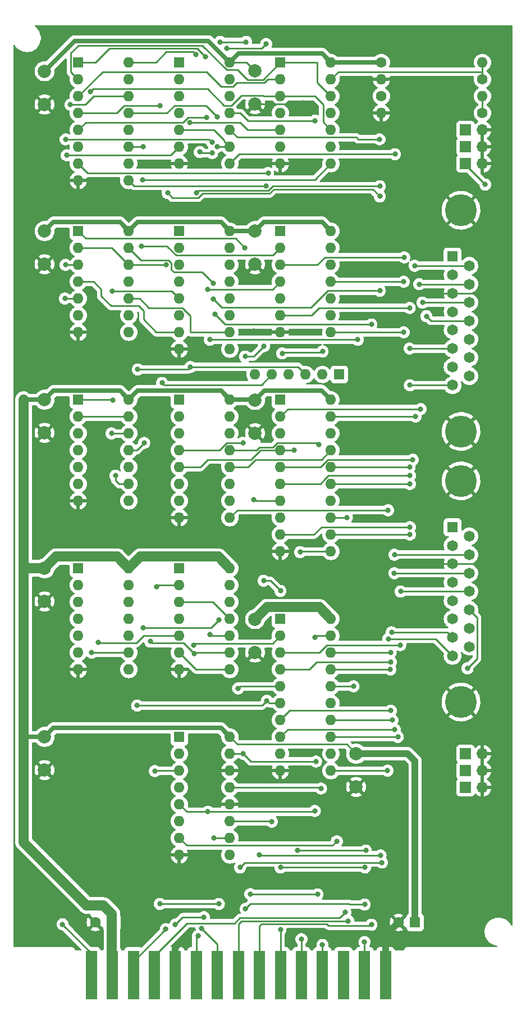
<source format=gbl>
%TF.GenerationSoftware,KiCad,Pcbnew,(6.0.0)*%
%TF.CreationDate,2022-03-14T15:32:50-04:00*%
%TF.ProjectId,Northstar PIO,4e6f7274-6873-4746-9172-2050494f2e6b,rev?*%
%TF.SameCoordinates,Original*%
%TF.FileFunction,Copper,L2,Bot*%
%TF.FilePolarity,Positive*%
%FSLAX46Y46*%
G04 Gerber Fmt 4.6, Leading zero omitted, Abs format (unit mm)*
G04 Created by KiCad (PCBNEW (6.0.0)) date 2022-03-14 15:32:50*
%MOMM*%
%LPD*%
G01*
G04 APERTURE LIST*
%TA.AperFunction,ComponentPad*%
%ADD10R,1.650000X1.650000*%
%TD*%
%TA.AperFunction,ComponentPad*%
%ADD11C,1.650000*%
%TD*%
%TA.AperFunction,ComponentPad*%
%ADD12C,4.800000*%
%TD*%
%TA.AperFunction,ComponentPad*%
%ADD13R,1.600000X1.600000*%
%TD*%
%TA.AperFunction,ComponentPad*%
%ADD14O,1.600000X1.600000*%
%TD*%
%TA.AperFunction,ComponentPad*%
%ADD15C,2.000000*%
%TD*%
%TA.AperFunction,ComponentPad*%
%ADD16R,1.700000X1.700000*%
%TD*%
%TA.AperFunction,ComponentPad*%
%ADD17O,1.700000X1.700000*%
%TD*%
%TA.AperFunction,SMDPad,CuDef*%
%ADD18R,1.700000X7.400000*%
%TD*%
%TA.AperFunction,ComponentPad*%
%ADD19C,1.600000*%
%TD*%
%TA.AperFunction,ViaPad*%
%ADD20C,0.800000*%
%TD*%
%TA.AperFunction,Conductor*%
%ADD21C,0.250000*%
%TD*%
%TA.AperFunction,Conductor*%
%ADD22C,1.500000*%
%TD*%
%TA.AperFunction,Conductor*%
%ADD23C,0.700000*%
%TD*%
%TA.AperFunction,Conductor*%
%ADD24C,1.000000*%
%TD*%
G04 APERTURE END LIST*
D10*
%TO.P,P1,1,1*%
%TO.N,Net-(P1-Pad1)*%
X145088642Y-103935486D03*
D11*
%TO.P,P1,2,2*%
%TO.N,Net-(P1-Pad2)*%
X145088642Y-106705486D03*
%TO.P,P1,3,3*%
%TO.N,GND*%
X145088642Y-109475486D03*
%TO.P,P1,4,4*%
%TO.N,Net-(P1-Pad4)*%
X145088642Y-112245486D03*
%TO.P,P1,5,5*%
%TO.N,Net-(P1-Pad5)*%
X145088642Y-115015486D03*
%TO.P,P1,6,6*%
%TO.N,/{slash}IN STROBE*%
X145088642Y-117785486D03*
%TO.P,P1,7,7*%
%TO.N,/{slash}IN FLAG*%
X145088642Y-120555486D03*
%TO.P,P1,8,8*%
%TO.N,/{slash}IN SPARE*%
X145088642Y-123325486D03*
%TO.P,P1,9,P9*%
%TO.N,Net-(P1-Pad9)*%
X147628642Y-105320486D03*
%TO.P,P1,10,P10*%
%TO.N,Net-(P1-Pad10)*%
X147628642Y-108090486D03*
%TO.P,P1,11,P111*%
%TO.N,Net-(P1-Pad11)*%
X147628642Y-110860486D03*
%TO.P,P1,12,P12*%
%TO.N,Net-(P1-Pad12)*%
X147628642Y-113630486D03*
%TO.P,P1,13,P13*%
%TO.N,Net-(J6-Pad1)*%
X147628642Y-116400486D03*
%TO.P,P1,14,P14*%
%TO.N,Net-(J5-Pad1)*%
X147628642Y-119170486D03*
%TO.P,P1,15,P15*%
%TO.N,Net-(J4-Pad1)*%
X147628642Y-121940486D03*
D12*
%TO.P,P1,MH1*%
%TO.N,GND*%
X146358642Y-96970486D03*
%TO.P,P1,MH2*%
X146358642Y-130290486D03*
%TD*%
D10*
%TO.P,P2,1,1*%
%TO.N,Net-(P2-Pad1)*%
X145088642Y-63173286D03*
D11*
%TO.P,P2,2,2*%
%TO.N,Net-(P2-Pad2)*%
X145088642Y-65943286D03*
%TO.P,P2,3,3*%
%TO.N,GND*%
X145088642Y-68713286D03*
%TO.P,P2,4,4*%
%TO.N,Net-(P2-Pad4)*%
X145088642Y-71483286D03*
%TO.P,P2,5,5*%
%TO.N,Net-(P2-Pad5)*%
X145088642Y-74253286D03*
%TO.P,P2,6,6*%
%TO.N,/{slash}OUT FLAG*%
X145088642Y-77023286D03*
%TO.P,P2,7,7*%
%TO.N,/{slash}OUT ACK*%
X145088642Y-79793286D03*
%TO.P,P2,8,8*%
%TO.N,/{slash}OUT STROBE*%
X145088642Y-82563286D03*
%TO.P,P2,9,P9*%
%TO.N,Net-(P2-Pad9)*%
X147628642Y-64558286D03*
%TO.P,P2,10,P10*%
%TO.N,Net-(P2-Pad10)*%
X147628642Y-67328286D03*
%TO.P,P2,11,P111*%
%TO.N,Net-(P2-Pad11)*%
X147628642Y-70098286D03*
%TO.P,P2,12,P12*%
%TO.N,Net-(P2-Pad12)*%
X147628642Y-72868286D03*
%TO.P,P2,13,P13*%
%TO.N,Net-(J1-Pad1)*%
X147628642Y-75638286D03*
%TO.P,P2,14,P14*%
%TO.N,Net-(J2-Pad1)*%
X147628642Y-78408286D03*
%TO.P,P2,15,P15*%
%TO.N,Net-(J3-Pad1)*%
X147628642Y-81178286D03*
D12*
%TO.P,P2,MH1*%
%TO.N,GND*%
X146358642Y-56208286D03*
%TO.P,P2,MH2*%
X146358642Y-89528286D03*
%TD*%
D13*
%TO.P,U2C1,1,~{Mr}*%
%TO.N,/{slash}BIO RES*%
X103875373Y-84735486D03*
D14*
%TO.P,U2C1,2,Q0*%
%TO.N,Net-(U2C1-Pad2)*%
X103875373Y-87275486D03*
%TO.P,U2C1,3,~{Q0}*%
%TO.N,unconnected-(U2C1-Pad3)*%
X103875373Y-89815486D03*
%TO.P,U2C1,4,D0*%
%TO.N,/IO7*%
X103875373Y-92355486D03*
%TO.P,U2C1,5,D1*%
%TO.N,/IO4*%
X103875373Y-94895486D03*
%TO.P,U2C1,6,~{Q1}*%
%TO.N,unconnected-(U2C1-Pad6)*%
X103875373Y-97435486D03*
%TO.P,U2C1,7,Q1*%
%TO.N,Net-(U2C1-Pad7)*%
X103875373Y-99975486D03*
%TO.P,U2C1,8,GND*%
%TO.N,GND*%
X103875373Y-102515486D03*
%TO.P,U2C1,9,Cp*%
%TO.N,/{slash}LOAD MASK*%
X111495373Y-102515486D03*
%TO.P,U2C1,10,Q2*%
%TO.N,Net-(U2C1-Pad10)*%
X111495373Y-99975486D03*
%TO.P,U2C1,11,~{Q2}*%
%TO.N,unconnected-(U2C1-Pad11)*%
X111495373Y-97435486D03*
%TO.P,U2C1,12,D2*%
%TO.N,/IO6*%
X111495373Y-94895486D03*
%TO.P,U2C1,13,D3*%
%TO.N,/IO5*%
X111495373Y-92355486D03*
%TO.P,U2C1,14,~{Q3}*%
%TO.N,unconnected-(U2C1-Pad14)*%
X111495373Y-89815486D03*
%TO.P,U2C1,15,Q3*%
%TO.N,Net-(U2C1-Pad15)*%
X111495373Y-87275486D03*
%TO.P,U2C1,16,VCC*%
%TO.N,+5V*%
X111495373Y-84735486D03*
%TD*%
D13*
%TO.P,U3D1,1,OE*%
%TO.N,Net-(J1A1-Pad1)*%
X119115373Y-117755486D03*
D14*
%TO.P,U3D1,2,O0*%
%TO.N,/IO1*%
X119115373Y-120295486D03*
%TO.P,U3D1,3,D0*%
%TO.N,Net-(P1-Pad12)*%
X119115373Y-122835486D03*
%TO.P,U3D1,4,D1*%
%TO.N,Net-(P1-Pad10)*%
X119115373Y-125375486D03*
%TO.P,U3D1,5,O1*%
%TO.N,/IO4*%
X119115373Y-127915486D03*
%TO.P,U3D1,6,O2*%
%TO.N,/IO7*%
X119115373Y-130455486D03*
%TO.P,U3D1,7,D2*%
%TO.N,Net-(P1-Pad1)*%
X119115373Y-132995486D03*
%TO.P,U3D1,8,D3*%
%TO.N,Net-(P1-Pad4)*%
X119115373Y-135535486D03*
%TO.P,U3D1,9,O3*%
%TO.N,/IO2*%
X119115373Y-138075486D03*
%TO.P,U3D1,10,GND*%
%TO.N,GND*%
X119115373Y-140615486D03*
%TO.P,U3D1,11,LE*%
%TO.N,/{slash}READ PI REGISTER*%
X126735373Y-140615486D03*
%TO.P,U3D1,12,O4*%
%TO.N,/IO0*%
X126735373Y-138075486D03*
%TO.P,U3D1,13,D4*%
%TO.N,Net-(P1-Pad5)*%
X126735373Y-135535486D03*
%TO.P,U3D1,14,D5*%
%TO.N,Net-(P1-Pad2)*%
X126735373Y-132995486D03*
%TO.P,U3D1,15,O5*%
%TO.N,/IO5*%
X126735373Y-130455486D03*
%TO.P,U3D1,16,O6*%
%TO.N,/IO6*%
X126735373Y-127915486D03*
%TO.P,U3D1,17,D6*%
%TO.N,Net-(P1-Pad9)*%
X126735373Y-125375486D03*
%TO.P,U3D1,18,D7*%
%TO.N,Net-(P1-Pad11)*%
X126735373Y-122835486D03*
%TO.P,U3D1,19,O7*%
%TO.N,/IO3*%
X126735373Y-120295486D03*
%TO.P,U3D1,20,VCC*%
%TO.N,+5V*%
X126735373Y-117755486D03*
%TD*%
D13*
%TO.P,U1D1,1,A*%
%TO.N,Net-(U1C1-Pad5)*%
X88635373Y-110135486D03*
D14*
%TO.P,U1D1,2,B*%
X88635373Y-112675486D03*
%TO.P,U1D1,3,QA*%
%TO.N,unconnected-(U1D1-Pad3)*%
X88635373Y-115215486D03*
%TO.P,U1D1,4,QB*%
%TO.N,unconnected-(U1D1-Pad4)*%
X88635373Y-117755486D03*
%TO.P,U1D1,5,QC*%
%TO.N,unconnected-(U1D1-Pad5)*%
X88635373Y-120295486D03*
%TO.P,U1D1,6,QD*%
%TO.N,unconnected-(U1D1-Pad6)*%
X88635373Y-122835486D03*
%TO.P,U1D1,7,GND*%
%TO.N,GND*%
X88635373Y-125375486D03*
%TO.P,U1D1,8,CLK*%
%TO.N,Net-(U1C1-Pad11)*%
X96255373Y-125375486D03*
%TO.P,U1D1,9,~{CLR}*%
%TO.N,/PUP*%
X96255373Y-122835486D03*
%TO.P,U1D1,10,QE*%
%TO.N,unconnected-(U1D1-Pad10)*%
X96255373Y-120295486D03*
%TO.P,U1D1,11,QF*%
%TO.N,unconnected-(U1D1-Pad11)*%
X96255373Y-117755486D03*
%TO.P,U1D1,12,QG*%
%TO.N,unconnected-(U1D1-Pad12)*%
X96255373Y-115215486D03*
%TO.P,U1D1,13,QH*%
%TO.N,Net-(U1C1-Pad12)*%
X96255373Y-112675486D03*
%TO.P,U1D1,14,VCC*%
%TO.N,+5V*%
X96255373Y-110135486D03*
%TD*%
D13*
%TO.P,U3C1,1,OE*%
%TO.N,Net-(J1A1-Pad9)*%
X119115373Y-84735486D03*
D14*
%TO.P,U3C1,2,O0*%
%TO.N,Net-(P2-Pad12)*%
X119115373Y-87275486D03*
%TO.P,U3C1,3,D0*%
%TO.N,/IO1*%
X119115373Y-89815486D03*
%TO.P,U3C1,4,D1*%
%TO.N,/IO4*%
X119115373Y-92355486D03*
%TO.P,U3C1,5,O1*%
%TO.N,Net-(P2-Pad10)*%
X119115373Y-94895486D03*
%TO.P,U3C1,6,O2*%
%TO.N,Net-(P2-Pad1)*%
X119115373Y-97435486D03*
%TO.P,U3C1,7,D2*%
%TO.N,/IO7*%
X119115373Y-99975486D03*
%TO.P,U3C1,8,D3*%
%TO.N,/IO2*%
X119115373Y-102515486D03*
%TO.P,U3C1,9,O3*%
%TO.N,Net-(P2-Pad4)*%
X119115373Y-105055486D03*
%TO.P,U3C1,10,GND*%
%TO.N,GND*%
X119115373Y-107595486D03*
%TO.P,U3C1,11,LE*%
%TO.N,Net-(U3A1-Pad6)*%
X126735373Y-107595486D03*
%TO.P,U3C1,12,O4*%
%TO.N,Net-(P2-Pad5)*%
X126735373Y-105055486D03*
%TO.P,U3C1,13,D4*%
%TO.N,/IO0*%
X126735373Y-102515486D03*
%TO.P,U3C1,14,D5*%
%TO.N,/IO5*%
X126735373Y-99975486D03*
%TO.P,U3C1,15,O5*%
%TO.N,Net-(P2-Pad2)*%
X126735373Y-97435486D03*
%TO.P,U3C1,16,O6*%
%TO.N,Net-(P2-Pad9)*%
X126735373Y-94895486D03*
%TO.P,U3C1,17,D6*%
%TO.N,/IO6*%
X126735373Y-92355486D03*
%TO.P,U3C1,18,D7*%
%TO.N,/IO3*%
X126735373Y-89815486D03*
%TO.P,U3C1,19,O7*%
%TO.N,Net-(P2-Pad11)*%
X126735373Y-87275486D03*
%TO.P,U3C1,20,VCC*%
%TO.N,+5V*%
X126735373Y-84735486D03*
%TD*%
D13*
%TO.P,U2A1,1*%
%TO.N,/{slash}BWR*%
X103875373Y-33935486D03*
D14*
%TO.P,U2A1,2*%
%TO.N,Net-(U2A1-Pad2)*%
X103875373Y-36475486D03*
%TO.P,U2A1,3*%
%TO.N,/{slash}LOAD MASK*%
X103875373Y-39015486D03*
%TO.P,U2A1,4*%
%TO.N,/{slash}BWR*%
X103875373Y-41555486D03*
%TO.P,U2A1,5*%
%TO.N,Net-(U2A1-Pad5)*%
X103875373Y-44095486D03*
%TO.P,U2A1,6*%
%TO.N,/{slash}LOAD PO REGISTER*%
X103875373Y-46635486D03*
%TO.P,U2A1,7,GND*%
%TO.N,GND*%
X103875373Y-49175486D03*
%TO.P,U2A1,8*%
%TO.N,/{slash}READ PI REGISTER*%
X111495373Y-49175486D03*
%TO.P,U2A1,9*%
%TO.N,Net-(U2A1-Pad5)*%
X111495373Y-46635486D03*
%TO.P,U2A1,10*%
%TO.N,/{slash}BRD*%
X111495373Y-44095486D03*
%TO.P,U2A1,11*%
%TO.N,/IN FLAG*%
X111495373Y-41555486D03*
%TO.P,U2A1,12*%
%TO.N,/{slash}BRD*%
X111495373Y-39015486D03*
%TO.P,U2A1,13*%
%TO.N,Net-(U2A1-Pad13)*%
X111495373Y-36475486D03*
%TO.P,U2A1,14,VCC*%
%TO.N,+5V*%
X111495373Y-33935486D03*
%TD*%
D15*
%TO.P,C11,1*%
%TO.N,+5V*%
X83555373Y-135535486D03*
%TO.P,C11,2*%
%TO.N,GND*%
X83555373Y-140535486D03*
%TD*%
D16*
%TO.P,J4,1,Pin_1*%
%TO.N,Net-(J4-Pad1)*%
X147055373Y-138075486D03*
D17*
%TO.P,J4,2,Pin_2*%
%TO.N,GND*%
X149595373Y-138075486D03*
%TD*%
D15*
%TO.P,C10,1*%
%TO.N,+5V*%
X115305373Y-117795486D03*
%TO.P,C10,2*%
%TO.N,GND*%
X115305373Y-122795486D03*
%TD*%
%TO.P,C4,1*%
%TO.N,+5V*%
X115305373Y-35205486D03*
%TO.P,C4,2*%
%TO.N,GND*%
X115305373Y-40205486D03*
%TD*%
%TO.P,C6,1*%
%TO.N,+5V*%
X115305373Y-59335486D03*
%TO.P,C6,2*%
%TO.N,GND*%
X115305373Y-64335486D03*
%TD*%
D13*
%TO.P,U2B1,1,A0*%
%TO.N,/IO A0*%
X103875373Y-59335486D03*
D14*
%TO.P,U2B1,2,A1*%
%TO.N,/IO A1*%
X103875373Y-61875486D03*
%TO.P,U2B1,3,A2*%
%TO.N,/IO A2*%
X103875373Y-64415486D03*
%TO.P,U2B1,4,E1*%
%TO.N,/{slash}SELECT*%
X103875373Y-66955486D03*
%TO.P,U2B1,5,E2*%
X103875373Y-69495486D03*
%TO.P,U2B1,6,E3*%
%TO.N,/PUP*%
X103875373Y-72035486D03*
%TO.P,U2B1,7,O7*%
%TO.N,Net-(U1B1-Pad4)*%
X103875373Y-74575486D03*
%TO.P,U2B1,8,GND*%
%TO.N,GND*%
X103875373Y-77115486D03*
%TO.P,U2B1,9,O6*%
%TO.N,Net-(U1B1-Pad1)*%
X111495373Y-77115486D03*
%TO.P,U2B1,10,O5*%
%TO.N,Net-(U1B1-Pad10)*%
X111495373Y-74575486D03*
%TO.P,U2B1,11,O4*%
%TO.N,Net-(U1B1-Pad13)*%
X111495373Y-72035486D03*
%TO.P,U2B1,12,O3*%
%TO.N,unconnected-(U2B1-Pad12)*%
X111495373Y-69495486D03*
%TO.P,U2B1,13,O2*%
%TO.N,Net-(U2A1-Pad2)*%
X111495373Y-66955486D03*
%TO.P,U2B1,14,O1*%
%TO.N,Net-(U2A1-Pad13)*%
X111495373Y-64415486D03*
%TO.P,U2B1,15,O0*%
%TO.N,Net-(U2A1-Pad5)*%
X111495373Y-61875486D03*
%TO.P,U2B1,16,VCC*%
%TO.N,+5V*%
X111495373Y-59335486D03*
%TD*%
D13*
%TO.P,U3A1,1*%
%TO.N,Net-(J1A1-Pad2)*%
X119115373Y-33935486D03*
D14*
%TO.P,U3A1,2*%
%TO.N,Net-(J1A1-Pad3)*%
X119115373Y-36475486D03*
%TO.P,U3A1,3*%
%TO.N,Net-(J1A1-Pad6)*%
X119115373Y-39015486D03*
%TO.P,U3A1,4*%
%TO.N,Net-(J1A1-Pad7)*%
X119115373Y-41555486D03*
%TO.P,U3A1,5*%
%TO.N,/{slash}LOAD PO REGISTER*%
X119115373Y-44095486D03*
%TO.P,U3A1,6*%
%TO.N,Net-(U3A1-Pad6)*%
X119115373Y-46635486D03*
%TO.P,U3A1,7,GND*%
%TO.N,GND*%
X119115373Y-49175486D03*
%TO.P,U3A1,8*%
%TO.N,Net-(U1C1-Pad11)*%
X126735373Y-49175486D03*
%TO.P,U3A1,9*%
%TO.N,/IO 8MHz*%
X126735373Y-46635486D03*
%TO.P,U3A1,10*%
%TO.N,Net-(J1A1-Pad6)*%
X126735373Y-44095486D03*
%TO.P,U3A1,11*%
%TO.N,unconnected-(U3A1-Pad11)*%
X126735373Y-41555486D03*
%TO.P,U3A1,12*%
%TO.N,Net-(J1A1-Pad2)*%
X126735373Y-39015486D03*
%TO.P,U3A1,13*%
%TO.N,/{slash}IN STROBE*%
X126735373Y-36475486D03*
%TO.P,U3A1,14,VCC*%
%TO.N,+5V*%
X126735373Y-33935486D03*
%TD*%
D13*
%TO.P,J1A1,1,Pin_1*%
%TO.N,Net-(J1A1-Pad1)*%
X88635373Y-33935486D03*
D14*
%TO.P,J1A1,2,Pin_2*%
%TO.N,Net-(J1A1-Pad2)*%
X88635373Y-36475486D03*
%TO.P,J1A1,3,Pin_3*%
%TO.N,Net-(J1A1-Pad3)*%
X88635373Y-39015486D03*
%TO.P,J1A1,4,Pin_4*%
%TO.N,Net-(J1A1-Pad4)*%
X88635373Y-41555486D03*
%TO.P,J1A1,5,Pin_5*%
%TO.N,Net-(J1A1-Pad5)*%
X88635373Y-44095486D03*
%TO.P,J1A1,6,Pin_6*%
%TO.N,Net-(J1A1-Pad6)*%
X88635373Y-46635486D03*
%TO.P,J1A1,7,Pin_7*%
%TO.N,Net-(J1A1-Pad7)*%
X88635373Y-49175486D03*
%TO.P,J1A1,8,Pin_8*%
%TO.N,GND*%
X88635373Y-51715486D03*
%TO.P,J1A1,9,Pin_9*%
%TO.N,Net-(J1A1-Pad9)*%
X96255373Y-51715486D03*
%TO.P,J1A1,10,Pin_10*%
%TO.N,Net-(J1A1-Pad10)*%
X96255373Y-49175486D03*
%TO.P,J1A1,11,Pin_11*%
%TO.N,Net-(J1A1-Pad11)*%
X96255373Y-46635486D03*
%TO.P,J1A1,12,Pin_12*%
%TO.N,Net-(J1A1-Pad12)*%
X96255373Y-44095486D03*
%TO.P,J1A1,13,Pin_13*%
%TO.N,/{slash}READ PI REGISTER*%
X96255373Y-41555486D03*
%TO.P,J1A1,14,Pin_14*%
%TO.N,Net-(J1A1-Pad14)*%
X96255373Y-39015486D03*
%TO.P,J1A1,15,Pin_15*%
%TO.N,Net-(J1A1-Pad15)*%
X96255373Y-36475486D03*
%TO.P,J1A1,16,Pin_16*%
%TO.N,Net-(J1A1-Pad16)*%
X96255373Y-33935486D03*
%TD*%
D13*
%TO.P,RN1,1,R1.1*%
%TO.N,+5V*%
X128005373Y-80925486D03*
D14*
%TO.P,RN1,2,R1.2*%
%TO.N,/{slash}ID REQ*%
X125465373Y-80925486D03*
%TO.P,RN1,3,R2.2*%
%TO.N,/PUP*%
X122925373Y-80925486D03*
%TO.P,RN1,4,R3.2*%
%TO.N,Net-(J1A1-Pad5)*%
X120385373Y-80925486D03*
%TO.P,RN1,5,R4.2*%
%TO.N,Net-(J1A1-Pad4)*%
X117845373Y-80925486D03*
%TO.P,RN1,6,R5.2*%
%TO.N,Net-(J1A1-Pad16)*%
X115305373Y-80925486D03*
%TD*%
D15*
%TO.P,C8,1*%
%TO.N,+5V*%
X115305373Y-84775486D03*
%TO.P,C8,2*%
%TO.N,GND*%
X115305373Y-89775486D03*
%TD*%
D18*
%TO.P,J7,1,Pin_1*%
%TO.N,GND*%
X134969773Y-171415486D03*
%TO.P,J7,3,Pin_3*%
%TO.N,/{slash}ID REQ*%
X131800973Y-171415486D03*
%TO.P,J7,5,Pin_5*%
%TO.N,unconnected-(J7-Pad5)*%
X128632073Y-171415486D03*
%TO.P,J7,7,Pin_7*%
%TO.N,/{slash}IO INT*%
X125463173Y-171415486D03*
%TO.P,J7,9,Pin_9*%
%TO.N,/IO A2*%
X122294273Y-171415486D03*
%TO.P,J7,11,Pin_11*%
%TO.N,/IO A1*%
X119125373Y-171415486D03*
%TO.P,J7,13,Pin_13*%
%TO.N,/{slash}BRD*%
X115956473Y-171415486D03*
%TO.P,J7,15,Pin_15*%
%TO.N,/IO 8MHz*%
X112787573Y-171415486D03*
%TO.P,J7,17,Pin_17*%
%TO.N,/IO3*%
X109618673Y-171415486D03*
%TO.P,J7,19,Pin_19*%
%TO.N,/IO2*%
X106449773Y-171415486D03*
%TO.P,J7,21,Pin_21*%
%TO.N,GND*%
X103280973Y-171415486D03*
%TO.P,J7,23,Pin_23*%
%TO.N,/IO6*%
X100112073Y-171415486D03*
%TO.P,J7,25,Pin_25*%
%TO.N,/IO0*%
X96943153Y-171415486D03*
%TO.P,J7,27,Pin_27*%
%TO.N,+5V*%
X93774263Y-171415486D03*
%TO.P,J7,29,Pin_29*%
%TO.N,/{slash}SELECT*%
X90605373Y-171415486D03*
%TD*%
D15*
%TO.P,C3,1*%
%TO.N,+5V*%
X83555373Y-35245486D03*
%TO.P,C3,2*%
%TO.N,GND*%
X83555373Y-40245486D03*
%TD*%
%TO.P,C7,1*%
%TO.N,+5V*%
X83555373Y-84735486D03*
%TO.P,C7,2*%
%TO.N,GND*%
X83555373Y-89735486D03*
%TD*%
%TO.P,C12,1*%
%TO.N,+5V*%
X130545373Y-138075486D03*
%TO.P,C12,2*%
%TO.N,GND*%
X130545373Y-143075486D03*
%TD*%
D19*
%TO.P,R4,1*%
%TO.N,/{slash}OUT ACK*%
X149595373Y-41555486D03*
D14*
%TO.P,R4,2*%
%TO.N,GND*%
X134355373Y-41555486D03*
%TD*%
D19*
%TO.P,R2,1*%
%TO.N,/{slash}IN STROBE*%
X149595373Y-36475486D03*
D14*
%TO.P,R2,2*%
%TO.N,GND*%
X134355373Y-36475486D03*
%TD*%
D16*
%TO.P,J5,1,Pin_1*%
%TO.N,Net-(J5-Pad1)*%
X147055373Y-140615486D03*
D17*
%TO.P,J5,2,Pin_2*%
%TO.N,GND*%
X149595373Y-140615486D03*
%TD*%
D13*
%TO.P,U2D1,1*%
%TO.N,Net-(U2C1-Pad7)*%
X103875373Y-110135486D03*
D14*
%TO.P,U2D1,2*%
%TO.N,Net-(J1A1-Pad11)*%
X103875373Y-112675486D03*
%TO.P,U2D1,3*%
%TO.N,/{slash}IO INT*%
X103875373Y-115215486D03*
%TO.P,U2D1,4*%
%TO.N,Net-(U2C1-Pad2)*%
X103875373Y-117755486D03*
%TO.P,U2D1,5*%
%TO.N,/IN FLAG*%
X103875373Y-120295486D03*
%TO.P,U2D1,6*%
%TO.N,/{slash}IO INT*%
X103875373Y-122835486D03*
%TO.P,U2D1,7,GND*%
%TO.N,GND*%
X103875373Y-125375486D03*
%TO.P,U2D1,8*%
%TO.N,/{slash}IO INT*%
X111495373Y-125375486D03*
%TO.P,U2D1,9*%
%TO.N,Net-(J1A1-Pad15)*%
X111495373Y-122835486D03*
%TO.P,U2D1,10*%
%TO.N,Net-(U2C1-Pad15)*%
X111495373Y-120295486D03*
%TO.P,U2D1,11*%
%TO.N,/{slash}IO INT*%
X111495373Y-117755486D03*
%TO.P,U2D1,12*%
%TO.N,Net-(U1B1-Pad9)*%
X111495373Y-115215486D03*
%TO.P,U2D1,13*%
%TO.N,Net-(U2C1-Pad10)*%
X111495373Y-112675486D03*
%TO.P,U2D1,14,VCC*%
%TO.N,+5V*%
X111495373Y-110135486D03*
%TD*%
D15*
%TO.P,C9,1*%
%TO.N,+5V*%
X83555373Y-110135486D03*
%TO.P,C9,2*%
%TO.N,GND*%
X83555373Y-115135486D03*
%TD*%
D19*
%TO.P,R3,1*%
%TO.N,+5V*%
X134355373Y-39015486D03*
D14*
%TO.P,R3,2*%
%TO.N,/{slash}OUT ACK*%
X149595373Y-39015486D03*
%TD*%
D13*
%TO.P,U1B1,1,~{R}*%
%TO.N,Net-(U1B1-Pad1)*%
X88635373Y-59335486D03*
D14*
%TO.P,U1B1,2,D*%
%TO.N,/PUP*%
X88635373Y-61875486D03*
%TO.P,U1B1,3,C*%
%TO.N,Net-(J1A1-Pad14)*%
X88635373Y-64415486D03*
%TO.P,U1B1,4,~{S}*%
%TO.N,Net-(U1B1-Pad4)*%
X88635373Y-66955486D03*
%TO.P,U1B1,5,Q*%
%TO.N,/IN FLAG*%
X88635373Y-69495486D03*
%TO.P,U1B1,6,~{Q}*%
%TO.N,unconnected-(U1B1-Pad6)*%
X88635373Y-72035486D03*
%TO.P,U1B1,7,GND*%
%TO.N,GND*%
X88635373Y-74575486D03*
%TO.P,U1B1,8,~{Q}*%
%TO.N,unconnected-(U1B1-Pad8)*%
X96255373Y-74575486D03*
%TO.P,U1B1,9,Q*%
%TO.N,Net-(U1B1-Pad9)*%
X96255373Y-72035486D03*
%TO.P,U1B1,10,~{S}*%
%TO.N,Net-(U1B1-Pad10)*%
X96255373Y-69495486D03*
%TO.P,U1B1,11,C*%
%TO.N,Net-(J1A1-Pad10)*%
X96255373Y-66955486D03*
%TO.P,U1B1,12,D*%
%TO.N,/PUP*%
X96255373Y-64415486D03*
%TO.P,U1B1,13,~{R}*%
%TO.N,Net-(U1B1-Pad13)*%
X96255373Y-61875486D03*
%TO.P,U1B1,14,VCC*%
%TO.N,+5V*%
X96255373Y-59335486D03*
%TD*%
D13*
%TO.P,U1C1,1,~{R}*%
%TO.N,Net-(U1C1-Pad1)*%
X88635373Y-84735486D03*
D14*
%TO.P,U1C1,2,D*%
%TO.N,/PUP*%
X88635373Y-87275486D03*
%TO.P,U1C1,3,C*%
%TO.N,/{slash}LOAD PO REGISTER*%
X88635373Y-89815486D03*
%TO.P,U1C1,4,~{S}*%
%TO.N,/PUP*%
X88635373Y-92355486D03*
%TO.P,U1C1,5,Q*%
%TO.N,Net-(U1C1-Pad5)*%
X88635373Y-94895486D03*
%TO.P,U1C1,6,~{Q}*%
%TO.N,unconnected-(U1C1-Pad6)*%
X88635373Y-97435486D03*
%TO.P,U1C1,7,GND*%
%TO.N,GND*%
X88635373Y-99975486D03*
%TO.P,U1C1,8,~{Q}*%
%TO.N,Net-(U1C1-Pad1)*%
X96255373Y-99975486D03*
%TO.P,U1C1,9,Q*%
%TO.N,Net-(J1A1-Pad12)*%
X96255373Y-97435486D03*
%TO.P,U1C1,10,~{S}*%
%TO.N,unconnected-(U1C1-Pad10)*%
X96255373Y-94895486D03*
%TO.P,U1C1,11,C*%
%TO.N,Net-(U1C1-Pad11)*%
X96255373Y-92355486D03*
%TO.P,U1C1,12,D*%
%TO.N,Net-(U1C1-Pad12)*%
X96255373Y-89815486D03*
%TO.P,U1C1,13,~{R}*%
%TO.N,/PUP*%
X96255373Y-87275486D03*
%TO.P,U1C1,14,VCC*%
%TO.N,+5V*%
X96255373Y-84735486D03*
%TD*%
D13*
%TO.P,U2E1,1,OEa*%
%TO.N,/IN FLAG*%
X103875373Y-135535486D03*
D14*
%TO.P,U2E1,2,I1*%
%TO.N,Net-(J1A1-Pad15)*%
X103875373Y-138075486D03*
%TO.P,U2E1,3,O1a*%
%TO.N,/IO1*%
X103875373Y-140615486D03*
%TO.P,U2E1,4,I2*%
%TO.N,/IN FLAG*%
X103875373Y-143155486D03*
%TO.P,U2E1,5,O2a*%
%TO.N,/IO3*%
X103875373Y-145695486D03*
%TO.P,U2E1,6,I3*%
%TO.N,Net-(J1A1-Pad11)*%
X103875373Y-148235486D03*
%TO.P,U2E1,7,O3a*%
%TO.N,/IO0*%
X103875373Y-150775486D03*
%TO.P,U2E1,8,GND*%
%TO.N,GND*%
X103875373Y-153315486D03*
%TO.P,U2E1,9,O4a*%
%TO.N,/IO2*%
X111495373Y-153315486D03*
%TO.P,U2E1,10,I4*%
%TO.N,Net-(U1B1-Pad9)*%
X111495373Y-150775486D03*
%TO.P,U2E1,11,O5b*%
%TO.N,/IO2*%
X111495373Y-148235486D03*
%TO.P,U2E1,12,I5*%
%TO.N,GND*%
X111495373Y-145695486D03*
%TO.P,U2E1,13,O6b*%
%TO.N,/IO5*%
X111495373Y-143155486D03*
%TO.P,U2E1,14,I6*%
%TO.N,GND*%
X111495373Y-140615486D03*
%TO.P,U2E1,15,OEb*%
%TO.N,/{slash}ID REQ*%
X111495373Y-138075486D03*
%TO.P,U2E1,16,VCC*%
%TO.N,+5V*%
X111495373Y-135535486D03*
%TD*%
D15*
%TO.P,C5,1*%
%TO.N,+5V*%
X83555373Y-59335486D03*
%TO.P,C5,2*%
%TO.N,GND*%
X83555373Y-64335486D03*
%TD*%
D16*
%TO.P,J2,1,Pin_1*%
%TO.N,Net-(J2-Pad1)*%
X147055373Y-46635486D03*
D17*
%TO.P,J2,2,Pin_2*%
%TO.N,GND*%
X149595373Y-46635486D03*
%TD*%
D13*
%TO.P,C2,1*%
%TO.N,+5V*%
X93715373Y-163475486D03*
D19*
%TO.P,C2,2*%
%TO.N,GND*%
X91215373Y-163475486D03*
%TD*%
D16*
%TO.P,J3,1,Pin_1*%
%TO.N,Net-(J3-Pad1)*%
X147055373Y-49175486D03*
D17*
%TO.P,J3,2,Pin_2*%
%TO.N,GND*%
X149595373Y-49175486D03*
%TD*%
D13*
%TO.P,U3B1,1*%
%TO.N,Net-(U1B1-Pad9)*%
X119115373Y-59335486D03*
D14*
%TO.P,U3B1,2*%
X119115373Y-61875486D03*
%TO.P,U3B1,3*%
%TO.N,/{slash}OUT FLAG*%
X119115373Y-64415486D03*
%TO.P,U3B1,4*%
%TO.N,Net-(J1A1-Pad5)*%
X119115373Y-66955486D03*
%TO.P,U3B1,5*%
X119115373Y-69495486D03*
%TO.P,U3B1,6*%
%TO.N,/{slash}OUT STROBE*%
X119115373Y-72035486D03*
%TO.P,U3B1,7,GND*%
%TO.N,GND*%
X119115373Y-74575486D03*
%TO.P,U3B1,8*%
%TO.N,/{slash}IN SPARE*%
X126735373Y-74575486D03*
%TO.P,U3B1,9*%
%TO.N,Net-(J1A1-Pad4)*%
X126735373Y-72035486D03*
%TO.P,U3B1,10*%
X126735373Y-69495486D03*
%TO.P,U3B1,11*%
%TO.N,/{slash}IN FLAG*%
X126735373Y-66955486D03*
%TO.P,U3B1,12*%
%TO.N,/IN FLAG*%
X126735373Y-64415486D03*
%TO.P,U3B1,13*%
X126735373Y-61875486D03*
%TO.P,U3B1,14,VCC*%
%TO.N,+5V*%
X126735373Y-59335486D03*
%TD*%
D19*
%TO.P,R1,1*%
%TO.N,+5V*%
X134355373Y-33935486D03*
D14*
%TO.P,R1,2*%
%TO.N,/{slash}IN STROBE*%
X149595373Y-33935486D03*
%TD*%
D13*
%TO.P,C1,1*%
%TO.N,+5V*%
X139435373Y-163475486D03*
D19*
%TO.P,C1,2*%
%TO.N,GND*%
X136935373Y-163475486D03*
%TD*%
D16*
%TO.P,J6,1,Pin_1*%
%TO.N,Net-(J6-Pad1)*%
X147055373Y-143155486D03*
D17*
%TO.P,J6,2,Pin_2*%
%TO.N,GND*%
X149595373Y-143155486D03*
%TD*%
D16*
%TO.P,J1,1,Pin_1*%
%TO.N,Net-(J1-Pad1)*%
X147055373Y-44095486D03*
D17*
%TO.P,J1,2,Pin_2*%
%TO.N,GND*%
X149595373Y-44095486D03*
%TD*%
D20*
%TO.N,Net-(J6-Pad1)*%
X147332700Y-125209300D03*
%TO.N,Net-(P1-Pad5)*%
X136828714Y-135535486D03*
%TO.N,Net-(P1-Pad4)*%
X136353025Y-134410975D03*
%TO.N,Net-(P1-Pad2)*%
X136015914Y-132995486D03*
%TO.N,Net-(P1-Pad1)*%
X135755003Y-131579997D03*
%TO.N,Net-(P1-Pad9)*%
X135711114Y-125375486D03*
%TO.N,Net-(P1-Pad12)*%
X137245314Y-113630486D03*
X137191225Y-121710975D03*
%TO.N,Net-(P1-Pad10)*%
X136308314Y-108090486D03*
X135768825Y-124250975D03*
%TO.N,Net-(P1-Pad11)*%
X136296400Y-110871000D03*
X135736514Y-122835486D03*
%TO.N,/{slash}IN FLAG*%
X135890000Y-119786400D03*
%TO.N,/{slash}IN SPARE*%
X135382000Y-120777000D03*
%TO.N,/{slash}READ PI REGISTER*%
X135279314Y-140615486D03*
%TO.N,/{slash}LOAD MASK*%
X135362425Y-101390975D03*
%TO.N,/{slash}BWR*%
X134430111Y-154469489D03*
%TO.N,/IO A0*%
X134225689Y-153378511D03*
%TO.N,/IO A1*%
X131876800Y-155194000D03*
%TO.N,/IO A2*%
X132003800Y-152654000D03*
%TO.N,Net-(J3-Pad1)*%
X150012400Y-52324000D03*
%TO.N,Net-(P2-Pad5)*%
X138632114Y-105055486D03*
%TO.N,Net-(P2-Pad4)*%
X138639025Y-103930975D03*
%TO.N,Net-(P2-Pad2)*%
X138632114Y-97435486D03*
%TO.N,Net-(P2-Pad1)*%
X138633200Y-96189800D03*
%TO.N,Net-(P2-Pad12)*%
X141139344Y-72152944D03*
X140264625Y-86150975D03*
%TO.N,Net-(P2-Pad11)*%
X140543914Y-70098286D03*
X139495714Y-87275486D03*
%TO.N,Net-(P2-Pad10)*%
X140062714Y-67328286D03*
X139096225Y-93770975D03*
%TO.N,Net-(P2-Pad9)*%
X139378314Y-64558286D03*
%TO.N,/{slash}OUT STROBE*%
X138645314Y-82563286D03*
X138613625Y-70910975D03*
%TO.N,/{slash}OUT FLAG*%
X138597314Y-77023286D03*
X137800825Y-63290975D03*
%TO.N,Net-(P2-Pad9)*%
X138606714Y-94895486D03*
%TO.N,/{slash}IN FLAG*%
X137717714Y-66955486D03*
%TO.N,/{slash}IN SPARE*%
X137717714Y-74575486D03*
%TO.N,GND*%
X128270000Y-55118000D03*
X122500000Y-40000000D03*
X114808000Y-55118000D03*
X83820000Y-55626000D03*
X92710000Y-55118000D03*
X145262600Y-101549200D03*
X103632000Y-55626000D03*
X120804473Y-165697986D03*
X105094573Y-165482086D03*
X119634000Y-55372000D03*
X115062000Y-74422000D03*
X123698000Y-55118000D03*
%TO.N,Net-(J1A1-Pad1)*%
X107848400Y-33070800D03*
X116967000Y-31140400D03*
X116629884Y-76664116D03*
X113792000Y-78232000D03*
X111074200Y-31800800D03*
X116586000Y-112014000D03*
X119126000Y-113538000D03*
%TO.N,Net-(J1A1-Pad9)*%
X116978715Y-52515485D03*
%TO.N,Net-(J1A1-Pad11)*%
X98423914Y-46635486D03*
X100490080Y-112903000D03*
%TO.N,Net-(J1A1-Pad4)*%
X101269800Y-82219800D03*
X125476000Y-77470000D03*
X100939600Y-40411400D03*
X119392700Y-77762100D03*
%TO.N,Net-(J1A1-Pad12)*%
X94234000Y-96189800D03*
%TO.N,Net-(J1A1-Pad5)*%
X107975400Y-42214800D03*
X108153200Y-68122800D03*
%TO.N,/{slash}READ PI REGISTER*%
X109626400Y-42138600D03*
X136398000Y-47752000D03*
%TO.N,Net-(J1A1-Pad6)*%
X90424000Y-38328600D03*
%TO.N,Net-(J1A1-Pad14)*%
X87452200Y-40309800D03*
X86714514Y-64415486D03*
%TO.N,Net-(J1A1-Pad7)*%
X117265975Y-50590975D03*
%TO.N,Net-(J1A1-Pad15)*%
X106121200Y-122986800D03*
X99501840Y-121173360D03*
%TO.N,Net-(J1A1-Pad16)*%
X106400600Y-32766000D03*
X110058200Y-30835600D03*
X113944400Y-30835600D03*
%TO.N,/{slash}ID REQ*%
X131800973Y-166445827D03*
X124485400Y-139242800D03*
X113868200Y-161442400D03*
X131826000Y-160782000D03*
X113511514Y-138075486D03*
%TO.N,/{slash}IO INT*%
X124714000Y-159258000D03*
X114592711Y-159219289D03*
X125463173Y-166890827D03*
%TO.N,/IO A2*%
X108458000Y-75692000D03*
X122294273Y-165995727D03*
X121666000Y-152654000D03*
X130802003Y-75699997D03*
%TO.N,/IO A1*%
X119125373Y-164592627D03*
X119126000Y-155194000D03*
X109220000Y-71882000D03*
X132842000Y-73406000D03*
%TO.N,/{slash}BRD*%
X134067025Y-45510975D03*
X132842000Y-163830000D03*
%TO.N,/IO A0*%
X108966000Y-69596000D03*
X134112000Y-68326000D03*
X115956473Y-153294473D03*
%TO.N,/IO 8MHz*%
X129352160Y-163255840D03*
%TO.N,/{slash}BWR*%
X102108000Y-53594000D03*
X113030000Y-155194000D03*
X134112000Y-54102000D03*
%TO.N,/IO3*%
X108196003Y-146819997D03*
X107238800Y-164388800D03*
X124307600Y-120548400D03*
X124307600Y-146685000D03*
%TO.N,/{slash}BIO RES*%
X109829600Y-160705800D03*
X100939600Y-160705800D03*
%TO.N,/IO2*%
X106680000Y-165531800D03*
X117830600Y-148310600D03*
%TO.N,/IO4*%
X112737900Y-128231900D03*
X121209886Y-92355486D03*
%TO.N,/IO5*%
X124891800Y-91465400D03*
X107581700Y-162699700D03*
X125247400Y-143306800D03*
X103280973Y-163800027D03*
%TO.N,/IO6*%
X130148514Y-127915486D03*
X128905000Y-161925000D03*
%TO.N,/IO1*%
X100175573Y-140688573D03*
X106019600Y-121716800D03*
%TO.N,/IO0*%
X127635000Y-151257000D03*
X129132514Y-102515486D03*
X101828600Y-164490400D03*
%TO.N,/IO7*%
X113455975Y-91230975D03*
X115062000Y-99822000D03*
X117081300Y-130086100D03*
X97510600Y-130810000D03*
%TO.N,/{slash}SELECT*%
X86258400Y-163779200D03*
X93731825Y-68370975D03*
%TO.N,/PUP*%
X101929114Y-64415486D03*
X97612200Y-80187800D03*
X90653686Y-122835486D03*
X105542825Y-79800975D03*
%TO.N,/IN FLAG*%
X86721425Y-45510975D03*
X91668600Y-121259600D03*
X86614000Y-69494400D03*
X124358400Y-42697400D03*
X108813600Y-45974000D03*
%TO.N,Net-(U1B1-Pad1)*%
X113741200Y-61823600D03*
%TO.N,Net-(U1B1-Pad13)*%
X108991400Y-67183000D03*
%TO.N,Net-(U1C1-Pad1)*%
X93878400Y-84785200D03*
%TO.N,/{slash}LOAD PO REGISTER*%
X105454975Y-42970975D03*
X86893400Y-47904400D03*
%TO.N,Net-(U1C1-Pad11)*%
X98348800Y-51612800D03*
X98577400Y-91236800D03*
%TO.N,Net-(U1C1-Pad12)*%
X93648714Y-89815486D03*
%TO.N,Net-(U2A1-Pad2)*%
X108813600Y-47574200D03*
X106959400Y-47421800D03*
%TO.N,Net-(U2A1-Pad5)*%
X109574514Y-46635486D03*
%TO.N,/{slash}LOAD MASK*%
X134112000Y-52578000D03*
X106426000Y-53594000D03*
%TO.N,Net-(U3A1-Pad6)*%
X122097800Y-107696000D03*
%TO.N,Net-(U1B1-Pad9)*%
X98171000Y-61645800D03*
X109117314Y-150775486D03*
X98425000Y-119100600D03*
X109880400Y-117906800D03*
%TO.N,Net-(U2C1-Pad15)*%
X108458000Y-120142000D03*
%TD*%
D21*
%TO.N,Net-(J6-Pad1)*%
X148778153Y-123763847D02*
X147332700Y-125209300D01*
X148778153Y-117549997D02*
X148778153Y-123763847D01*
X147628642Y-116400486D02*
X148778153Y-117549997D01*
%TO.N,Net-(P1-Pad5)*%
X136828714Y-135535486D02*
X126735373Y-135535486D01*
%TO.N,Net-(P1-Pad4)*%
X136353025Y-134410975D02*
X120239884Y-134410975D01*
%TO.N,Net-(P1-Pad1)*%
X135755003Y-131579997D02*
X120530862Y-131579997D01*
%TO.N,Net-(P1-Pad12)*%
X141621286Y-113630486D02*
X137245314Y-113630486D01*
X141621286Y-113630486D02*
X148328642Y-113630486D01*
%TO.N,Net-(P1-Pad10)*%
X140831086Y-108090486D02*
X136308314Y-108090486D01*
X140831086Y-108090486D02*
X148328642Y-108090486D01*
%TO.N,Net-(P1-Pad11)*%
X138811000Y-110871000D02*
X136296400Y-110871000D01*
%TO.N,/{slash}IN FLAG*%
X144319556Y-119786400D02*
X135890000Y-119786400D01*
X145088642Y-120555486D02*
X144319556Y-119786400D01*
%TO.N,/{slash}IN SPARE*%
X135559800Y-120777000D02*
X135382000Y-120777000D01*
X142540156Y-120777000D02*
X135559800Y-120777000D01*
X145088642Y-123325486D02*
X142540156Y-120777000D01*
%TO.N,Net-(J3-Pad1)*%
X147055373Y-49366973D02*
X150012400Y-52324000D01*
X147055373Y-49175486D02*
X147055373Y-49366973D01*
%TO.N,Net-(P2-Pad2)*%
X138632114Y-97435486D02*
X126735373Y-97435486D01*
%TO.N,Net-(P2-Pad1)*%
X138633200Y-96189800D02*
X126390759Y-96189800D01*
%TO.N,Net-(P2-Pad12)*%
X141854686Y-72868286D02*
X141139344Y-72152944D01*
X148328642Y-72868286D02*
X142853914Y-72868286D01*
X142853914Y-72868286D02*
X141854686Y-72868286D01*
X140264625Y-86150975D02*
X120239884Y-86150975D01*
%TO.N,Net-(P2-Pad11)*%
X142818486Y-70098286D02*
X140543914Y-70098286D01*
X148328642Y-70098286D02*
X142818486Y-70098286D01*
X139495714Y-87275486D02*
X126735373Y-87275486D01*
%TO.N,Net-(P2-Pad10)*%
X142120114Y-67328286D02*
X140062714Y-67328286D01*
%TO.N,Net-(P2-Pad9)*%
X142680314Y-64558286D02*
X139378314Y-64558286D01*
%TO.N,/{slash}OUT STROBE*%
X139788314Y-82563286D02*
X138645314Y-82563286D01*
%TO.N,/{slash}OUT FLAG*%
X145488642Y-77023286D02*
X138597314Y-77023286D01*
%TO.N,Net-(P2-Pad9)*%
X138606714Y-94895486D02*
X126735373Y-94895486D01*
D22*
%TO.N,+5V*%
X117094884Y-116005975D02*
X124985862Y-116005975D01*
D23*
X84904884Y-134185975D02*
X110145862Y-134185975D01*
D22*
X85304884Y-108385975D02*
X94505862Y-108385975D01*
D23*
X83555373Y-135535486D02*
X84904884Y-134185975D01*
D24*
X139435373Y-139206773D02*
X138304086Y-138075486D01*
D21*
X111495373Y-135535486D02*
X112619884Y-136659997D01*
D23*
X115305373Y-84775486D02*
X116743459Y-83337400D01*
X83555373Y-35245486D02*
X88117659Y-30683200D01*
X108243087Y-30683200D02*
X111495373Y-33935486D01*
X85955825Y-57985975D02*
X94905862Y-57985975D01*
X84904884Y-57985975D02*
X85955825Y-57985975D01*
X110145862Y-57985975D02*
X111495373Y-59335486D01*
X88117659Y-30683200D02*
X108243087Y-30683200D01*
D22*
X94505862Y-108385975D02*
X96255373Y-110135486D01*
D24*
X139435373Y-163475486D02*
X139435373Y-139206773D01*
D23*
X126735373Y-33935486D02*
X134355373Y-33935486D01*
D22*
X89905373Y-160935486D02*
X92445373Y-160935486D01*
D24*
X138304086Y-138075486D02*
X130545373Y-138075486D01*
D22*
X80380373Y-135535486D02*
X80380373Y-151410486D01*
X81015373Y-110135486D02*
X80380373Y-109500486D01*
D23*
X125385862Y-32585975D02*
X112844884Y-32585975D01*
D21*
X114035373Y-33935486D02*
X111495373Y-33935486D01*
D23*
X115265373Y-84735486D02*
X115305373Y-84775486D01*
D22*
X80380373Y-151410486D02*
X89905373Y-160935486D01*
D23*
X110145862Y-83385975D02*
X111495373Y-84735486D01*
D22*
X109745862Y-108385975D02*
X111495373Y-110135486D01*
D23*
X115305373Y-59335486D02*
X116654884Y-57985975D01*
D22*
X80380373Y-109500486D02*
X80380373Y-135535486D01*
X98004884Y-108385975D02*
X109745862Y-108385975D01*
D23*
X116654884Y-57985975D02*
X125385862Y-57985975D01*
D22*
X93715373Y-163475486D02*
X93715373Y-171356596D01*
D23*
X116743459Y-83337400D02*
X125337287Y-83337400D01*
D22*
X83555373Y-110135486D02*
X81015373Y-110135486D01*
D23*
X94905862Y-83385975D02*
X96255373Y-84735486D01*
X94905862Y-57985975D02*
X96255373Y-59335486D01*
X83555373Y-84735486D02*
X80380373Y-84735486D01*
D22*
X96255373Y-110135486D02*
X98004884Y-108385975D01*
X80380373Y-84735486D02*
X80380373Y-109500486D01*
D23*
X111495373Y-84735486D02*
X115265373Y-84735486D01*
X126735373Y-33935486D02*
X125385862Y-32585975D01*
X97604884Y-57985975D02*
X110145862Y-57985975D01*
X97604884Y-83385975D02*
X110145862Y-83385975D01*
X83555373Y-135535486D02*
X80380373Y-135535486D01*
X96255373Y-84735486D02*
X97604884Y-83385975D01*
X111495373Y-59335486D02*
X115305373Y-59335486D01*
X83555373Y-59335486D02*
X84904884Y-57985975D01*
D22*
X93715373Y-171356596D02*
X93774263Y-171415486D01*
D21*
X129129884Y-136659997D02*
X130545373Y-138075486D01*
D22*
X83555373Y-110135486D02*
X85304884Y-108385975D01*
X115305373Y-117795486D02*
X117094884Y-116005975D01*
D23*
X125385862Y-57985975D02*
X126735373Y-59335486D01*
X110145862Y-134185975D02*
X111495373Y-135535486D01*
D21*
X112619884Y-136659997D02*
X129129884Y-136659997D01*
D23*
X84904884Y-83385975D02*
X94905862Y-83385975D01*
D22*
X92445373Y-160935486D02*
X93715373Y-162205486D01*
D23*
X125337287Y-83337400D02*
X126735373Y-84735486D01*
D21*
X115305373Y-35205486D02*
X114035373Y-33935486D01*
D22*
X124985862Y-116005975D02*
X126735373Y-117755486D01*
D23*
X112844884Y-32585975D02*
X111495373Y-33935486D01*
D22*
X93715373Y-162205486D02*
X93715373Y-163475486D01*
D23*
X83555373Y-84735486D02*
X84904884Y-83385975D01*
X96255373Y-59335486D02*
X97604884Y-57985975D01*
D21*
%TO.N,GND*%
X122294514Y-40205486D02*
X122500000Y-40000000D01*
D24*
X134969773Y-171415486D02*
X134969773Y-165441086D01*
X103280973Y-171415486D02*
X103280973Y-167295686D01*
D21*
X145488642Y-68713286D02*
X142805086Y-68713286D01*
X115305373Y-40205486D02*
X122294514Y-40205486D01*
X145488642Y-109475486D02*
X149861486Y-109475486D01*
X145488642Y-109475486D02*
X143054286Y-109475486D01*
D24*
X103280973Y-167295686D02*
X105094573Y-165482086D01*
X105094573Y-165482086D02*
X105119973Y-165456686D01*
X134969773Y-165441086D02*
X136935373Y-163475486D01*
D21*
X145488642Y-68713286D02*
X149764686Y-68713286D01*
%TO.N,Net-(J1A1-Pad1)*%
X117602000Y-112014000D02*
X116586000Y-112014000D01*
X106584840Y-31807240D02*
X107848400Y-33070800D01*
X93338560Y-31807240D02*
X106584840Y-31807240D01*
X88635373Y-33935486D02*
X91210314Y-33935486D01*
X91210314Y-33935486D02*
X93338560Y-31807240D01*
X111074200Y-31800800D02*
X116306600Y-31800800D01*
X119126000Y-113538000D02*
X117602000Y-112014000D01*
X115062000Y-78232000D02*
X116629884Y-76664116D01*
X116306600Y-31800800D02*
X116967000Y-31140400D01*
X113792000Y-78232000D02*
X115062000Y-78232000D01*
%TO.N,Net-(J1A1-Pad9)*%
X96255373Y-51715486D02*
X97055372Y-52515485D01*
X97055372Y-52515485D02*
X116978715Y-52515485D01*
%TO.N,Net-(J1A1-Pad2)*%
X124689686Y-36969798D02*
X124689686Y-33935486D01*
X87510862Y-35350975D02*
X87510862Y-32504138D01*
X88657280Y-31357720D02*
X107303720Y-31357720D01*
X116520862Y-36529997D02*
X119115373Y-33935486D01*
X112682397Y-35059997D02*
X114152397Y-36529997D01*
X111005997Y-35059997D02*
X112682397Y-35059997D01*
X124689686Y-33935486D02*
X119115373Y-33935486D01*
X88635373Y-36475486D02*
X87510862Y-35350975D01*
X107303720Y-31357720D02*
X111005997Y-35059997D01*
X114152397Y-36529997D02*
X116520862Y-36529997D01*
X126735373Y-39015486D02*
X124689686Y-36969798D01*
X87510862Y-32504138D02*
X88657280Y-31357720D01*
%TO.N,Net-(J1A1-Pad3)*%
X111961162Y-37599997D02*
X110218597Y-37599997D01*
X92299885Y-35350975D02*
X88635373Y-39015486D01*
X112581641Y-36979517D02*
X111961162Y-37599997D01*
X107969575Y-35350975D02*
X92299885Y-35350975D01*
X119115373Y-36475486D02*
X117211091Y-36475486D01*
X110218597Y-37599997D02*
X107969575Y-35350975D01*
X116707059Y-36979517D02*
X112581641Y-36979517D01*
X117211091Y-36475486D02*
X116707059Y-36979517D01*
%TO.N,Net-(J1A1-Pad11)*%
X100490080Y-112903000D02*
X100717594Y-112675486D01*
X96255373Y-46635486D02*
X98423914Y-46635486D01*
X100717594Y-112675486D02*
X103875373Y-112675486D01*
%TO.N,Net-(J1A1-Pad4)*%
X119392700Y-77762100D02*
X119507000Y-77647800D01*
X101574600Y-82524600D02*
X116246259Y-82524600D01*
X116246259Y-82524600D02*
X117845373Y-80925486D01*
X101269800Y-82219800D02*
X101574600Y-82524600D01*
X119507000Y-77647800D02*
X125450600Y-77647800D01*
X88635373Y-41555486D02*
X94436114Y-41555486D01*
X94436114Y-41555486D02*
X95580200Y-40411400D01*
X95580200Y-40411400D02*
X100939600Y-40411400D01*
%TO.N,Net-(J1A1-Pad12)*%
X94234000Y-96901000D02*
X94234000Y-96189800D01*
X96255373Y-97435486D02*
X94768486Y-97435486D01*
X94768486Y-97435486D02*
X94234000Y-96901000D01*
%TO.N,Net-(J1A1-Pad5)*%
X104430361Y-42970975D02*
X105186536Y-42214800D01*
X108153200Y-68122800D02*
X117948059Y-68122800D01*
X88635373Y-44095486D02*
X89759884Y-42970975D01*
X105186536Y-42214800D02*
X107975400Y-42214800D01*
X117948059Y-68122800D02*
X119115373Y-66955486D01*
X89759884Y-42970975D02*
X104430361Y-42970975D01*
%TO.N,/{slash}READ PI REGISTER*%
X112910862Y-47759997D02*
X136390003Y-47759997D01*
X136390003Y-47759997D02*
X136398000Y-47752000D01*
X96255373Y-41555486D02*
X102005314Y-41555486D01*
X111495373Y-49175486D02*
X112910862Y-47759997D01*
X126735373Y-140615486D02*
X135279314Y-140615486D01*
X102005314Y-41555486D02*
X103129825Y-40430975D01*
X109626400Y-42138600D02*
X107918775Y-40430975D01*
X107918775Y-40430975D02*
X103129825Y-40430975D01*
%TO.N,Net-(J1A1-Pad6)*%
X110642400Y-40411400D02*
X108121975Y-37890975D01*
X116610314Y-39015486D02*
X116475803Y-38880975D01*
X90861625Y-37890975D02*
X90424000Y-38328600D01*
X125577600Y-40233600D02*
X124359486Y-39015486D01*
X125577600Y-42937713D02*
X125577600Y-40233600D01*
X119115373Y-39015486D02*
X116610314Y-39015486D01*
X124359486Y-39015486D02*
X119115373Y-39015486D01*
X113220185Y-38880975D02*
X111689759Y-40411400D01*
X111689759Y-40411400D02*
X110642400Y-40411400D01*
X108121975Y-37890975D02*
X90861625Y-37890975D01*
X126735373Y-44095486D02*
X125577600Y-42937713D01*
X116475803Y-38880975D02*
X113220185Y-38880975D01*
%TO.N,Net-(J1A1-Pad14)*%
X89714972Y-40309800D02*
X91009286Y-39015486D01*
X88635373Y-64415486D02*
X86714514Y-64415486D01*
X91009286Y-39015486D02*
X96255373Y-39015486D01*
X87452200Y-40309800D02*
X89714972Y-40309800D01*
%TO.N,Net-(J1A1-Pad7)*%
X90050862Y-50590975D02*
X117265975Y-50590975D01*
X88635373Y-49175486D02*
X90050862Y-50590975D01*
%TO.N,Net-(J1A1-Pad15)*%
X106272514Y-122835486D02*
X106121200Y-122986800D01*
X99748477Y-121419997D02*
X99501840Y-121173360D01*
X111495373Y-122835486D02*
X106272514Y-122835486D01*
X106121200Y-122986800D02*
X104554397Y-121419997D01*
X104554397Y-121419997D02*
X99748477Y-121419997D01*
%TO.N,Net-(J1A1-Pad16)*%
X106400600Y-32766000D02*
X105968800Y-32334200D01*
X110058200Y-30835600D02*
X113944400Y-30835600D01*
X105968800Y-32334200D02*
X101930200Y-32334200D01*
X101930200Y-32334200D02*
X100328914Y-33935486D01*
X100328914Y-33935486D02*
X96255373Y-33935486D01*
%TO.N,/{slash}ID REQ*%
X129540000Y-160782000D02*
X131826000Y-160782000D01*
X129438400Y-160680400D02*
X129540000Y-160782000D01*
X114678828Y-139242800D02*
X113511514Y-138075486D01*
X111495373Y-138075486D02*
X113511514Y-138075486D01*
X124485400Y-139242800D02*
X114678828Y-139242800D01*
X114630200Y-160680400D02*
X129438400Y-160680400D01*
X113868200Y-161442400D02*
X114630200Y-160680400D01*
X131800973Y-171415486D02*
X131800973Y-166445827D01*
%TO.N,/{slash}IO INT*%
X108955373Y-115215486D02*
X111495373Y-117755486D01*
X111495373Y-125375486D02*
X106415373Y-125375486D01*
X106415373Y-125375486D02*
X103875373Y-122835486D01*
X114592711Y-159219289D02*
X124675289Y-159219289D01*
X125463173Y-171415486D02*
X125463173Y-166890827D01*
X124675289Y-159219289D02*
X124714000Y-159258000D01*
X103875373Y-115215486D02*
X108955373Y-115215486D01*
%TO.N,/IO A2*%
X108465997Y-75699997D02*
X130802003Y-75699997D01*
X122294273Y-171415486D02*
X122294273Y-165995727D01*
X121666000Y-152654000D02*
X132003800Y-152654000D01*
X108458000Y-75692000D02*
X108465997Y-75699997D01*
%TO.N,/IO A1*%
X119126000Y-155194000D02*
X131876800Y-155194000D01*
X110744000Y-73406000D02*
X132842000Y-73406000D01*
X109220000Y-71882000D02*
X110744000Y-73406000D01*
X119125373Y-171415486D02*
X119125373Y-164592627D01*
%TO.N,/{slash}BRD*%
X115956473Y-164002327D02*
X116253440Y-163705360D01*
X111495373Y-44095486D02*
X112619884Y-45219997D01*
X132691649Y-163980351D02*
X132842000Y-163830000D01*
X112619884Y-45219997D02*
X130563997Y-45219997D01*
X126108640Y-163705360D02*
X126383631Y-163980351D01*
X130563997Y-45219997D02*
X130854975Y-45510975D01*
X115956473Y-171415486D02*
X115956473Y-164002327D01*
X130854975Y-45510975D02*
X134067025Y-45510975D01*
X116253440Y-163705360D02*
X126108640Y-163705360D01*
X126383631Y-163980351D02*
X132691649Y-163980351D01*
%TO.N,/IO A0*%
X116040511Y-153378511D02*
X134225689Y-153378511D01*
X123774559Y-70866000D02*
X126314559Y-68326000D01*
X110236000Y-70866000D02*
X123774559Y-70866000D01*
X115956473Y-153294473D02*
X116040511Y-153378511D01*
X126314559Y-68326000D02*
X134112000Y-68326000D01*
X108966000Y-69596000D02*
X110236000Y-70866000D01*
%TO.N,/IO 8MHz*%
X112787573Y-171415486D02*
X112787573Y-163691427D01*
X112787573Y-163691427D02*
X113223160Y-163255840D01*
X113223160Y-163255840D02*
X129352160Y-163255840D01*
%TO.N,/{slash}BWR*%
X117465016Y-53689516D02*
X118127012Y-53027520D01*
X113754511Y-154469489D02*
X134430111Y-154469489D01*
X133037520Y-53027520D02*
X134112000Y-54102000D01*
X113030000Y-155194000D02*
X113754511Y-154469489D01*
X118127012Y-53027520D02*
X133037520Y-53027520D01*
X102832511Y-54318511D02*
X106726103Y-54318511D01*
X106726103Y-54318511D02*
X107355098Y-53689516D01*
X107355098Y-53689516D02*
X117465016Y-53689516D01*
X102108000Y-53594000D02*
X102832511Y-54318511D01*
%TO.N,/IO3*%
X109618673Y-171415486D02*
X109618673Y-166768673D01*
X109618673Y-166768673D02*
X107238800Y-164388800D01*
X124172603Y-146819997D02*
X124307600Y-146685000D01*
X104999884Y-146819997D02*
X108196003Y-146819997D01*
X108196003Y-146819997D02*
X124172603Y-146819997D01*
X103875373Y-145695486D02*
X104999884Y-146819997D01*
X124307600Y-120548400D02*
X124560514Y-120295486D01*
X124560514Y-120295486D02*
X126735373Y-120295486D01*
%TO.N,/{slash}BIO RES*%
X109829600Y-160705800D02*
X100939600Y-160705800D01*
%TO.N,/IO2*%
X106449773Y-165762027D02*
X106680000Y-165531800D01*
X117755486Y-148235486D02*
X117830600Y-148310600D01*
X111495373Y-148235486D02*
X117755486Y-148235486D01*
X106449773Y-171415486D02*
X106449773Y-165762027D01*
%TO.N,/IO4*%
X112737900Y-128231900D02*
X113054314Y-127915486D01*
X108161197Y-93770975D02*
X114712225Y-93770975D01*
X119115373Y-92355486D02*
X121209886Y-92355486D01*
X113054314Y-127915486D02*
X119115373Y-127915486D01*
X116127714Y-92355486D02*
X119115373Y-92355486D01*
X114712225Y-93770975D02*
X116127714Y-92355486D01*
X103875373Y-94895486D02*
X107036686Y-94895486D01*
X107036686Y-94895486D02*
X108161197Y-93770975D01*
%TO.N,/IO5*%
X115491996Y-92355486D02*
X115941517Y-91905966D01*
X115941517Y-91905966D02*
X117974593Y-91905966D01*
X125096086Y-143155486D02*
X125247400Y-143306800D01*
X111495373Y-92355486D02*
X115491996Y-92355486D01*
X104381300Y-162699700D02*
X103280973Y-163800027D01*
X117974593Y-91905966D02*
X118649584Y-91230975D01*
X107581700Y-162699700D02*
X104381300Y-162699700D01*
X118649584Y-91230975D02*
X124657375Y-91230975D01*
X111495373Y-143155486D02*
X125096086Y-143155486D01*
X124657375Y-91230975D02*
X124891800Y-91465400D01*
%TO.N,/IO6*%
X113020894Y-162806320D02*
X128023680Y-162806320D01*
X111495373Y-94895486D02*
X114223432Y-94895486D01*
X125319884Y-93770975D02*
X126735373Y-92355486D01*
X128023680Y-162806320D02*
X128905000Y-161925000D01*
X126735373Y-127915486D02*
X130148514Y-127915486D01*
X112200414Y-163626800D02*
X113020894Y-162806320D01*
X115347943Y-93770975D02*
X125319884Y-93770975D01*
X100112073Y-168565486D02*
X105050759Y-163626800D01*
X105050759Y-163626800D02*
X112200414Y-163626800D01*
X114223432Y-94895486D02*
X115347943Y-93770975D01*
X100112073Y-171415486D02*
X100112073Y-168565486D01*
%TO.N,/IO1*%
X117939884Y-121470975D02*
X119115373Y-120295486D01*
X100175573Y-140688573D02*
X100248660Y-140615486D01*
X100248660Y-140615486D02*
X103875373Y-140615486D01*
X106265425Y-121470975D02*
X117939884Y-121470975D01*
X106019600Y-121716800D02*
X106265425Y-121470975D01*
%TO.N,/IO0*%
X96943153Y-171415486D02*
X96943153Y-169375847D01*
X127635000Y-151257000D02*
X126992003Y-151899997D01*
X96943153Y-169375847D02*
X101828600Y-164490400D01*
X104999884Y-151899997D02*
X103875373Y-150775486D01*
X126735373Y-102515486D02*
X129132514Y-102515486D01*
X126992003Y-151899997D02*
X104999884Y-151899997D01*
%TO.N,/IO7*%
X117450686Y-130455486D02*
X117081300Y-130086100D01*
X111029584Y-91230975D02*
X113455975Y-91230975D01*
X117081300Y-130086100D02*
X116357400Y-130810000D01*
X115215486Y-99975486D02*
X115062000Y-99822000D01*
X109905073Y-92355486D02*
X111029584Y-91230975D01*
X116357400Y-130810000D02*
X97561400Y-130810000D01*
X119115373Y-130455486D02*
X117450686Y-130455486D01*
X119115373Y-99975486D02*
X115215486Y-99975486D01*
X103875373Y-92355486D02*
X109905073Y-92355486D01*
%TO.N,/{slash}SELECT*%
X90605373Y-168126173D02*
X86258400Y-163779200D01*
X90605373Y-171415486D02*
X90605373Y-168126173D01*
X102750862Y-68370975D02*
X93731825Y-68370975D01*
X103875373Y-69495486D02*
X102750862Y-68370975D01*
%TO.N,Net-(P1-Pad1)*%
X120530862Y-131579997D02*
X119115373Y-132995486D01*
%TO.N,Net-(P1-Pad2)*%
X126735373Y-132995486D02*
X136015914Y-132995486D01*
%TO.N,Net-(P1-Pad4)*%
X120239884Y-134410975D02*
X119115373Y-135535486D01*
%TO.N,/{slash}IN STROBE*%
X149561025Y-35350975D02*
X149595373Y-35316627D01*
X127859884Y-35350975D02*
X149561025Y-35350975D01*
X126735373Y-36475486D02*
X127859884Y-35350975D01*
X149595373Y-36475486D02*
X149595373Y-34935627D01*
X149595373Y-35316627D02*
X149595373Y-34935627D01*
X149595373Y-34935627D02*
X149595373Y-33935486D01*
%TO.N,/{slash}IN FLAG*%
X126735373Y-66955486D02*
X137717714Y-66955486D01*
%TO.N,/{slash}IN SPARE*%
X126735373Y-74575486D02*
X137717714Y-74575486D01*
%TO.N,Net-(P1-Pad9)*%
X126735373Y-125375486D02*
X135711114Y-125375486D01*
%TO.N,Net-(P1-Pad10)*%
X119115373Y-125375486D02*
X123468314Y-125375486D01*
X124592825Y-124250975D02*
X135768825Y-124250975D01*
X123468314Y-125375486D02*
X124592825Y-124250975D01*
%TO.N,Net-(P1-Pad11)*%
X148328642Y-110860486D02*
X138821514Y-110860486D01*
X138821514Y-110860486D02*
X138811000Y-110871000D01*
X126735373Y-122835486D02*
X135736514Y-122835486D01*
%TO.N,Net-(P1-Pad12)*%
X124969086Y-122835486D02*
X126093597Y-121710975D01*
X119115373Y-122835486D02*
X124969086Y-122835486D01*
X126093597Y-121710975D02*
X137191225Y-121710975D01*
%TO.N,Net-(P2-Pad1)*%
X125145073Y-97435486D02*
X125882579Y-96697979D01*
X126390759Y-96189800D02*
X125882579Y-96697979D01*
X125882579Y-96697979D02*
X126269584Y-96310975D01*
X119115373Y-97435486D02*
X125145073Y-97435486D01*
%TO.N,Net-(P2-Pad4)*%
X124181686Y-105055486D02*
X125306197Y-103930975D01*
X119115373Y-105055486D02*
X124181686Y-105055486D01*
X125306197Y-103930975D02*
X138639025Y-103930975D01*
%TO.N,Net-(P2-Pad5)*%
X126735373Y-105055486D02*
X138632114Y-105055486D01*
%TO.N,/{slash}OUT FLAG*%
X119115373Y-64415486D02*
X124687514Y-64415486D01*
X137623025Y-63290975D02*
X137800825Y-63290975D01*
X125812025Y-63290975D02*
X137623025Y-63290975D01*
X124687514Y-64415486D02*
X125812025Y-63290975D01*
%TO.N,/{slash}OUT ACK*%
X149595373Y-39015486D02*
X149595373Y-41555486D01*
%TO.N,/{slash}OUT STROBE*%
X145488642Y-82563286D02*
X139788314Y-82563286D01*
X124923025Y-70910975D02*
X138613625Y-70910975D01*
X119115373Y-72035486D02*
X123798514Y-72035486D01*
X123798514Y-72035486D02*
X124923025Y-70910975D01*
%TO.N,Net-(P2-Pad9)*%
X148328642Y-64558286D02*
X142680314Y-64558286D01*
%TO.N,Net-(P2-Pad10)*%
X148328642Y-67328286D02*
X142120114Y-67328286D01*
X126269584Y-93770975D02*
X139096225Y-93770975D01*
X125145073Y-94895486D02*
X126269584Y-93770975D01*
X119115373Y-94895486D02*
X125145073Y-94895486D01*
%TO.N,Net-(P2-Pad12)*%
X120239884Y-86150975D02*
X119115373Y-87275486D01*
%TO.N,/PUP*%
X100557514Y-64415486D02*
X101929114Y-64415486D01*
X88635373Y-87275486D02*
X96255373Y-87275486D01*
X105156000Y-80187800D02*
X105542825Y-79800975D01*
X122925373Y-80925486D02*
X121800862Y-79800975D01*
X96255373Y-64415486D02*
X100557514Y-64415486D01*
X90653686Y-122835486D02*
X96255373Y-122835486D01*
X93715373Y-61875486D02*
X96255373Y-64415486D01*
X121800862Y-79800975D02*
X105542825Y-79800975D01*
X88635373Y-61875486D02*
X93715373Y-61875486D01*
X97612200Y-80187800D02*
X105156000Y-80187800D01*
%TO.N,/IN FLAG*%
X124358400Y-42697400D02*
X114210768Y-42697400D01*
X86614000Y-69494400D02*
X88634287Y-69494400D01*
X113068854Y-41555486D02*
X111495373Y-41555486D01*
X88634287Y-69494400D02*
X88635373Y-69495486D01*
X91668600Y-121259600D02*
X91828997Y-121419997D01*
X98516108Y-120295486D02*
X97391597Y-121419997D01*
X91828997Y-121419997D02*
X97391597Y-121419997D01*
X108350575Y-45510975D02*
X108813600Y-45974000D01*
X105251775Y-45510975D02*
X108350575Y-45510975D01*
X114210768Y-42697400D02*
X113068854Y-41555486D01*
X103875373Y-120295486D02*
X98516108Y-120295486D01*
X105251775Y-45510975D02*
X86721425Y-45510975D01*
%TO.N,Net-(U1B1-Pad1)*%
X112377597Y-60459997D02*
X112361603Y-60459997D01*
X88635373Y-59335486D02*
X89759884Y-60459997D01*
X113741200Y-61823600D02*
X112377597Y-60459997D01*
X89759884Y-60459997D02*
X112361603Y-60459997D01*
%TO.N,Net-(U1B1-Pad10)*%
X105563486Y-72125436D02*
X104349025Y-70910975D01*
X96255373Y-69495486D02*
X97892686Y-69495486D01*
X104349025Y-70910975D02*
X99308175Y-70910975D01*
X97892686Y-69495486D02*
X99308175Y-70910975D01*
X105563486Y-74575486D02*
X105563486Y-72125436D01*
X111495373Y-74575486D02*
X105563486Y-74575486D01*
%TO.N,Net-(U1B1-Pad4)*%
X93581597Y-70619997D02*
X97721797Y-70619997D01*
X92100400Y-69138800D02*
X93581597Y-70619997D01*
X100407286Y-74575486D02*
X103875373Y-74575486D01*
X92100400Y-68122800D02*
X92100400Y-69138800D01*
X90933086Y-66955486D02*
X92100400Y-68122800D01*
X98463100Y-71361300D02*
X98463100Y-72631300D01*
X97721797Y-70619997D02*
X98463100Y-71361300D01*
X88635373Y-66955486D02*
X90933086Y-66955486D01*
X98463100Y-72631300D02*
X100407286Y-74575486D01*
%TO.N,Net-(U1B1-Pad13)*%
X103081197Y-65539997D02*
X102679500Y-65138300D01*
X102229217Y-63690975D02*
X98070861Y-63690975D01*
X108991400Y-67183000D02*
X107348397Y-65539997D01*
X98070861Y-63690975D02*
X96255373Y-61875486D01*
X102679500Y-64141258D02*
X102229217Y-63690975D01*
X107348397Y-65539997D02*
X103081197Y-65539997D01*
X102679500Y-65138300D02*
X102679500Y-64141258D01*
%TO.N,Net-(U1C1-Pad1)*%
X93878400Y-84785200D02*
X93828686Y-84735486D01*
X93828686Y-84735486D02*
X88635373Y-84735486D01*
%TO.N,/{slash}LOAD PO REGISTER*%
X114199486Y-44095486D02*
X113074975Y-42970975D01*
X102606459Y-47904400D02*
X103875373Y-46635486D01*
X86893400Y-47904400D02*
X102606459Y-47904400D01*
X119115373Y-44095486D02*
X114199486Y-44095486D01*
X113074975Y-42970975D02*
X105454975Y-42970975D01*
%TO.N,Net-(U1C1-Pad11)*%
X126735373Y-49175486D02*
X124298059Y-51612800D01*
X97458714Y-92355486D02*
X98577400Y-91236800D01*
X96255373Y-92355486D02*
X97458714Y-92355486D01*
X124298059Y-51612800D02*
X98348800Y-51612800D01*
%TO.N,Net-(U1C1-Pad12)*%
X93648714Y-89815486D02*
X96255373Y-89815486D01*
%TO.N,Net-(U2A1-Pad2)*%
X107111800Y-47574200D02*
X106959400Y-47421800D01*
X108813600Y-47574200D02*
X107111800Y-47574200D01*
%TO.N,Net-(U2A1-Pad5)*%
X103875373Y-44095486D02*
X109117314Y-44095486D01*
X111495373Y-46635486D02*
X109574514Y-46635486D01*
X110649243Y-45627415D02*
X109117314Y-44095486D01*
X110649243Y-45789357D02*
X110649243Y-45627415D01*
X111495373Y-46635486D02*
X110649243Y-45789357D01*
%TO.N,/{slash}LOAD MASK*%
X134321025Y-101390975D02*
X112619884Y-101390975D01*
X112619884Y-101390975D02*
X111495373Y-102515486D01*
X134112000Y-52578000D02*
X117940814Y-52578000D01*
X106780004Y-53239996D02*
X106426000Y-53594000D01*
X134321025Y-101390975D02*
X135362425Y-101390975D01*
X117940814Y-52578000D02*
X117278818Y-53239996D01*
X117278818Y-53239996D02*
X106780004Y-53239996D01*
%TO.N,Net-(U3A1-Pad6)*%
X122198314Y-107595486D02*
X126735373Y-107595486D01*
X122097800Y-107696000D02*
X122198314Y-107595486D01*
%TO.N,Net-(U1B1-Pad9)*%
X102082600Y-61673012D02*
X102082600Y-61645800D01*
X117990862Y-62999997D02*
X103409584Y-62999997D01*
X102082600Y-61645800D02*
X98171000Y-61645800D01*
X98425000Y-119100600D02*
X108686600Y-119100600D01*
X108686600Y-119100600D02*
X109880400Y-117906800D01*
X119115373Y-61875486D02*
X117990862Y-62999997D01*
X103409584Y-62999997D02*
X102082600Y-61673012D01*
X111495373Y-150775486D02*
X109117314Y-150775486D01*
%TO.N,Net-(U2C1-Pad15)*%
X108611486Y-120295486D02*
X111495373Y-120295486D01*
X108458000Y-120142000D02*
X108611486Y-120295486D01*
%TD*%
%TA.AperFunction,Conductor*%
%TO.N,GND*%
G36*
X154069494Y-28333488D02*
G01*
X154115987Y-28387144D01*
X154127373Y-28439486D01*
X154127373Y-163832627D01*
X154107371Y-163900748D01*
X154053715Y-163947241D01*
X153983441Y-163957345D01*
X153918861Y-163927851D01*
X153893257Y-163897333D01*
X153753016Y-163663007D01*
X153753013Y-163663003D01*
X153750812Y-163659325D01*
X153571060Y-163434958D01*
X153421526Y-163293056D01*
X153365631Y-163240013D01*
X153365628Y-163240011D01*
X153362522Y-163237063D01*
X153129056Y-163069300D01*
X153107216Y-163057736D01*
X152982992Y-162991963D01*
X152874981Y-162934774D01*
X152699891Y-162870700D01*
X152609031Y-162837450D01*
X152609029Y-162837449D01*
X152605000Y-162835975D01*
X152324109Y-162774731D01*
X152293058Y-162772287D01*
X152101091Y-162757179D01*
X152101082Y-162757179D01*
X152098634Y-162756986D01*
X151943102Y-162756986D01*
X151940966Y-162757132D01*
X151940955Y-162757132D01*
X151732825Y-162771321D01*
X151732819Y-162771322D01*
X151728548Y-162771613D01*
X151724353Y-162772482D01*
X151724351Y-162772482D01*
X151587789Y-162800763D01*
X151447031Y-162829912D01*
X151176030Y-162925879D01*
X151172221Y-162927845D01*
X150970957Y-163031725D01*
X150920561Y-163057736D01*
X150917060Y-163060197D01*
X150917056Y-163060199D01*
X150850898Y-163106696D01*
X150685350Y-163223045D01*
X150647546Y-163258175D01*
X150479935Y-163413929D01*
X150474751Y-163418746D01*
X150292660Y-163641218D01*
X150142446Y-163886344D01*
X150140720Y-163890277D01*
X150140719Y-163890278D01*
X150100337Y-163982270D01*
X150026890Y-164149588D01*
X149948129Y-164426080D01*
X149919989Y-164623803D01*
X149908521Y-164704388D01*
X149907622Y-164710702D01*
X149907600Y-164714991D01*
X149907599Y-164714998D01*
X149906327Y-164957898D01*
X149906116Y-164998189D01*
X149943641Y-165283220D01*
X150019502Y-165560522D01*
X150021186Y-165564470D01*
X150126922Y-165812362D01*
X150132296Y-165824962D01*
X150134503Y-165828649D01*
X150251848Y-166024718D01*
X150279934Y-166071647D01*
X150459686Y-166296014D01*
X150526693Y-166359601D01*
X150663162Y-166489105D01*
X150668224Y-166493909D01*
X150756777Y-166557541D01*
X150874360Y-166642033D01*
X150901690Y-166661672D01*
X150905485Y-166663681D01*
X150905486Y-166663682D01*
X150927242Y-166675201D01*
X151155765Y-166796198D01*
X151425746Y-166894997D01*
X151429938Y-166895911D01*
X151702453Y-166955329D01*
X151702457Y-166955330D01*
X151706637Y-166956241D01*
X151710904Y-166956577D01*
X151712673Y-166956838D01*
X151777141Y-166986577D01*
X151815297Y-167046449D01*
X151815026Y-167117445D01*
X151776415Y-167177025D01*
X151711722Y-167206271D01*
X151694266Y-167207486D01*
X138294075Y-167207486D01*
X138293305Y-167207484D01*
X138292451Y-167207479D01*
X138215721Y-167207010D01*
X138207092Y-167209476D01*
X138207087Y-167209477D01*
X138187325Y-167215125D01*
X138170564Y-167218703D01*
X138150221Y-167221616D01*
X138150211Y-167221619D01*
X138141328Y-167222891D01*
X138117978Y-167233507D01*
X138100466Y-167239950D01*
X138092430Y-167242247D01*
X138075808Y-167246998D01*
X138050825Y-167262760D01*
X138035759Y-167270890D01*
X138008863Y-167283119D01*
X137989434Y-167299860D01*
X137974426Y-167310965D01*
X137952742Y-167324646D01*
X137946800Y-167331374D01*
X137933192Y-167346782D01*
X137921000Y-167358826D01*
X137898626Y-167378105D01*
X137893747Y-167385633D01*
X137893744Y-167385636D01*
X137884677Y-167399625D01*
X137873387Y-167414499D01*
X137856417Y-167433714D01*
X137843863Y-167460452D01*
X137835549Y-167475421D01*
X137819480Y-167500213D01*
X137816908Y-167508813D01*
X137812134Y-167524776D01*
X137805472Y-167542222D01*
X137794574Y-167565434D01*
X137793193Y-167574303D01*
X137793192Y-167574307D01*
X137790606Y-167590921D01*
X137760364Y-167655154D01*
X137700195Y-167692840D01*
X137666148Y-167697539D01*
X136441640Y-167697947D01*
X136373513Y-167677968D01*
X136327002Y-167624327D01*
X136319015Y-167601091D01*
X136318252Y-167597883D01*
X136273097Y-167477432D01*
X136264559Y-167461837D01*
X136188058Y-167359762D01*
X136175497Y-167347201D01*
X136073422Y-167270700D01*
X136057827Y-167262162D01*
X135937379Y-167217008D01*
X135922124Y-167213381D01*
X135871259Y-167207855D01*
X135864445Y-167207486D01*
X135241888Y-167207486D01*
X135226649Y-167211961D01*
X135225444Y-167213351D01*
X135223773Y-167221034D01*
X135223773Y-167589486D01*
X135203771Y-167657607D01*
X135156722Y-167698375D01*
X134783921Y-167698499D01*
X134773652Y-167695484D01*
X134727159Y-167641828D01*
X134715773Y-167589486D01*
X134715773Y-167225602D01*
X134711298Y-167210363D01*
X134709908Y-167209158D01*
X134702225Y-167207487D01*
X134075104Y-167207487D01*
X134068283Y-167207857D01*
X134017421Y-167213381D01*
X134002169Y-167217007D01*
X133881719Y-167262162D01*
X133866124Y-167270700D01*
X133764049Y-167347201D01*
X133751488Y-167359762D01*
X133674987Y-167461837D01*
X133666449Y-167477432D01*
X133621294Y-167597883D01*
X133620298Y-167602071D01*
X133618627Y-167604996D01*
X133618521Y-167605279D01*
X133618475Y-167605262D01*
X133585082Y-167663718D01*
X133522127Y-167696539D01*
X133497757Y-167698927D01*
X133273610Y-167699002D01*
X133205483Y-167679023D01*
X133158972Y-167625383D01*
X133153039Y-167608124D01*
X133152718Y-167605170D01*
X133143408Y-167580334D01*
X133104740Y-167477189D01*
X133101588Y-167468781D01*
X133014234Y-167352225D01*
X132897678Y-167264871D01*
X132761289Y-167213741D01*
X132699107Y-167206986D01*
X132621129Y-167206986D01*
X132553008Y-167186984D01*
X132506515Y-167133328D01*
X132496411Y-167063054D01*
X132527491Y-166996678D01*
X132540013Y-166982771D01*
X132623241Y-166838616D01*
X132632196Y-166823106D01*
X132632197Y-166823105D01*
X132635500Y-166817383D01*
X132694515Y-166635755D01*
X132696409Y-166617741D01*
X132713787Y-166452392D01*
X132714477Y-166445827D01*
X132705033Y-166355976D01*
X132695205Y-166262462D01*
X132695205Y-166262460D01*
X132694515Y-166255899D01*
X132635500Y-166074271D01*
X132540013Y-165908883D01*
X132535037Y-165903356D01*
X132416648Y-165771872D01*
X132416647Y-165771871D01*
X132412226Y-165766961D01*
X132257725Y-165654709D01*
X132251697Y-165652025D01*
X132251695Y-165652024D01*
X132089292Y-165579718D01*
X132089291Y-165579718D01*
X132083261Y-165577033D01*
X131986111Y-165556383D01*
X131902917Y-165538699D01*
X131902912Y-165538699D01*
X131896460Y-165537327D01*
X131705486Y-165537327D01*
X131699034Y-165538699D01*
X131699029Y-165538699D01*
X131615835Y-165556383D01*
X131518685Y-165577033D01*
X131512655Y-165579718D01*
X131512654Y-165579718D01*
X131350251Y-165652024D01*
X131350249Y-165652025D01*
X131344221Y-165654709D01*
X131189720Y-165766961D01*
X131185299Y-165771871D01*
X131185298Y-165771872D01*
X131066910Y-165903356D01*
X131061933Y-165908883D01*
X130966446Y-166074271D01*
X130907431Y-166255899D01*
X130906741Y-166262460D01*
X130906741Y-166262462D01*
X130896913Y-166355976D01*
X130887469Y-166445827D01*
X130888159Y-166452392D01*
X130905538Y-166617741D01*
X130907431Y-166635755D01*
X130966446Y-166817383D01*
X130969749Y-166823105D01*
X130969750Y-166823106D01*
X130978705Y-166838616D01*
X131061933Y-166982771D01*
X131074455Y-166996678D01*
X131105171Y-167060684D01*
X131096406Y-167131137D01*
X131050943Y-167185668D01*
X130980817Y-167206986D01*
X130902839Y-167206986D01*
X130840657Y-167213741D01*
X130704268Y-167264871D01*
X130587712Y-167352225D01*
X130500358Y-167468781D01*
X130449228Y-167605170D01*
X130449150Y-167605891D01*
X130415510Y-167664775D01*
X130352555Y-167697595D01*
X130328187Y-167699982D01*
X130104961Y-167700056D01*
X130036833Y-167680077D01*
X129990323Y-167626436D01*
X129984190Y-167608597D01*
X129983818Y-167605170D01*
X129932688Y-167468781D01*
X129845334Y-167352225D01*
X129728778Y-167264871D01*
X129592389Y-167213741D01*
X129530207Y-167206986D01*
X127733939Y-167206986D01*
X127671757Y-167213741D01*
X127535368Y-167264871D01*
X127418812Y-167352225D01*
X127331458Y-167468781D01*
X127280328Y-167605170D01*
X127280167Y-167606651D01*
X127246358Y-167665831D01*
X127183403Y-167698650D01*
X127159036Y-167701037D01*
X126936311Y-167701111D01*
X126868183Y-167681132D01*
X126821673Y-167627491D01*
X126815342Y-167609071D01*
X126814918Y-167605170D01*
X126812146Y-167597774D01*
X126766940Y-167477189D01*
X126763788Y-167468781D01*
X126676434Y-167352225D01*
X126559878Y-167264871D01*
X126551469Y-167261719D01*
X126551468Y-167261718D01*
X126436379Y-167218573D01*
X126379614Y-167175932D01*
X126354914Y-167109370D01*
X126356915Y-167080776D01*
X126356715Y-167080755D01*
X126357319Y-167075012D01*
X126357320Y-167075001D01*
X126376677Y-166890827D01*
X126372117Y-166847441D01*
X126357405Y-166707462D01*
X126357405Y-166707460D01*
X126356715Y-166700899D01*
X126297700Y-166519271D01*
X126264090Y-166461056D01*
X126243437Y-166425285D01*
X126202213Y-166353883D01*
X126161717Y-166308907D01*
X126078848Y-166216872D01*
X126078847Y-166216871D01*
X126074426Y-166211961D01*
X125919925Y-166099709D01*
X125913897Y-166097025D01*
X125913895Y-166097024D01*
X125751492Y-166024718D01*
X125751491Y-166024718D01*
X125745461Y-166022033D01*
X125621702Y-165995727D01*
X125565117Y-165983699D01*
X125565112Y-165983699D01*
X125558660Y-165982327D01*
X125367686Y-165982327D01*
X125361234Y-165983699D01*
X125361229Y-165983699D01*
X125304644Y-165995727D01*
X125180885Y-166022033D01*
X125174855Y-166024718D01*
X125174854Y-166024718D01*
X125012451Y-166097024D01*
X125012449Y-166097025D01*
X125006421Y-166099709D01*
X124851920Y-166211961D01*
X124847499Y-166216871D01*
X124847498Y-166216872D01*
X124764630Y-166308907D01*
X124724133Y-166353883D01*
X124682909Y-166425285D01*
X124662257Y-166461056D01*
X124628646Y-166519271D01*
X124569631Y-166700899D01*
X124568941Y-166707460D01*
X124568941Y-166707462D01*
X124554229Y-166847441D01*
X124549669Y-166890827D01*
X124569631Y-167080755D01*
X124568489Y-167080875D01*
X124563583Y-167145183D01*
X124520767Y-167201816D01*
X124489967Y-167218573D01*
X124374878Y-167261718D01*
X124374877Y-167261719D01*
X124366468Y-167264871D01*
X124249912Y-167352225D01*
X124162558Y-167468781D01*
X124159406Y-167477189D01*
X124114200Y-167597774D01*
X124114200Y-167597775D01*
X124111428Y-167605170D01*
X124111184Y-167607412D01*
X124077206Y-167666886D01*
X124014251Y-167699705D01*
X123989885Y-167702092D01*
X123767662Y-167702166D01*
X123699535Y-167682187D01*
X123653024Y-167628546D01*
X123646494Y-167609547D01*
X123646018Y-167605170D01*
X123594888Y-167468781D01*
X123507534Y-167352225D01*
X123390978Y-167264871D01*
X123254589Y-167213741D01*
X123192407Y-167206986D01*
X123053773Y-167206986D01*
X122985652Y-167186984D01*
X122939159Y-167133328D01*
X122927773Y-167080986D01*
X122927773Y-166698251D01*
X122947775Y-166630130D01*
X122960131Y-166613948D01*
X123033313Y-166532671D01*
X123128800Y-166367283D01*
X123187815Y-166185655D01*
X123197895Y-166089754D01*
X123207087Y-166002292D01*
X123207777Y-165995727D01*
X123206369Y-165982327D01*
X123188505Y-165812362D01*
X123188505Y-165812360D01*
X123187815Y-165805799D01*
X123128800Y-165624171D01*
X123033313Y-165458783D01*
X122990964Y-165411749D01*
X122909948Y-165321772D01*
X122909947Y-165321771D01*
X122905526Y-165316861D01*
X122751025Y-165204609D01*
X122744997Y-165201925D01*
X122744995Y-165201924D01*
X122582592Y-165129618D01*
X122582591Y-165129618D01*
X122576561Y-165126933D01*
X122483161Y-165107080D01*
X122396217Y-165088599D01*
X122396212Y-165088599D01*
X122389760Y-165087227D01*
X122198786Y-165087227D01*
X122192334Y-165088599D01*
X122192329Y-165088599D01*
X122105385Y-165107080D01*
X122011985Y-165126933D01*
X122005955Y-165129618D01*
X122005954Y-165129618D01*
X121843551Y-165201924D01*
X121843549Y-165201925D01*
X121837521Y-165204609D01*
X121683020Y-165316861D01*
X121678599Y-165321771D01*
X121678598Y-165321772D01*
X121597583Y-165411749D01*
X121555233Y-165458783D01*
X121459746Y-165624171D01*
X121400731Y-165805799D01*
X121400041Y-165812360D01*
X121400041Y-165812362D01*
X121382177Y-165982327D01*
X121380769Y-165995727D01*
X121381459Y-166002292D01*
X121390652Y-166089754D01*
X121400731Y-166185655D01*
X121459746Y-166367283D01*
X121555233Y-166532671D01*
X121628410Y-166613942D01*
X121659126Y-166677948D01*
X121660773Y-166698251D01*
X121660773Y-167080986D01*
X121640771Y-167149107D01*
X121587115Y-167195600D01*
X121534773Y-167206986D01*
X121396139Y-167206986D01*
X121333957Y-167213741D01*
X121197568Y-167264871D01*
X121081012Y-167352225D01*
X120993658Y-167468781D01*
X120942528Y-167605170D01*
X120942202Y-167608174D01*
X120908055Y-167667942D01*
X120845099Y-167700761D01*
X120820734Y-167703147D01*
X120599013Y-167703221D01*
X120530886Y-167683242D01*
X120484375Y-167629602D01*
X120477645Y-167610025D01*
X120477118Y-167605170D01*
X120425988Y-167468781D01*
X120338634Y-167352225D01*
X120222078Y-167264871D01*
X120085689Y-167213741D01*
X120023507Y-167206986D01*
X119884873Y-167206986D01*
X119816752Y-167186984D01*
X119770259Y-167133328D01*
X119758873Y-167080986D01*
X119758873Y-165295151D01*
X119778875Y-165227030D01*
X119791231Y-165210848D01*
X119864413Y-165129571D01*
X119959900Y-164964183D01*
X120018915Y-164782555D01*
X120024849Y-164726101D01*
X120038187Y-164599192D01*
X120038877Y-164592627D01*
X120036873Y-164573563D01*
X120026833Y-164478030D01*
X120039605Y-164408192D01*
X120088108Y-164356345D01*
X120152143Y-164338860D01*
X125793499Y-164338860D01*
X125861620Y-164358862D01*
X125888880Y-164383034D01*
X125891631Y-164387369D01*
X125897408Y-164392794D01*
X125941283Y-164433995D01*
X125944125Y-164436750D01*
X125963861Y-164456486D01*
X125967058Y-164458966D01*
X125976078Y-164466669D01*
X126008310Y-164496937D01*
X126015256Y-164500756D01*
X126015259Y-164500758D01*
X126026065Y-164506699D01*
X126042584Y-164517550D01*
X126058590Y-164529965D01*
X126065859Y-164533110D01*
X126065863Y-164533113D01*
X126099168Y-164547525D01*
X126109818Y-164552742D01*
X126148571Y-164574046D01*
X126156246Y-164576017D01*
X126156247Y-164576017D01*
X126168193Y-164579084D01*
X126186897Y-164585488D01*
X126188224Y-164586062D01*
X126205486Y-164593532D01*
X126213309Y-164594771D01*
X126213319Y-164594774D01*
X126249155Y-164600450D01*
X126260775Y-164602856D01*
X126286876Y-164609557D01*
X126303601Y-164613851D01*
X126323855Y-164613851D01*
X126343565Y-164615402D01*
X126363574Y-164618571D01*
X126371466Y-164617825D01*
X126397098Y-164615402D01*
X126407593Y-164614410D01*
X126419450Y-164613851D01*
X132342143Y-164613851D01*
X132393392Y-164624744D01*
X132537335Y-164688831D01*
X132559712Y-164698794D01*
X132653112Y-164718647D01*
X132740056Y-164737128D01*
X132740061Y-164737128D01*
X132746513Y-164738500D01*
X132937487Y-164738500D01*
X132943939Y-164737128D01*
X132943944Y-164737128D01*
X133030888Y-164718647D01*
X133124288Y-164698794D01*
X133131015Y-164695799D01*
X133292722Y-164623803D01*
X133292724Y-164623802D01*
X133298752Y-164621118D01*
X133306620Y-164615402D01*
X133357097Y-164578728D01*
X133380743Y-164561548D01*
X136213866Y-164561548D01*
X136223162Y-164573563D01*
X136274367Y-164609417D01*
X136283862Y-164614900D01*
X136481320Y-164706976D01*
X136491612Y-164710722D01*
X136702061Y-164767111D01*
X136712854Y-164769014D01*
X136929898Y-164788003D01*
X136940848Y-164788003D01*
X137157892Y-164769014D01*
X137168685Y-164767111D01*
X137379134Y-164710722D01*
X137389426Y-164706976D01*
X137586884Y-164614900D01*
X137596379Y-164609417D01*
X137648421Y-164572977D01*
X137656797Y-164562498D01*
X137649729Y-164549052D01*
X136948185Y-163847508D01*
X136934241Y-163839894D01*
X136932408Y-163840025D01*
X136925793Y-163844276D01*
X136220296Y-164549773D01*
X136213866Y-164561548D01*
X133380743Y-164561548D01*
X133453253Y-164508866D01*
X133460193Y-164501158D01*
X133576621Y-164371852D01*
X133576622Y-164371851D01*
X133581040Y-164366944D01*
X133642611Y-164260300D01*
X133673223Y-164207279D01*
X133673224Y-164207278D01*
X133676527Y-164201556D01*
X133735542Y-164019928D01*
X133740222Y-163975406D01*
X133754814Y-163836565D01*
X133755504Y-163830000D01*
X133739830Y-163680870D01*
X133736232Y-163646635D01*
X133736232Y-163646633D01*
X133735542Y-163640072D01*
X133683843Y-163480961D01*
X135622856Y-163480961D01*
X135641845Y-163698005D01*
X135643748Y-163708798D01*
X135700137Y-163919247D01*
X135703883Y-163929539D01*
X135795959Y-164126997D01*
X135801442Y-164136492D01*
X135837882Y-164188534D01*
X135848361Y-164196910D01*
X135861807Y-164189842D01*
X136563351Y-163488298D01*
X136570965Y-163474354D01*
X136570834Y-163472521D01*
X136566583Y-163465906D01*
X135861086Y-162760409D01*
X135849311Y-162753979D01*
X135837296Y-162763275D01*
X135801442Y-162814480D01*
X135795959Y-162823975D01*
X135703883Y-163021433D01*
X135700137Y-163031725D01*
X135643748Y-163242174D01*
X135641845Y-163252967D01*
X135622856Y-163470011D01*
X135622856Y-163480961D01*
X133683843Y-163480961D01*
X133676527Y-163458444D01*
X133581040Y-163293056D01*
X133530881Y-163237348D01*
X133457675Y-163156045D01*
X133457674Y-163156044D01*
X133453253Y-163151134D01*
X133337852Y-163067290D01*
X133304094Y-163042763D01*
X133304093Y-163042762D01*
X133298752Y-163038882D01*
X133292724Y-163036198D01*
X133292722Y-163036197D01*
X133130319Y-162963891D01*
X133130318Y-162963891D01*
X133124288Y-162961206D01*
X133009397Y-162936785D01*
X132943944Y-162922872D01*
X132943939Y-162922872D01*
X132937487Y-162921500D01*
X132746513Y-162921500D01*
X132740061Y-162922872D01*
X132740056Y-162922872D01*
X132674603Y-162936785D01*
X132559712Y-162961206D01*
X132553682Y-162963891D01*
X132553681Y-162963891D01*
X132391278Y-163036197D01*
X132391276Y-163036198D01*
X132385248Y-163038882D01*
X132379907Y-163042762D01*
X132379906Y-163042763D01*
X132346148Y-163067290D01*
X132230747Y-163151134D01*
X132226326Y-163156044D01*
X132226325Y-163156045D01*
X132153120Y-163237348D01*
X132102960Y-163293056D01*
X132101426Y-163295714D01*
X132046241Y-163338266D01*
X132000529Y-163346851D01*
X130388681Y-163346851D01*
X130320560Y-163326849D01*
X130274067Y-163273193D01*
X130263371Y-163234022D01*
X130246392Y-163072474D01*
X130246391Y-163072471D01*
X130245702Y-163065912D01*
X130186687Y-162884284D01*
X130179637Y-162872072D01*
X130146386Y-162814480D01*
X130091200Y-162718896D01*
X130072022Y-162697596D01*
X129967835Y-162581885D01*
X129967834Y-162581884D01*
X129963413Y-162576974D01*
X129808912Y-162464722D01*
X129802882Y-162462037D01*
X129797159Y-162458733D01*
X129797781Y-162457655D01*
X129748900Y-162416107D01*
X129740500Y-162388474D01*
X136213949Y-162388474D01*
X136221017Y-162401920D01*
X136922561Y-163103464D01*
X136936505Y-163111078D01*
X136938338Y-163110947D01*
X136944953Y-163106696D01*
X137650450Y-162401199D01*
X137656880Y-162389424D01*
X137647584Y-162377409D01*
X137596379Y-162341555D01*
X137586884Y-162336072D01*
X137389426Y-162243996D01*
X137379134Y-162240250D01*
X137168685Y-162183861D01*
X137157892Y-162181958D01*
X136940848Y-162162969D01*
X136929898Y-162162969D01*
X136712854Y-162181958D01*
X136702061Y-162183861D01*
X136491612Y-162240250D01*
X136481320Y-162243996D01*
X136283862Y-162336072D01*
X136274367Y-162341555D01*
X136222325Y-162377995D01*
X136213949Y-162388474D01*
X129740500Y-162388474D01*
X129728251Y-162348180D01*
X129738652Y-162298072D01*
X129739527Y-162296556D01*
X129798542Y-162114928D01*
X129799236Y-162108330D01*
X129817814Y-161931565D01*
X129818504Y-161925000D01*
X129810372Y-161847624D01*
X129799232Y-161741635D01*
X129799232Y-161741633D01*
X129798542Y-161735072D01*
X129748297Y-161580435D01*
X129746269Y-161509469D01*
X129782932Y-161448671D01*
X129846644Y-161417346D01*
X129868130Y-161415500D01*
X131117800Y-161415500D01*
X131185921Y-161435502D01*
X131205147Y-161451843D01*
X131205420Y-161451540D01*
X131210332Y-161455963D01*
X131214747Y-161460866D01*
X131223338Y-161467108D01*
X131350820Y-161559729D01*
X131369248Y-161573118D01*
X131375276Y-161575802D01*
X131375278Y-161575803D01*
X131502236Y-161632328D01*
X131543712Y-161650794D01*
X131637112Y-161670647D01*
X131724056Y-161689128D01*
X131724061Y-161689128D01*
X131730513Y-161690500D01*
X131921487Y-161690500D01*
X131927939Y-161689128D01*
X131927944Y-161689128D01*
X132014888Y-161670647D01*
X132108288Y-161650794D01*
X132149764Y-161632328D01*
X132276722Y-161575803D01*
X132276724Y-161575802D01*
X132282752Y-161573118D01*
X132301181Y-161559729D01*
X132390822Y-161494600D01*
X132437253Y-161460866D01*
X132447969Y-161448965D01*
X132560621Y-161323852D01*
X132560622Y-161323851D01*
X132565040Y-161318944D01*
X132660527Y-161153556D01*
X132719542Y-160971928D01*
X132725928Y-160911174D01*
X132738814Y-160788565D01*
X132739504Y-160782000D01*
X132719542Y-160592072D01*
X132660527Y-160410444D01*
X132565040Y-160245056D01*
X132437253Y-160103134D01*
X132302580Y-160005288D01*
X132288094Y-159994763D01*
X132288093Y-159994762D01*
X132282752Y-159990882D01*
X132276724Y-159988198D01*
X132276722Y-159988197D01*
X132114319Y-159915891D01*
X132114318Y-159915891D01*
X132108288Y-159913206D01*
X132014375Y-159893244D01*
X131927944Y-159874872D01*
X131927939Y-159874872D01*
X131921487Y-159873500D01*
X131730513Y-159873500D01*
X131724061Y-159874872D01*
X131724056Y-159874872D01*
X131637625Y-159893244D01*
X131543712Y-159913206D01*
X131537682Y-159915891D01*
X131537681Y-159915891D01*
X131375278Y-159988197D01*
X131375276Y-159988198D01*
X131369248Y-159990882D01*
X131363907Y-159994762D01*
X131363906Y-159994763D01*
X131263310Y-160067851D01*
X131214747Y-160103134D01*
X131210332Y-160108037D01*
X131205420Y-160112460D01*
X131204295Y-160111211D01*
X131150986Y-160144051D01*
X131117800Y-160148500D01*
X129825912Y-160148500D01*
X129764684Y-160131750D01*
X129763441Y-160130786D01*
X129740476Y-160120848D01*
X129722863Y-160113226D01*
X129712213Y-160108009D01*
X129673460Y-160086705D01*
X129653837Y-160081667D01*
X129635134Y-160075263D01*
X129623820Y-160070367D01*
X129623819Y-160070367D01*
X129616545Y-160067219D01*
X129608722Y-160065980D01*
X129608712Y-160065977D01*
X129572876Y-160060301D01*
X129561256Y-160057895D01*
X129526111Y-160048872D01*
X129526110Y-160048872D01*
X129518430Y-160046900D01*
X129498176Y-160046900D01*
X129478465Y-160045349D01*
X129466286Y-160043420D01*
X129458457Y-160042180D01*
X129450565Y-160042926D01*
X129414439Y-160046341D01*
X129402581Y-160046900D01*
X125509178Y-160046900D01*
X125441057Y-160026898D01*
X125394564Y-159973242D01*
X125384460Y-159902968D01*
X125415540Y-159836592D01*
X125453040Y-159794944D01*
X125511314Y-159694010D01*
X125545223Y-159635279D01*
X125545224Y-159635278D01*
X125548527Y-159629556D01*
X125607542Y-159447928D01*
X125612301Y-159402654D01*
X125626814Y-159264565D01*
X125627504Y-159258000D01*
X125607542Y-159068072D01*
X125548527Y-158886444D01*
X125453040Y-158721056D01*
X125418185Y-158682345D01*
X125329675Y-158584045D01*
X125329674Y-158584044D01*
X125325253Y-158579134D01*
X125170752Y-158466882D01*
X125164724Y-158464198D01*
X125164722Y-158464197D01*
X125002319Y-158391891D01*
X125002318Y-158391891D01*
X124996288Y-158389206D01*
X124902888Y-158369353D01*
X124815944Y-158350872D01*
X124815939Y-158350872D01*
X124809487Y-158349500D01*
X124618513Y-158349500D01*
X124612061Y-158350872D01*
X124612056Y-158350872D01*
X124525112Y-158369353D01*
X124431712Y-158389206D01*
X124425682Y-158391891D01*
X124425681Y-158391891D01*
X124263278Y-158464197D01*
X124263276Y-158464198D01*
X124257248Y-158466882D01*
X124251907Y-158470762D01*
X124251906Y-158470763D01*
X124126708Y-158561725D01*
X124059840Y-158585584D01*
X124052647Y-158585789D01*
X115300911Y-158585789D01*
X115232790Y-158565787D01*
X115213564Y-158549446D01*
X115213291Y-158549749D01*
X115208379Y-158545326D01*
X115203964Y-158540423D01*
X115102744Y-158466882D01*
X115054805Y-158432052D01*
X115054804Y-158432051D01*
X115049463Y-158428171D01*
X115043435Y-158425487D01*
X115043433Y-158425486D01*
X114881030Y-158353180D01*
X114881029Y-158353180D01*
X114874999Y-158350495D01*
X114781599Y-158330642D01*
X114694655Y-158312161D01*
X114694650Y-158312161D01*
X114688198Y-158310789D01*
X114497224Y-158310789D01*
X114490772Y-158312161D01*
X114490767Y-158312161D01*
X114403823Y-158330642D01*
X114310423Y-158350495D01*
X114304393Y-158353180D01*
X114304392Y-158353180D01*
X114141989Y-158425486D01*
X114141987Y-158425487D01*
X114135959Y-158428171D01*
X113981458Y-158540423D01*
X113977037Y-158545333D01*
X113977036Y-158545334D01*
X113942181Y-158584045D01*
X113853671Y-158682345D01*
X113758184Y-158847733D01*
X113699169Y-159029361D01*
X113698479Y-159035922D01*
X113698479Y-159035924D01*
X113679897Y-159212724D01*
X113679207Y-159219289D01*
X113699169Y-159409217D01*
X113758184Y-159590845D01*
X113853671Y-159756233D01*
X113858089Y-159761140D01*
X113858090Y-159761141D01*
X113960494Y-159874872D01*
X113981458Y-159898155D01*
X114009547Y-159918563D01*
X114126439Y-160003490D01*
X114135959Y-160010407D01*
X114141988Y-160013091D01*
X114141991Y-160013093D01*
X114150198Y-160016747D01*
X114204293Y-160062728D01*
X114224941Y-160130656D01*
X114205588Y-160198963D01*
X114192700Y-160214603D01*
X114193093Y-160214928D01*
X114164908Y-160248998D01*
X114156918Y-160257778D01*
X113917701Y-160496995D01*
X113855389Y-160531021D01*
X113828606Y-160533900D01*
X113772713Y-160533900D01*
X113766261Y-160535272D01*
X113766256Y-160535272D01*
X113679313Y-160553753D01*
X113585912Y-160573606D01*
X113579882Y-160576291D01*
X113579881Y-160576291D01*
X113417478Y-160648597D01*
X113417476Y-160648598D01*
X113411448Y-160651282D01*
X113256947Y-160763534D01*
X113129160Y-160905456D01*
X113033673Y-161070844D01*
X112974658Y-161252472D01*
X112973968Y-161259033D01*
X112973968Y-161259035D01*
X112961613Y-161376589D01*
X112954696Y-161442400D01*
X112955386Y-161448965D01*
X112972141Y-161608377D01*
X112974658Y-161632328D01*
X113033673Y-161813956D01*
X113036976Y-161819678D01*
X113036977Y-161819679D01*
X113129160Y-161979344D01*
X113127712Y-161980180D01*
X113148767Y-162039178D01*
X113132691Y-162108330D01*
X113081780Y-162157814D01*
X113026930Y-162172317D01*
X113016554Y-162172643D01*
X113012894Y-162172758D01*
X113008937Y-162172820D01*
X112981038Y-162172820D01*
X112977048Y-162173324D01*
X112965214Y-162174256D01*
X112921005Y-162175646D01*
X112913391Y-162177858D01*
X112913386Y-162177859D01*
X112901553Y-162181297D01*
X112882190Y-162185308D01*
X112862097Y-162187846D01*
X112854730Y-162190763D01*
X112854725Y-162190764D01*
X112820986Y-162204122D01*
X112809759Y-162207966D01*
X112802455Y-162210088D01*
X112767301Y-162220302D01*
X112760475Y-162224339D01*
X112749866Y-162230613D01*
X112732118Y-162239308D01*
X112713277Y-162246768D01*
X112706861Y-162251430D01*
X112706860Y-162251430D01*
X112677507Y-162272756D01*
X112667587Y-162279272D01*
X112636359Y-162297740D01*
X112636356Y-162297742D01*
X112629532Y-162301778D01*
X112615211Y-162316099D01*
X112600178Y-162328939D01*
X112583787Y-162340848D01*
X112578736Y-162346953D01*
X112578731Y-162346958D01*
X112555595Y-162374924D01*
X112547607Y-162383702D01*
X111974914Y-162956395D01*
X111912602Y-162990421D01*
X111885819Y-162993300D01*
X108604283Y-162993300D01*
X108536162Y-162973298D01*
X108489669Y-162919642D01*
X108478973Y-162854130D01*
X108494514Y-162706265D01*
X108495204Y-162699700D01*
X108481890Y-162573020D01*
X108475932Y-162516335D01*
X108475932Y-162516333D01*
X108475242Y-162509772D01*
X108416227Y-162328144D01*
X108403930Y-162306844D01*
X108375960Y-162258399D01*
X108320740Y-162162756D01*
X108304581Y-162144809D01*
X108197375Y-162025745D01*
X108197374Y-162025744D01*
X108192953Y-162020834D01*
X108070085Y-161931565D01*
X108043794Y-161912463D01*
X108043793Y-161912462D01*
X108038452Y-161908582D01*
X108032424Y-161905898D01*
X108032422Y-161905897D01*
X107870019Y-161833591D01*
X107870018Y-161833591D01*
X107863988Y-161830906D01*
X107754677Y-161807671D01*
X107683644Y-161792572D01*
X107683639Y-161792572D01*
X107677187Y-161791200D01*
X107486213Y-161791200D01*
X107479761Y-161792572D01*
X107479756Y-161792572D01*
X107408723Y-161807671D01*
X107299412Y-161830906D01*
X107293382Y-161833591D01*
X107293381Y-161833591D01*
X107130978Y-161905897D01*
X107130976Y-161905898D01*
X107124948Y-161908582D01*
X107119607Y-161912462D01*
X107119606Y-161912463D01*
X107093315Y-161931565D01*
X106970447Y-162020834D01*
X106966032Y-162025737D01*
X106961120Y-162030160D01*
X106959995Y-162028911D01*
X106906686Y-162061751D01*
X106873500Y-162066200D01*
X104460063Y-162066200D01*
X104448879Y-162065673D01*
X104441391Y-162063999D01*
X104433468Y-162064248D01*
X104373333Y-162066138D01*
X104369375Y-162066200D01*
X104341444Y-162066200D01*
X104337529Y-162066695D01*
X104337525Y-162066695D01*
X104337467Y-162066703D01*
X104337438Y-162066706D01*
X104325596Y-162067639D01*
X104281410Y-162069027D01*
X104273779Y-162071244D01*
X104261958Y-162074678D01*
X104242606Y-162078686D01*
X104235535Y-162079580D01*
X104222503Y-162081226D01*
X104215134Y-162084143D01*
X104215132Y-162084144D01*
X104181397Y-162097500D01*
X104170169Y-162101345D01*
X104127707Y-162113682D01*
X104120885Y-162117716D01*
X104120879Y-162117719D01*
X104110268Y-162123994D01*
X104092518Y-162132690D01*
X104081056Y-162137228D01*
X104081051Y-162137231D01*
X104073683Y-162140148D01*
X104062205Y-162148487D01*
X104037925Y-162166127D01*
X104028007Y-162172643D01*
X104019188Y-162177859D01*
X103989937Y-162195158D01*
X103975613Y-162209482D01*
X103960581Y-162222321D01*
X103944193Y-162234228D01*
X103928840Y-162252787D01*
X103916012Y-162268293D01*
X103908022Y-162277073D01*
X103330473Y-162854622D01*
X103268161Y-162888648D01*
X103241378Y-162891527D01*
X103185486Y-162891527D01*
X103179034Y-162892899D01*
X103179029Y-162892899D01*
X103096668Y-162910406D01*
X102998685Y-162931233D01*
X102992655Y-162933918D01*
X102992654Y-162933918D01*
X102830251Y-163006224D01*
X102830249Y-163006225D01*
X102824221Y-163008909D01*
X102818880Y-163012789D01*
X102818879Y-163012790D01*
X102786662Y-163036197D01*
X102669720Y-163121161D01*
X102665299Y-163126071D01*
X102665298Y-163126072D01*
X102548455Y-163255840D01*
X102541933Y-163263083D01*
X102538632Y-163268801D01*
X102450145Y-163422065D01*
X102446446Y-163428471D01*
X102396238Y-163582994D01*
X102392458Y-163594628D01*
X102352384Y-163653233D01*
X102286987Y-163680870D01*
X102221377Y-163670798D01*
X102116923Y-163624292D01*
X102116915Y-163624289D01*
X102110888Y-163621606D01*
X101989646Y-163595835D01*
X101930544Y-163583272D01*
X101930539Y-163583272D01*
X101924087Y-163581900D01*
X101733113Y-163581900D01*
X101726661Y-163583272D01*
X101726656Y-163583272D01*
X101667554Y-163595835D01*
X101546312Y-163621606D01*
X101540282Y-163624291D01*
X101540281Y-163624291D01*
X101377878Y-163696597D01*
X101377876Y-163696598D01*
X101371848Y-163699282D01*
X101217347Y-163811534D01*
X101212926Y-163816444D01*
X101212925Y-163816445D01*
X101117616Y-163922297D01*
X101089560Y-163953456D01*
X100994073Y-164118844D01*
X100935058Y-164300472D01*
X100934368Y-164307033D01*
X100934368Y-164307035D01*
X100928072Y-164366944D01*
X100918661Y-164456486D01*
X100917693Y-164465692D01*
X100890680Y-164531349D01*
X100881478Y-164541617D01*
X98182183Y-167240912D01*
X98119871Y-167274938D01*
X98049056Y-167269873D01*
X98042579Y-167266911D01*
X98039858Y-167264871D01*
X97903469Y-167213741D01*
X97841287Y-167206986D01*
X96045019Y-167206986D01*
X95982837Y-167213741D01*
X95846448Y-167264871D01*
X95729892Y-167352225D01*
X95642538Y-167468781D01*
X95639386Y-167477189D01*
X95594182Y-167597771D01*
X95591408Y-167605170D01*
X95590555Y-167613026D01*
X95590149Y-167614732D01*
X95554932Y-167676379D01*
X95491978Y-167709200D01*
X95467608Y-167711587D01*
X95249909Y-167711659D01*
X95181781Y-167691679D01*
X95135271Y-167638039D01*
X95127284Y-167614803D01*
X95126861Y-167613026D01*
X95126008Y-167605170D01*
X95074878Y-167468781D01*
X94999047Y-167367600D01*
X94974199Y-167301094D01*
X94973873Y-167292035D01*
X94973873Y-164523999D01*
X94981891Y-164479770D01*
X95014346Y-164393197D01*
X95014346Y-164393195D01*
X95017118Y-164385802D01*
X95017972Y-164377946D01*
X95023504Y-164327017D01*
X95023873Y-164323620D01*
X95023873Y-162627352D01*
X95018934Y-162581885D01*
X95017971Y-162573020D01*
X95017971Y-162573018D01*
X95017118Y-162565170D01*
X95014345Y-162557771D01*
X94981891Y-162471202D01*
X94973873Y-162426973D01*
X94973873Y-162296881D01*
X94974951Y-162280434D01*
X94977119Y-162263969D01*
X94977119Y-162263965D01*
X94977852Y-162258399D01*
X94974013Y-162176997D01*
X94973873Y-162171062D01*
X94973873Y-162148487D01*
X94972138Y-162129041D01*
X94971554Y-162122497D01*
X94971195Y-162117235D01*
X94969734Y-162086256D01*
X94967269Y-162033998D01*
X94963265Y-162016516D01*
X94960584Y-161999586D01*
X94959489Y-161987318D01*
X94958990Y-161981724D01*
X94954675Y-161965949D01*
X94937003Y-161901353D01*
X94935717Y-161896235D01*
X94918368Y-161820486D01*
X94918367Y-161820484D01*
X94917115Y-161815016D01*
X94910079Y-161798519D01*
X94904446Y-161782344D01*
X94901191Y-161770447D01*
X94901190Y-161770443D01*
X94899710Y-161765035D01*
X94863834Y-161689819D01*
X94861663Y-161685010D01*
X94831177Y-161613537D01*
X94831177Y-161613536D01*
X94828976Y-161608377D01*
X94819122Y-161593376D01*
X94810716Y-161578456D01*
X94809529Y-161575966D01*
X94802995Y-161562268D01*
X94799727Y-161557720D01*
X94799724Y-161557715D01*
X94754371Y-161494600D01*
X94751382Y-161490251D01*
X94736180Y-161467108D01*
X94705638Y-161420611D01*
X94687120Y-161399827D01*
X94678871Y-161389531D01*
X94678166Y-161388549D01*
X94671902Y-161379832D01*
X94595150Y-161305454D01*
X94593740Y-161304065D01*
X93995475Y-160705800D01*
X100026096Y-160705800D01*
X100046058Y-160895728D01*
X100105073Y-161077356D01*
X100200560Y-161242744D01*
X100204978Y-161247651D01*
X100204979Y-161247652D01*
X100256432Y-161304796D01*
X100328347Y-161384666D01*
X100427443Y-161456664D01*
X100476722Y-161492467D01*
X100482848Y-161496918D01*
X100488876Y-161499602D01*
X100488878Y-161499603D01*
X100629627Y-161562268D01*
X100657312Y-161574594D01*
X100745721Y-161593386D01*
X100837656Y-161612928D01*
X100837661Y-161612928D01*
X100844113Y-161614300D01*
X101035087Y-161614300D01*
X101041539Y-161612928D01*
X101041544Y-161612928D01*
X101133479Y-161593386D01*
X101221888Y-161574594D01*
X101249573Y-161562268D01*
X101390322Y-161499603D01*
X101390324Y-161499602D01*
X101396352Y-161496918D01*
X101402479Y-161492467D01*
X101544157Y-161389531D01*
X101550853Y-161384666D01*
X101555268Y-161379763D01*
X101560180Y-161375340D01*
X101561305Y-161376589D01*
X101614614Y-161343749D01*
X101647800Y-161339300D01*
X109121400Y-161339300D01*
X109189521Y-161359302D01*
X109208747Y-161375643D01*
X109209020Y-161375340D01*
X109213932Y-161379763D01*
X109218347Y-161384666D01*
X109225043Y-161389531D01*
X109366722Y-161492467D01*
X109372848Y-161496918D01*
X109378876Y-161499602D01*
X109378878Y-161499603D01*
X109519627Y-161562268D01*
X109547312Y-161574594D01*
X109635721Y-161593386D01*
X109727656Y-161612928D01*
X109727661Y-161612928D01*
X109734113Y-161614300D01*
X109925087Y-161614300D01*
X109931539Y-161612928D01*
X109931544Y-161612928D01*
X110023479Y-161593386D01*
X110111888Y-161574594D01*
X110139573Y-161562268D01*
X110280322Y-161499603D01*
X110280324Y-161499602D01*
X110286352Y-161496918D01*
X110292479Y-161492467D01*
X110341757Y-161456664D01*
X110440853Y-161384666D01*
X110512768Y-161304796D01*
X110564221Y-161247652D01*
X110564222Y-161247651D01*
X110568640Y-161242744D01*
X110664127Y-161077356D01*
X110723142Y-160895728D01*
X110743104Y-160705800D01*
X110723142Y-160515872D01*
X110664127Y-160334244D01*
X110568640Y-160168856D01*
X110551957Y-160150327D01*
X110445275Y-160031845D01*
X110445274Y-160031844D01*
X110440853Y-160026934D01*
X110316886Y-159936866D01*
X110291694Y-159918563D01*
X110291693Y-159918562D01*
X110286352Y-159914682D01*
X110280324Y-159911998D01*
X110280322Y-159911997D01*
X110117919Y-159839691D01*
X110117918Y-159839691D01*
X110111888Y-159837006D01*
X110018488Y-159817153D01*
X109931544Y-159798672D01*
X109931539Y-159798672D01*
X109925087Y-159797300D01*
X109734113Y-159797300D01*
X109727661Y-159798672D01*
X109727656Y-159798672D01*
X109640712Y-159817153D01*
X109547312Y-159837006D01*
X109541282Y-159839691D01*
X109541281Y-159839691D01*
X109378878Y-159911997D01*
X109378876Y-159911998D01*
X109372848Y-159914682D01*
X109367507Y-159918562D01*
X109367506Y-159918563D01*
X109342314Y-159936866D01*
X109218347Y-160026934D01*
X109213932Y-160031837D01*
X109209020Y-160036260D01*
X109207895Y-160035011D01*
X109154586Y-160067851D01*
X109121400Y-160072300D01*
X101647800Y-160072300D01*
X101579679Y-160052298D01*
X101560453Y-160035957D01*
X101560180Y-160036260D01*
X101555268Y-160031837D01*
X101550853Y-160026934D01*
X101426886Y-159936866D01*
X101401694Y-159918563D01*
X101401693Y-159918562D01*
X101396352Y-159914682D01*
X101390324Y-159911998D01*
X101390322Y-159911997D01*
X101227919Y-159839691D01*
X101227918Y-159839691D01*
X101221888Y-159837006D01*
X101128488Y-159817153D01*
X101041544Y-159798672D01*
X101041539Y-159798672D01*
X101035087Y-159797300D01*
X100844113Y-159797300D01*
X100837661Y-159798672D01*
X100837656Y-159798672D01*
X100750712Y-159817153D01*
X100657312Y-159837006D01*
X100651282Y-159839691D01*
X100651281Y-159839691D01*
X100488878Y-159911997D01*
X100488876Y-159911998D01*
X100482848Y-159914682D01*
X100477507Y-159918562D01*
X100477506Y-159918563D01*
X100452314Y-159936866D01*
X100328347Y-160026934D01*
X100323926Y-160031844D01*
X100323925Y-160031845D01*
X100217244Y-160150327D01*
X100200560Y-160168856D01*
X100105073Y-160334244D01*
X100046058Y-160515872D01*
X100026096Y-160705800D01*
X93995475Y-160705800D01*
X93399898Y-160110223D01*
X93389030Y-160097832D01*
X93378906Y-160084638D01*
X93375496Y-160080194D01*
X93315199Y-160025328D01*
X93310904Y-160021229D01*
X93294963Y-160005288D01*
X93292813Y-160003490D01*
X93274950Y-159988554D01*
X93270975Y-159985086D01*
X93213485Y-159932774D01*
X93213476Y-159932767D01*
X93209337Y-159929001D01*
X93194146Y-159919472D01*
X93180280Y-159909397D01*
X93170824Y-159901490D01*
X93170814Y-159901483D01*
X93166519Y-159897892D01*
X93094125Y-159856599D01*
X93089605Y-159853894D01*
X93087844Y-159852789D01*
X93060496Y-159835634D01*
X93023777Y-159812600D01*
X93023774Y-159812598D01*
X93019029Y-159809622D01*
X93013824Y-159807529D01*
X93013821Y-159807528D01*
X93002394Y-159802934D01*
X92986962Y-159795474D01*
X92976254Y-159789366D01*
X92976245Y-159789362D01*
X92971380Y-159786587D01*
X92966103Y-159784718D01*
X92966098Y-159784716D01*
X92892831Y-159758771D01*
X92887895Y-159756906D01*
X92815789Y-159727920D01*
X92810590Y-159725830D01*
X92805103Y-159724694D01*
X92805101Y-159724693D01*
X92793024Y-159722192D01*
X92776529Y-159717587D01*
X92759614Y-159711597D01*
X92677363Y-159698127D01*
X92672193Y-159697169D01*
X92590606Y-159680273D01*
X92585994Y-159680007D01*
X92585993Y-159680007D01*
X92562825Y-159678671D01*
X92549720Y-159677224D01*
X92543463Y-159676200D01*
X92543459Y-159676200D01*
X92537916Y-159675292D01*
X92532303Y-159675380D01*
X92532301Y-159675380D01*
X92431109Y-159676970D01*
X92429130Y-159676986D01*
X90478851Y-159676986D01*
X90410730Y-159656984D01*
X90389756Y-159640081D01*
X84331683Y-153582008D01*
X102592646Y-153582008D01*
X102640137Y-153759247D01*
X102643883Y-153769539D01*
X102735959Y-153966997D01*
X102741442Y-153976493D01*
X102866401Y-154154953D01*
X102873457Y-154163361D01*
X103027498Y-154317402D01*
X103035906Y-154324458D01*
X103214366Y-154449417D01*
X103223862Y-154454900D01*
X103421320Y-154546976D01*
X103431612Y-154550722D01*
X103603876Y-154596880D01*
X103617972Y-154596544D01*
X103621373Y-154588602D01*
X103621373Y-154583453D01*
X104129373Y-154583453D01*
X104133346Y-154596984D01*
X104141895Y-154598213D01*
X104319134Y-154550722D01*
X104329426Y-154546976D01*
X104526884Y-154454900D01*
X104536380Y-154449417D01*
X104714840Y-154324458D01*
X104723248Y-154317402D01*
X104877289Y-154163361D01*
X104884345Y-154154953D01*
X105009304Y-153976493D01*
X105014787Y-153966997D01*
X105106863Y-153769539D01*
X105110609Y-153759247D01*
X105156767Y-153586983D01*
X105156431Y-153572887D01*
X105148489Y-153569486D01*
X104147488Y-153569486D01*
X104132249Y-153573961D01*
X104131044Y-153575351D01*
X104129373Y-153583034D01*
X104129373Y-154583453D01*
X103621373Y-154583453D01*
X103621373Y-153587601D01*
X103616898Y-153572362D01*
X103615508Y-153571157D01*
X103607825Y-153569486D01*
X102607406Y-153569486D01*
X102593875Y-153573459D01*
X102592646Y-153582008D01*
X84331683Y-153582008D01*
X81675778Y-150926103D01*
X81641752Y-150863791D01*
X81638873Y-150837008D01*
X81638873Y-141768156D01*
X82687533Y-141768156D01*
X82693260Y-141775806D01*
X82864415Y-141880691D01*
X82873210Y-141885173D01*
X83083361Y-141972220D01*
X83092746Y-141975269D01*
X83313927Y-142028371D01*
X83323674Y-142029914D01*
X83550443Y-142047761D01*
X83560303Y-142047761D01*
X83787072Y-142029914D01*
X83796819Y-142028371D01*
X84018000Y-141975269D01*
X84027385Y-141972220D01*
X84237536Y-141885173D01*
X84246331Y-141880691D01*
X84413818Y-141778054D01*
X84423280Y-141767596D01*
X84419497Y-141758820D01*
X83568185Y-140907508D01*
X83554241Y-140899894D01*
X83552408Y-140900025D01*
X83545793Y-140904276D01*
X82694293Y-141755776D01*
X82687533Y-141768156D01*
X81638873Y-141768156D01*
X81638873Y-140540416D01*
X82043098Y-140540416D01*
X82060945Y-140767185D01*
X82062488Y-140776932D01*
X82115590Y-140998113D01*
X82118639Y-141007498D01*
X82205686Y-141217649D01*
X82210168Y-141226444D01*
X82312805Y-141393931D01*
X82323263Y-141403393D01*
X82332039Y-141399610D01*
X83183351Y-140548298D01*
X83189729Y-140536618D01*
X83919781Y-140536618D01*
X83919912Y-140538451D01*
X83924163Y-140545066D01*
X84775663Y-141396566D01*
X84788043Y-141403326D01*
X84795693Y-141397599D01*
X84900578Y-141226444D01*
X84905060Y-141217649D01*
X84992107Y-141007498D01*
X84995156Y-140998113D01*
X85048258Y-140776932D01*
X85049801Y-140767185D01*
X85067648Y-140540416D01*
X85067648Y-140530556D01*
X85049801Y-140303787D01*
X85048258Y-140294040D01*
X84995156Y-140072859D01*
X84992107Y-140063474D01*
X84905060Y-139853323D01*
X84900578Y-139844528D01*
X84797941Y-139677041D01*
X84787483Y-139667579D01*
X84778707Y-139671362D01*
X83927395Y-140522674D01*
X83919781Y-140536618D01*
X83189729Y-140536618D01*
X83190965Y-140534354D01*
X83190834Y-140532521D01*
X83186583Y-140525906D01*
X82335083Y-139674406D01*
X82322703Y-139667646D01*
X82315053Y-139673373D01*
X82210168Y-139844528D01*
X82205686Y-139853323D01*
X82118639Y-140063474D01*
X82115590Y-140072859D01*
X82062488Y-140294040D01*
X82060945Y-140303787D01*
X82043098Y-140530556D01*
X82043098Y-140540416D01*
X81638873Y-140540416D01*
X81638873Y-139303376D01*
X82687466Y-139303376D01*
X82691249Y-139312152D01*
X83542561Y-140163464D01*
X83556505Y-140171078D01*
X83558338Y-140170947D01*
X83564953Y-140166696D01*
X84416453Y-139315196D01*
X84423213Y-139302816D01*
X84417486Y-139295166D01*
X84246331Y-139190281D01*
X84237536Y-139185799D01*
X84027385Y-139098752D01*
X84018000Y-139095703D01*
X83796819Y-139042601D01*
X83787072Y-139041058D01*
X83560303Y-139023211D01*
X83550443Y-139023211D01*
X83323674Y-139041058D01*
X83313927Y-139042601D01*
X83092746Y-139095703D01*
X83083361Y-139098752D01*
X82873210Y-139185799D01*
X82864415Y-139190281D01*
X82696928Y-139292918D01*
X82687466Y-139303376D01*
X81638873Y-139303376D01*
X81638873Y-136519986D01*
X81658875Y-136451865D01*
X81712531Y-136405372D01*
X81764873Y-136393986D01*
X82246705Y-136393986D01*
X82314826Y-136413988D01*
X82342516Y-136438155D01*
X82464144Y-136580563D01*
X82485404Y-136605455D01*
X82665957Y-136759662D01*
X82670165Y-136762241D01*
X82670171Y-136762245D01*
X82811297Y-136848727D01*
X82868410Y-136883726D01*
X82872980Y-136885619D01*
X82872984Y-136885621D01*
X83006972Y-136941120D01*
X83087779Y-136974591D01*
X83140254Y-136987189D01*
X83313849Y-137028866D01*
X83313855Y-137028867D01*
X83318662Y-137030021D01*
X83555373Y-137048651D01*
X83792084Y-137030021D01*
X83796891Y-137028867D01*
X83796897Y-137028866D01*
X83970492Y-136987189D01*
X84022967Y-136974591D01*
X84103774Y-136941120D01*
X84237762Y-136885621D01*
X84237766Y-136885619D01*
X84242336Y-136883726D01*
X84299449Y-136848727D01*
X84440575Y-136762245D01*
X84440581Y-136762241D01*
X84444789Y-136759662D01*
X84625342Y-136605455D01*
X84779549Y-136424902D01*
X84782128Y-136420694D01*
X84782132Y-136420688D01*
X84901027Y-136226669D01*
X84903613Y-136222449D01*
X84910705Y-136205329D01*
X84992584Y-136007653D01*
X84992585Y-136007651D01*
X84994478Y-136003080D01*
X85023411Y-135882565D01*
X85048753Y-135777010D01*
X85048754Y-135777004D01*
X85049908Y-135772197D01*
X85068538Y-135535486D01*
X85053096Y-135339280D01*
X85051276Y-135316150D01*
X85065872Y-135246670D01*
X85087793Y-135217169D01*
X85223582Y-135081380D01*
X85285894Y-135047354D01*
X85312677Y-135044475D01*
X102440873Y-135044475D01*
X102508994Y-135064477D01*
X102555487Y-135118133D01*
X102566873Y-135170475D01*
X102566873Y-136383620D01*
X102573628Y-136445802D01*
X102624758Y-136582191D01*
X102712112Y-136698747D01*
X102828668Y-136786101D01*
X102965057Y-136837231D01*
X102975847Y-136838403D01*
X102977979Y-136839289D01*
X102980595Y-136839911D01*
X102980494Y-136840334D01*
X103041408Y-136865641D01*
X103081836Y-136924003D01*
X103084295Y-136994957D01*
X103048002Y-137055976D01*
X103039342Y-137062975D01*
X103035580Y-137066132D01*
X103031073Y-137069288D01*
X102869175Y-137231186D01*
X102866018Y-137235694D01*
X102866016Y-137235697D01*
X102860699Y-137243291D01*
X102737850Y-137418737D01*
X102735527Y-137423719D01*
X102735524Y-137423724D01*
X102672287Y-137559338D01*
X102641089Y-137626243D01*
X102639667Y-137631551D01*
X102639666Y-137631553D01*
X102593627Y-137803371D01*
X102581830Y-137847399D01*
X102561875Y-138075486D01*
X102581830Y-138303573D01*
X102583254Y-138308886D01*
X102583254Y-138308888D01*
X102623664Y-138459697D01*
X102641089Y-138524729D01*
X102643412Y-138529710D01*
X102643412Y-138529711D01*
X102735524Y-138727248D01*
X102735527Y-138727253D01*
X102737850Y-138732235D01*
X102803841Y-138826480D01*
X102833817Y-138869289D01*
X102869175Y-138919786D01*
X103031073Y-139081684D01*
X103035581Y-139084841D01*
X103035584Y-139084843D01*
X103087065Y-139120890D01*
X103218624Y-139213009D01*
X103223606Y-139215332D01*
X103223611Y-139215335D01*
X103257830Y-139231291D01*
X103311115Y-139278208D01*
X103330576Y-139346485D01*
X103310034Y-139414445D01*
X103257830Y-139459681D01*
X103223611Y-139475637D01*
X103223606Y-139475640D01*
X103218624Y-139477963D01*
X103160330Y-139518781D01*
X103035584Y-139606129D01*
X103035581Y-139606131D01*
X103031073Y-139609288D01*
X102869175Y-139771186D01*
X102866018Y-139775694D01*
X102866016Y-139775697D01*
X102759192Y-139928257D01*
X102703735Y-139972585D01*
X102655979Y-139981986D01*
X100789611Y-139981986D01*
X100721490Y-139961984D01*
X100715550Y-139957922D01*
X100637667Y-139901336D01*
X100637666Y-139901335D01*
X100632325Y-139897455D01*
X100626297Y-139894771D01*
X100626295Y-139894770D01*
X100463892Y-139822464D01*
X100463891Y-139822464D01*
X100457861Y-139819779D01*
X100343925Y-139795561D01*
X100277517Y-139781445D01*
X100277512Y-139781445D01*
X100271060Y-139780073D01*
X100080086Y-139780073D01*
X100073634Y-139781445D01*
X100073629Y-139781445D01*
X100007221Y-139795561D01*
X99893285Y-139819779D01*
X99887255Y-139822464D01*
X99887254Y-139822464D01*
X99724851Y-139894770D01*
X99724849Y-139894771D01*
X99718821Y-139897455D01*
X99713480Y-139901335D01*
X99713479Y-139901336D01*
X99680153Y-139925549D01*
X99564320Y-140009707D01*
X99559899Y-140014617D01*
X99559898Y-140014618D01*
X99472581Y-140111594D01*
X99436533Y-140151629D01*
X99341046Y-140317017D01*
X99282031Y-140498645D01*
X99281341Y-140505206D01*
X99281341Y-140505208D01*
X99278278Y-140534354D01*
X99262069Y-140688573D01*
X99262759Y-140695138D01*
X99278919Y-140848888D01*
X99282031Y-140878501D01*
X99341046Y-141060129D01*
X99436533Y-141225517D01*
X99440951Y-141230424D01*
X99440952Y-141230425D01*
X99506042Y-141302715D01*
X99564320Y-141367439D01*
X99718821Y-141479691D01*
X99724849Y-141482375D01*
X99724851Y-141482376D01*
X99848820Y-141537570D01*
X99893285Y-141557367D01*
X99986686Y-141577220D01*
X100073629Y-141595701D01*
X100073634Y-141595701D01*
X100080086Y-141597073D01*
X100271060Y-141597073D01*
X100277512Y-141595701D01*
X100277517Y-141595701D01*
X100364460Y-141577220D01*
X100457861Y-141557367D01*
X100502326Y-141537570D01*
X100626295Y-141482376D01*
X100626297Y-141482375D01*
X100632325Y-141479691D01*
X100786826Y-141367439D01*
X100855945Y-141290674D01*
X100916388Y-141253436D01*
X100949579Y-141248986D01*
X102655979Y-141248986D01*
X102724100Y-141268988D01*
X102759192Y-141302715D01*
X102865791Y-141454953D01*
X102869175Y-141459786D01*
X103031073Y-141621684D01*
X103035581Y-141624841D01*
X103035584Y-141624843D01*
X103113762Y-141679584D01*
X103218624Y-141753009D01*
X103223606Y-141755332D01*
X103223611Y-141755335D01*
X103257830Y-141771291D01*
X103311115Y-141818208D01*
X103330576Y-141886485D01*
X103310034Y-141954445D01*
X103257830Y-141999681D01*
X103223611Y-142015637D01*
X103223606Y-142015640D01*
X103218624Y-142017963D01*
X103170593Y-142051595D01*
X103035584Y-142146129D01*
X103035581Y-142146131D01*
X103031073Y-142149288D01*
X102869175Y-142311186D01*
X102737850Y-142498737D01*
X102735527Y-142503719D01*
X102735524Y-142503724D01*
X102677605Y-142627934D01*
X102641089Y-142706243D01*
X102639667Y-142711551D01*
X102639666Y-142711553D01*
X102604234Y-142843787D01*
X102581830Y-142927399D01*
X102561875Y-143155486D01*
X102581830Y-143383573D01*
X102583254Y-143388886D01*
X102583254Y-143388888D01*
X102592404Y-143423034D01*
X102641089Y-143604729D01*
X102643412Y-143609710D01*
X102643412Y-143609711D01*
X102735524Y-143807248D01*
X102735527Y-143807253D01*
X102737850Y-143812235D01*
X102869175Y-143999786D01*
X103031073Y-144161684D01*
X103035581Y-144164841D01*
X103035584Y-144164843D01*
X103105685Y-144213928D01*
X103218624Y-144293009D01*
X103223606Y-144295332D01*
X103223611Y-144295335D01*
X103257830Y-144311291D01*
X103311115Y-144358208D01*
X103330576Y-144426485D01*
X103310034Y-144494445D01*
X103257830Y-144539681D01*
X103223611Y-144555637D01*
X103223606Y-144555640D01*
X103218624Y-144557963D01*
X103113762Y-144631388D01*
X103035584Y-144686129D01*
X103035581Y-144686131D01*
X103031073Y-144689288D01*
X102869175Y-144851186D01*
X102737850Y-145038737D01*
X102735527Y-145043719D01*
X102735524Y-145043724D01*
X102735407Y-145043975D01*
X102641089Y-145246243D01*
X102581830Y-145467399D01*
X102561875Y-145695486D01*
X102581830Y-145923573D01*
X102583254Y-145928886D01*
X102583254Y-145928888D01*
X102639086Y-146137252D01*
X102641089Y-146144729D01*
X102643412Y-146149710D01*
X102643412Y-146149711D01*
X102735524Y-146347248D01*
X102735527Y-146347253D01*
X102737850Y-146352235D01*
X102869175Y-146539786D01*
X103031073Y-146701684D01*
X103035581Y-146704841D01*
X103035584Y-146704843D01*
X103113762Y-146759584D01*
X103218624Y-146833009D01*
X103223606Y-146835332D01*
X103223611Y-146835335D01*
X103257830Y-146851291D01*
X103311115Y-146898208D01*
X103330576Y-146966485D01*
X103310034Y-147034445D01*
X103257830Y-147079681D01*
X103223611Y-147095637D01*
X103223606Y-147095640D01*
X103218624Y-147097963D01*
X103113762Y-147171388D01*
X103035584Y-147226129D01*
X103035581Y-147226131D01*
X103031073Y-147229288D01*
X102869175Y-147391186D01*
X102737850Y-147578737D01*
X102735527Y-147583719D01*
X102735524Y-147583724D01*
X102668656Y-147727125D01*
X102641089Y-147786243D01*
X102581830Y-148007399D01*
X102561875Y-148235486D01*
X102581830Y-148463573D01*
X102583254Y-148468886D01*
X102583254Y-148468888D01*
X102589974Y-148493965D01*
X102641089Y-148684729D01*
X102643412Y-148689710D01*
X102643412Y-148689711D01*
X102735524Y-148887248D01*
X102735527Y-148887253D01*
X102737850Y-148892235D01*
X102869175Y-149079786D01*
X103031073Y-149241684D01*
X103035581Y-149244841D01*
X103035584Y-149244843D01*
X103113762Y-149299584D01*
X103218624Y-149373009D01*
X103223606Y-149375332D01*
X103223611Y-149375335D01*
X103257830Y-149391291D01*
X103311115Y-149438208D01*
X103330576Y-149506485D01*
X103310034Y-149574445D01*
X103257830Y-149619681D01*
X103223611Y-149635637D01*
X103223606Y-149635640D01*
X103218624Y-149637963D01*
X103113762Y-149711388D01*
X103035584Y-149766129D01*
X103035581Y-149766131D01*
X103031073Y-149769288D01*
X102869175Y-149931186D01*
X102866018Y-149935694D01*
X102866016Y-149935697D01*
X102831936Y-149984368D01*
X102737850Y-150118737D01*
X102735527Y-150123719D01*
X102735524Y-150123724D01*
X102684273Y-150233634D01*
X102641089Y-150326243D01*
X102639667Y-150331551D01*
X102639666Y-150331553D01*
X102583254Y-150542084D01*
X102581830Y-150547399D01*
X102561875Y-150775486D01*
X102581830Y-151003573D01*
X102583253Y-151008885D01*
X102583254Y-151008888D01*
X102614748Y-151126422D01*
X102641089Y-151224729D01*
X102643412Y-151229710D01*
X102643412Y-151229711D01*
X102735524Y-151427248D01*
X102735527Y-151427253D01*
X102737850Y-151432235D01*
X102784415Y-151498736D01*
X102854940Y-151599456D01*
X102869175Y-151619786D01*
X103031073Y-151781684D01*
X103035581Y-151784841D01*
X103035584Y-151784843D01*
X103113762Y-151839584D01*
X103218624Y-151913009D01*
X103223606Y-151915332D01*
X103223611Y-151915335D01*
X103258422Y-151931567D01*
X103311707Y-151978484D01*
X103331168Y-152046761D01*
X103310626Y-152114721D01*
X103258422Y-152159957D01*
X103223862Y-152176072D01*
X103214366Y-152181555D01*
X103035906Y-152306514D01*
X103027498Y-152313570D01*
X102873457Y-152467611D01*
X102866401Y-152476019D01*
X102741442Y-152654479D01*
X102735959Y-152663975D01*
X102643883Y-152861433D01*
X102640137Y-152871725D01*
X102593979Y-153043989D01*
X102594315Y-153058085D01*
X102602257Y-153061486D01*
X105143340Y-153061486D01*
X105156871Y-153057513D01*
X105158100Y-153048964D01*
X105110609Y-152871725D01*
X105106863Y-152861433D01*
X105037529Y-152712747D01*
X105026868Y-152642556D01*
X105055848Y-152577743D01*
X105115267Y-152538886D01*
X105151724Y-152533497D01*
X110218470Y-152533497D01*
X110286591Y-152553499D01*
X110333084Y-152607155D01*
X110343188Y-152677429D01*
X110332665Y-152712746D01*
X110311783Y-152757529D01*
X110272596Y-152841567D01*
X110261089Y-152866243D01*
X110259667Y-152871551D01*
X110259666Y-152871553D01*
X110223385Y-153006955D01*
X110201830Y-153087399D01*
X110181875Y-153315486D01*
X110201830Y-153543573D01*
X110203254Y-153548886D01*
X110203254Y-153548888D01*
X110212404Y-153583034D01*
X110261089Y-153764729D01*
X110263412Y-153769710D01*
X110263412Y-153769711D01*
X110355524Y-153967248D01*
X110355527Y-153967253D01*
X110357850Y-153972235D01*
X110489175Y-154159786D01*
X110651073Y-154321684D01*
X110655581Y-154324841D01*
X110655584Y-154324843D01*
X110659937Y-154327891D01*
X110838624Y-154453009D01*
X110843606Y-154455332D01*
X110843611Y-154455335D01*
X110888044Y-154476054D01*
X111046130Y-154549770D01*
X111051438Y-154551192D01*
X111051440Y-154551193D01*
X111261971Y-154607605D01*
X111261973Y-154607605D01*
X111267286Y-154609029D01*
X111495373Y-154628984D01*
X111723460Y-154609029D01*
X111728773Y-154607605D01*
X111728775Y-154607605D01*
X111939306Y-154551193D01*
X111939308Y-154551192D01*
X111944616Y-154549770D01*
X112107566Y-154473786D01*
X112146851Y-154455467D01*
X112217043Y-154444806D01*
X112281856Y-154473786D01*
X112320712Y-154533206D01*
X112321275Y-154604200D01*
X112298147Y-154646000D01*
X112299259Y-154646808D01*
X112295380Y-154652148D01*
X112290960Y-154657056D01*
X112195473Y-154822444D01*
X112136458Y-155004072D01*
X112135768Y-155010633D01*
X112135768Y-155010635D01*
X112120886Y-155152234D01*
X112116496Y-155194000D01*
X112117186Y-155200565D01*
X112135690Y-155376617D01*
X112136458Y-155383928D01*
X112195473Y-155565556D01*
X112290960Y-155730944D01*
X112418747Y-155872866D01*
X112573248Y-155985118D01*
X112579276Y-155987802D01*
X112579278Y-155987803D01*
X112741681Y-156060109D01*
X112747712Y-156062794D01*
X112841113Y-156082647D01*
X112928056Y-156101128D01*
X112928061Y-156101128D01*
X112934513Y-156102500D01*
X113125487Y-156102500D01*
X113131939Y-156101128D01*
X113131944Y-156101128D01*
X113218887Y-156082647D01*
X113312288Y-156062794D01*
X113318319Y-156060109D01*
X113480722Y-155987803D01*
X113480724Y-155987802D01*
X113486752Y-155985118D01*
X113641253Y-155872866D01*
X113769040Y-155730944D01*
X113864527Y-155565556D01*
X113923542Y-155383928D01*
X113924311Y-155376617D01*
X113940907Y-155218707D01*
X113967920Y-155153050D01*
X113977122Y-155142782D01*
X113980010Y-155139894D01*
X114042322Y-155105868D01*
X114069105Y-155102989D01*
X118089479Y-155102989D01*
X118157600Y-155122991D01*
X118204093Y-155176647D01*
X118214789Y-155215818D01*
X118231690Y-155376617D01*
X118232458Y-155383928D01*
X118291473Y-155565556D01*
X118386960Y-155730944D01*
X118514747Y-155872866D01*
X118669248Y-155985118D01*
X118675276Y-155987802D01*
X118675278Y-155987803D01*
X118837681Y-156060109D01*
X118843712Y-156062794D01*
X118937113Y-156082647D01*
X119024056Y-156101128D01*
X119024061Y-156101128D01*
X119030513Y-156102500D01*
X119221487Y-156102500D01*
X119227939Y-156101128D01*
X119227944Y-156101128D01*
X119314887Y-156082647D01*
X119408288Y-156062794D01*
X119414319Y-156060109D01*
X119576722Y-155987803D01*
X119576724Y-155987802D01*
X119582752Y-155985118D01*
X119737253Y-155872866D01*
X119741668Y-155867963D01*
X119746580Y-155863540D01*
X119747705Y-155864789D01*
X119801014Y-155831949D01*
X119834200Y-155827500D01*
X131168600Y-155827500D01*
X131236721Y-155847502D01*
X131255947Y-155863843D01*
X131256220Y-155863540D01*
X131261132Y-155867963D01*
X131265547Y-155872866D01*
X131420048Y-155985118D01*
X131426076Y-155987802D01*
X131426078Y-155987803D01*
X131588481Y-156060109D01*
X131594512Y-156062794D01*
X131687913Y-156082647D01*
X131774856Y-156101128D01*
X131774861Y-156101128D01*
X131781313Y-156102500D01*
X131972287Y-156102500D01*
X131978739Y-156101128D01*
X131978744Y-156101128D01*
X132065687Y-156082647D01*
X132159088Y-156062794D01*
X132165119Y-156060109D01*
X132327522Y-155987803D01*
X132327524Y-155987802D01*
X132333552Y-155985118D01*
X132488053Y-155872866D01*
X132615840Y-155730944D01*
X132711327Y-155565556D01*
X132770342Y-155383928D01*
X132771111Y-155376617D01*
X132788011Y-155215818D01*
X132815024Y-155150162D01*
X132873246Y-155109532D01*
X132913321Y-155102989D01*
X133721911Y-155102989D01*
X133790032Y-155122991D01*
X133809258Y-155139332D01*
X133809531Y-155139029D01*
X133814443Y-155143452D01*
X133818858Y-155148355D01*
X133825320Y-155153050D01*
X133890719Y-155200565D01*
X133973359Y-155260607D01*
X133979387Y-155263291D01*
X133979389Y-155263292D01*
X134141792Y-155335598D01*
X134147823Y-155338283D01*
X134241223Y-155358136D01*
X134328167Y-155376617D01*
X134328172Y-155376617D01*
X134334624Y-155377989D01*
X134525598Y-155377989D01*
X134532050Y-155376617D01*
X134532055Y-155376617D01*
X134618999Y-155358136D01*
X134712399Y-155338283D01*
X134718430Y-155335598D01*
X134880833Y-155263292D01*
X134880835Y-155263291D01*
X134886863Y-155260607D01*
X135041364Y-155148355D01*
X135076320Y-155109532D01*
X135164732Y-155011341D01*
X135164733Y-155011340D01*
X135169151Y-155006433D01*
X135264638Y-154841045D01*
X135323653Y-154659417D01*
X135329457Y-154604200D01*
X135342925Y-154476054D01*
X135343615Y-154469489D01*
X135328733Y-154327891D01*
X135324343Y-154286124D01*
X135324343Y-154286122D01*
X135323653Y-154279561D01*
X135264638Y-154097933D01*
X135169151Y-153932545D01*
X135094208Y-153849313D01*
X135063493Y-153785308D01*
X135068013Y-153726071D01*
X135119231Y-153568439D01*
X135121845Y-153543573D01*
X135138503Y-153385076D01*
X135139193Y-153378511D01*
X135132569Y-153315486D01*
X135119921Y-153195146D01*
X135119921Y-153195144D01*
X135119231Y-153188583D01*
X135060216Y-153006955D01*
X134964729Y-152841567D01*
X134894210Y-152763247D01*
X134841364Y-152704556D01*
X134841363Y-152704555D01*
X134836942Y-152699645D01*
X134682441Y-152587393D01*
X134676413Y-152584709D01*
X134676411Y-152584708D01*
X134514008Y-152512402D01*
X134514007Y-152512402D01*
X134507977Y-152509717D01*
X134414576Y-152489864D01*
X134327633Y-152471383D01*
X134327628Y-152471383D01*
X134321176Y-152470011D01*
X134130202Y-152470011D01*
X134123750Y-152471383D01*
X134123745Y-152471383D01*
X134036802Y-152489864D01*
X133943401Y-152509717D01*
X133937371Y-152512402D01*
X133937370Y-152512402D01*
X133774967Y-152584708D01*
X133774965Y-152584709D01*
X133768937Y-152587393D01*
X133614436Y-152699645D01*
X133610021Y-152704548D01*
X133605109Y-152708971D01*
X133603984Y-152707722D01*
X133550675Y-152740562D01*
X133517489Y-152745011D01*
X133040321Y-152745011D01*
X132972200Y-152725009D01*
X132925707Y-152671353D01*
X132915011Y-152632182D01*
X132898032Y-152470634D01*
X132898031Y-152470631D01*
X132897342Y-152464072D01*
X132838327Y-152282444D01*
X132742840Y-152117056D01*
X132699597Y-152069029D01*
X132619475Y-151980045D01*
X132619474Y-151980044D01*
X132615053Y-151975134D01*
X132460552Y-151862882D01*
X132454524Y-151860198D01*
X132454522Y-151860197D01*
X132292119Y-151787891D01*
X132292118Y-151787891D01*
X132286088Y-151785206D01*
X132192688Y-151765353D01*
X132105744Y-151746872D01*
X132105739Y-151746872D01*
X132099287Y-151745500D01*
X131908313Y-151745500D01*
X131901861Y-151746872D01*
X131901856Y-151746872D01*
X131814912Y-151765353D01*
X131721512Y-151785206D01*
X131715482Y-151787891D01*
X131715481Y-151787891D01*
X131553078Y-151860197D01*
X131553076Y-151860198D01*
X131547048Y-151862882D01*
X131541707Y-151866762D01*
X131541706Y-151866763D01*
X131431487Y-151946842D01*
X131392547Y-151975134D01*
X131388132Y-151980037D01*
X131383220Y-151984460D01*
X131382095Y-151983211D01*
X131328786Y-152016051D01*
X131295600Y-152020500D01*
X128453048Y-152020500D01*
X128384927Y-152000498D01*
X128338434Y-151946842D01*
X128328330Y-151876568D01*
X128359411Y-151810191D01*
X128374040Y-151793944D01*
X128469527Y-151628556D01*
X128528542Y-151446928D01*
X128529613Y-151436743D01*
X128547814Y-151263565D01*
X128548504Y-151257000D01*
X128544544Y-151219324D01*
X128529232Y-151073635D01*
X128529232Y-151073633D01*
X128528542Y-151067072D01*
X128469527Y-150885444D01*
X128374040Y-150720056D01*
X128246253Y-150578134D01*
X128091752Y-150465882D01*
X128085724Y-150463198D01*
X128085722Y-150463197D01*
X127923319Y-150390891D01*
X127923318Y-150390891D01*
X127917288Y-150388206D01*
X127823888Y-150368353D01*
X127736944Y-150349872D01*
X127736939Y-150349872D01*
X127730487Y-150348500D01*
X127539513Y-150348500D01*
X127533061Y-150349872D01*
X127533056Y-150349872D01*
X127446112Y-150368353D01*
X127352712Y-150388206D01*
X127346682Y-150390891D01*
X127346681Y-150390891D01*
X127184278Y-150463197D01*
X127184276Y-150463198D01*
X127178248Y-150465882D01*
X127023747Y-150578134D01*
X126895960Y-150720056D01*
X126800473Y-150885444D01*
X126741458Y-151067072D01*
X126734078Y-151137294D01*
X126732357Y-151153667D01*
X126705344Y-151219324D01*
X126647123Y-151259954D01*
X126607047Y-151266497D01*
X112882672Y-151266497D01*
X112814551Y-151246495D01*
X112768058Y-151192839D01*
X112757954Y-151122565D01*
X112760965Y-151107885D01*
X112762660Y-151101561D01*
X112788916Y-151003573D01*
X112808871Y-150775486D01*
X112788916Y-150547399D01*
X112787492Y-150542084D01*
X112731080Y-150331553D01*
X112731079Y-150331551D01*
X112729657Y-150326243D01*
X112686473Y-150233634D01*
X112635222Y-150123724D01*
X112635219Y-150123719D01*
X112632896Y-150118737D01*
X112538810Y-149984368D01*
X112504730Y-149935697D01*
X112504728Y-149935694D01*
X112501571Y-149931186D01*
X112339673Y-149769288D01*
X112335165Y-149766131D01*
X112335162Y-149766129D01*
X112256984Y-149711388D01*
X112152122Y-149637963D01*
X112147140Y-149635640D01*
X112147135Y-149635637D01*
X112112916Y-149619681D01*
X112059631Y-149572764D01*
X112040170Y-149504487D01*
X112060712Y-149436527D01*
X112112916Y-149391291D01*
X112147135Y-149375335D01*
X112147140Y-149375332D01*
X112152122Y-149373009D01*
X112256984Y-149299584D01*
X112335162Y-149244843D01*
X112335165Y-149244841D01*
X112339673Y-149241684D01*
X112501571Y-149079786D01*
X112611554Y-148922715D01*
X112667011Y-148878387D01*
X112714767Y-148868986D01*
X117054767Y-148868986D01*
X117122888Y-148888988D01*
X117148403Y-148910675D01*
X117219347Y-148989466D01*
X117373848Y-149101718D01*
X117379876Y-149104402D01*
X117379878Y-149104403D01*
X117542281Y-149176709D01*
X117548312Y-149179394D01*
X117641712Y-149199247D01*
X117728656Y-149217728D01*
X117728661Y-149217728D01*
X117735113Y-149219100D01*
X117926087Y-149219100D01*
X117932539Y-149217728D01*
X117932544Y-149217728D01*
X118019488Y-149199247D01*
X118112888Y-149179394D01*
X118118919Y-149176709D01*
X118281322Y-149104403D01*
X118281324Y-149104402D01*
X118287352Y-149101718D01*
X118441853Y-148989466D01*
X118532324Y-148888988D01*
X118565221Y-148852452D01*
X118565222Y-148852451D01*
X118569640Y-148847544D01*
X118665127Y-148682156D01*
X118724142Y-148500528D01*
X118727468Y-148468888D01*
X118743414Y-148317165D01*
X118744104Y-148310600D01*
X118724142Y-148120672D01*
X118665127Y-147939044D01*
X118569640Y-147773656D01*
X118528979Y-147728497D01*
X118470732Y-147663807D01*
X118440014Y-147599800D01*
X118448779Y-147529346D01*
X118494242Y-147474815D01*
X118564368Y-147453497D01*
X123779286Y-147453497D01*
X123842287Y-147470378D01*
X123845504Y-147472235D01*
X123850848Y-147476118D01*
X123856879Y-147478803D01*
X123856881Y-147478804D01*
X123970401Y-147529346D01*
X124025312Y-147553794D01*
X124118713Y-147573647D01*
X124205656Y-147592128D01*
X124205661Y-147592128D01*
X124212113Y-147593500D01*
X124403087Y-147593500D01*
X124409539Y-147592128D01*
X124409544Y-147592128D01*
X124496487Y-147573647D01*
X124589888Y-147553794D01*
X124595919Y-147551109D01*
X124758322Y-147478803D01*
X124758324Y-147478802D01*
X124764352Y-147476118D01*
X124772253Y-147470378D01*
X124819757Y-147435864D01*
X124918853Y-147363866D01*
X125036519Y-147233185D01*
X125042221Y-147226852D01*
X125042222Y-147226851D01*
X125046640Y-147221944D01*
X125142127Y-147056556D01*
X125201142Y-146874928D01*
X125203627Y-146851291D01*
X125220414Y-146691565D01*
X125221104Y-146685000D01*
X125205842Y-146539786D01*
X125201832Y-146501635D01*
X125201832Y-146501633D01*
X125201142Y-146495072D01*
X125142127Y-146313444D01*
X125046640Y-146148056D01*
X125011235Y-146108734D01*
X124923275Y-146011045D01*
X124923271Y-146011041D01*
X124918853Y-146006134D01*
X124797678Y-145918095D01*
X124769694Y-145897763D01*
X124769693Y-145897762D01*
X124764352Y-145893882D01*
X124758324Y-145891198D01*
X124758322Y-145891197D01*
X124595919Y-145818891D01*
X124595918Y-145818891D01*
X124589888Y-145816206D01*
X124496488Y-145796353D01*
X124409544Y-145777872D01*
X124409539Y-145777872D01*
X124403087Y-145776500D01*
X124212113Y-145776500D01*
X124205661Y-145777872D01*
X124205656Y-145777872D01*
X124118712Y-145796353D01*
X124025312Y-145816206D01*
X124019282Y-145818891D01*
X124019281Y-145818891D01*
X123856878Y-145891197D01*
X123856876Y-145891198D01*
X123850848Y-145893882D01*
X123845507Y-145897762D01*
X123845506Y-145897763D01*
X123817522Y-145918095D01*
X123696347Y-146006134D01*
X123571556Y-146144729D01*
X123571485Y-146144808D01*
X123511039Y-146182047D01*
X123477849Y-146186497D01*
X112882155Y-146186497D01*
X112814034Y-146166495D01*
X112767541Y-146112839D01*
X112757437Y-146042565D01*
X112760448Y-146027886D01*
X112776767Y-145966983D01*
X112776431Y-145952887D01*
X112768489Y-145949486D01*
X110227406Y-145949486D01*
X110213875Y-145953459D01*
X110212646Y-145962008D01*
X110230298Y-146027886D01*
X110228608Y-146098863D01*
X110188814Y-146157658D01*
X110123549Y-146185606D01*
X110108591Y-146186497D01*
X108904203Y-146186497D01*
X108836082Y-146166495D01*
X108816856Y-146150154D01*
X108816583Y-146150457D01*
X108811671Y-146146034D01*
X108807256Y-146141131D01*
X108652755Y-146028879D01*
X108646727Y-146026195D01*
X108646725Y-146026194D01*
X108484322Y-145953888D01*
X108484321Y-145953888D01*
X108478291Y-145951203D01*
X108373308Y-145928888D01*
X108297947Y-145912869D01*
X108297942Y-145912869D01*
X108291490Y-145911497D01*
X108100516Y-145911497D01*
X108094064Y-145912869D01*
X108094059Y-145912869D01*
X108018698Y-145928888D01*
X107913715Y-145951203D01*
X107907685Y-145953888D01*
X107907684Y-145953888D01*
X107745281Y-146026194D01*
X107745279Y-146026195D01*
X107739251Y-146028879D01*
X107584750Y-146141131D01*
X107580335Y-146146034D01*
X107575423Y-146150457D01*
X107574298Y-146149208D01*
X107520989Y-146182048D01*
X107487803Y-146186497D01*
X105314478Y-146186497D01*
X105246357Y-146166495D01*
X105225383Y-146149592D01*
X105184525Y-146108734D01*
X105150499Y-146046422D01*
X105151914Y-145987027D01*
X105167491Y-145928895D01*
X105167493Y-145928884D01*
X105168916Y-145923573D01*
X105188871Y-145695486D01*
X105168916Y-145467399D01*
X105109657Y-145246243D01*
X105015339Y-145043975D01*
X105015222Y-145043724D01*
X105015219Y-145043719D01*
X105012896Y-145038737D01*
X104881571Y-144851186D01*
X104719673Y-144689288D01*
X104715165Y-144686131D01*
X104715162Y-144686129D01*
X104636984Y-144631388D01*
X104532122Y-144557963D01*
X104527140Y-144555640D01*
X104527135Y-144555637D01*
X104492916Y-144539681D01*
X104439631Y-144492764D01*
X104420170Y-144424487D01*
X104440712Y-144356527D01*
X104492916Y-144311291D01*
X104527135Y-144295335D01*
X104527140Y-144295332D01*
X104532122Y-144293009D01*
X104645061Y-144213928D01*
X104715162Y-144164843D01*
X104715165Y-144164841D01*
X104719673Y-144161684D01*
X104881571Y-143999786D01*
X105012896Y-143812235D01*
X105015219Y-143807253D01*
X105015222Y-143807248D01*
X105107334Y-143609711D01*
X105107334Y-143609710D01*
X105109657Y-143604729D01*
X105158343Y-143423034D01*
X105167492Y-143388888D01*
X105167492Y-143388886D01*
X105168916Y-143383573D01*
X105188871Y-143155486D01*
X110181875Y-143155486D01*
X110201830Y-143383573D01*
X110203254Y-143388886D01*
X110203254Y-143388888D01*
X110212404Y-143423034D01*
X110261089Y-143604729D01*
X110263412Y-143609710D01*
X110263412Y-143609711D01*
X110355524Y-143807248D01*
X110355527Y-143807253D01*
X110357850Y-143812235D01*
X110489175Y-143999786D01*
X110651073Y-144161684D01*
X110655581Y-144164841D01*
X110655584Y-144164843D01*
X110725685Y-144213928D01*
X110838624Y-144293009D01*
X110843606Y-144295332D01*
X110843611Y-144295335D01*
X110878422Y-144311567D01*
X110931707Y-144358484D01*
X110951168Y-144426761D01*
X110930626Y-144494721D01*
X110878422Y-144539957D01*
X110843862Y-144556072D01*
X110834366Y-144561555D01*
X110655906Y-144686514D01*
X110647498Y-144693570D01*
X110493457Y-144847611D01*
X110486401Y-144856019D01*
X110361442Y-145034479D01*
X110355959Y-145043975D01*
X110263883Y-145241433D01*
X110260137Y-145251725D01*
X110213979Y-145423989D01*
X110214315Y-145438085D01*
X110222257Y-145441486D01*
X112763340Y-145441486D01*
X112776871Y-145437513D01*
X112778100Y-145428964D01*
X112730609Y-145251725D01*
X112726863Y-145241433D01*
X112634787Y-145043975D01*
X112629304Y-145034479D01*
X112504345Y-144856019D01*
X112497289Y-144847611D01*
X112343248Y-144693570D01*
X112334840Y-144686514D01*
X112156380Y-144561555D01*
X112146884Y-144556072D01*
X112112324Y-144539957D01*
X112059039Y-144493040D01*
X112039578Y-144424763D01*
X112060120Y-144356803D01*
X112112324Y-144311567D01*
X112119639Y-144308156D01*
X129677533Y-144308156D01*
X129683260Y-144315806D01*
X129854415Y-144420691D01*
X129863210Y-144425173D01*
X130073361Y-144512220D01*
X130082746Y-144515269D01*
X130303927Y-144568371D01*
X130313674Y-144569914D01*
X130540443Y-144587761D01*
X130550303Y-144587761D01*
X130777072Y-144569914D01*
X130786819Y-144568371D01*
X131008000Y-144515269D01*
X131017385Y-144512220D01*
X131227536Y-144425173D01*
X131236331Y-144420691D01*
X131403818Y-144318054D01*
X131413280Y-144307596D01*
X131409497Y-144298820D01*
X130558185Y-143447508D01*
X130544241Y-143439894D01*
X130542408Y-143440025D01*
X130535793Y-143444276D01*
X129684293Y-144295776D01*
X129677533Y-144308156D01*
X112119639Y-144308156D01*
X112147135Y-144295335D01*
X112147140Y-144295332D01*
X112152122Y-144293009D01*
X112265061Y-144213928D01*
X112335162Y-144164843D01*
X112335165Y-144164841D01*
X112339673Y-144161684D01*
X112501571Y-143999786D01*
X112545115Y-143937599D01*
X112611554Y-143842715D01*
X112667011Y-143798387D01*
X112714767Y-143788986D01*
X124405229Y-143788986D01*
X124473350Y-143808988D01*
X124506212Y-143840024D01*
X124508360Y-143843744D01*
X124636147Y-143985666D01*
X124790648Y-144097918D01*
X124796676Y-144100602D01*
X124796678Y-144100603D01*
X124959081Y-144172909D01*
X124965112Y-144175594D01*
X125045236Y-144192625D01*
X125145456Y-144213928D01*
X125145461Y-144213928D01*
X125151913Y-144215300D01*
X125342887Y-144215300D01*
X125349339Y-144213928D01*
X125349344Y-144213928D01*
X125449564Y-144192625D01*
X125529688Y-144175594D01*
X125535719Y-144172909D01*
X125698122Y-144100603D01*
X125698124Y-144100602D01*
X125704152Y-144097918D01*
X125858653Y-143985666D01*
X125986440Y-143843744D01*
X126081927Y-143678356D01*
X126140942Y-143496728D01*
X126146916Y-143439894D01*
X126160214Y-143313365D01*
X126160904Y-143306800D01*
X126145576Y-143160961D01*
X126141632Y-143123435D01*
X126141632Y-143123433D01*
X126140942Y-143116872D01*
X126129097Y-143080416D01*
X129033098Y-143080416D01*
X129050945Y-143307185D01*
X129052488Y-143316932D01*
X129105590Y-143538113D01*
X129108639Y-143547498D01*
X129195686Y-143757649D01*
X129200168Y-143766444D01*
X129302805Y-143933931D01*
X129313263Y-143943393D01*
X129322039Y-143939610D01*
X130173351Y-143088298D01*
X130179729Y-143076618D01*
X130909781Y-143076618D01*
X130909912Y-143078451D01*
X130914163Y-143085066D01*
X131765663Y-143936566D01*
X131778043Y-143943326D01*
X131785693Y-143937599D01*
X131890578Y-143766444D01*
X131895060Y-143757649D01*
X131982107Y-143547498D01*
X131985156Y-143538113D01*
X132038258Y-143316932D01*
X132039801Y-143307185D01*
X132057648Y-143080416D01*
X132057648Y-143070556D01*
X132039801Y-142843787D01*
X132038258Y-142834040D01*
X131985156Y-142612859D01*
X131982107Y-142603474D01*
X131895060Y-142393323D01*
X131890578Y-142384528D01*
X131787941Y-142217041D01*
X131777483Y-142207579D01*
X131768707Y-142211362D01*
X130917395Y-143062674D01*
X130909781Y-143076618D01*
X130179729Y-143076618D01*
X130180965Y-143074354D01*
X130180834Y-143072521D01*
X130176583Y-143065906D01*
X129325083Y-142214406D01*
X129312703Y-142207646D01*
X129305053Y-142213373D01*
X129200168Y-142384528D01*
X129195686Y-142393323D01*
X129108639Y-142603474D01*
X129105590Y-142612859D01*
X129052488Y-142834040D01*
X129050945Y-142843787D01*
X129033098Y-143070556D01*
X129033098Y-143080416D01*
X126129097Y-143080416D01*
X126081927Y-142935244D01*
X125986440Y-142769856D01*
X125926661Y-142703464D01*
X125863075Y-142632845D01*
X125863074Y-142632844D01*
X125858653Y-142627934D01*
X125704152Y-142515682D01*
X125698124Y-142512998D01*
X125698122Y-142512997D01*
X125535719Y-142440691D01*
X125535718Y-142440691D01*
X125529688Y-142438006D01*
X125436288Y-142418153D01*
X125349344Y-142399672D01*
X125349339Y-142399672D01*
X125342887Y-142398300D01*
X125151913Y-142398300D01*
X125145461Y-142399672D01*
X125145456Y-142399672D01*
X125058512Y-142418153D01*
X124965112Y-142438006D01*
X124959082Y-142440691D01*
X124959081Y-142440691D01*
X124800955Y-142511093D01*
X124749706Y-142521986D01*
X112714767Y-142521986D01*
X112646646Y-142501984D01*
X112611554Y-142468257D01*
X112504730Y-142315697D01*
X112504728Y-142315694D01*
X112501571Y-142311186D01*
X112339673Y-142149288D01*
X112335165Y-142146131D01*
X112335162Y-142146129D01*
X112200153Y-142051595D01*
X112152122Y-142017963D01*
X112147140Y-142015640D01*
X112147135Y-142015637D01*
X112112324Y-141999405D01*
X112059039Y-141952488D01*
X112039578Y-141884211D01*
X112060120Y-141816251D01*
X112112324Y-141771015D01*
X112146884Y-141754900D01*
X112156380Y-141749417D01*
X112334840Y-141624458D01*
X112343248Y-141617402D01*
X112497289Y-141463361D01*
X112504345Y-141454953D01*
X112629304Y-141276493D01*
X112634787Y-141266997D01*
X112726863Y-141069539D01*
X112730609Y-141059247D01*
X112776767Y-140886983D01*
X112776648Y-140882008D01*
X117832646Y-140882008D01*
X117880137Y-141059247D01*
X117883883Y-141069539D01*
X117975959Y-141266997D01*
X117981442Y-141276493D01*
X118106401Y-141454953D01*
X118113457Y-141463361D01*
X118267498Y-141617402D01*
X118275906Y-141624458D01*
X118454366Y-141749417D01*
X118463862Y-141754900D01*
X118661320Y-141846976D01*
X118671612Y-141850722D01*
X118843876Y-141896880D01*
X118857972Y-141896544D01*
X118861373Y-141888602D01*
X118861373Y-141883453D01*
X119369373Y-141883453D01*
X119373346Y-141896984D01*
X119381895Y-141898213D01*
X119559134Y-141850722D01*
X119569426Y-141846976D01*
X119766884Y-141754900D01*
X119776380Y-141749417D01*
X119954840Y-141624458D01*
X119963248Y-141617402D01*
X120117289Y-141463361D01*
X120124345Y-141454953D01*
X120249304Y-141276493D01*
X120254787Y-141266997D01*
X120346863Y-141069539D01*
X120350609Y-141059247D01*
X120396767Y-140886983D01*
X120396431Y-140872887D01*
X120388489Y-140869486D01*
X119387488Y-140869486D01*
X119372249Y-140873961D01*
X119371044Y-140875351D01*
X119369373Y-140883034D01*
X119369373Y-141883453D01*
X118861373Y-141883453D01*
X118861373Y-140887601D01*
X118856898Y-140872362D01*
X118855508Y-140871157D01*
X118847825Y-140869486D01*
X117847406Y-140869486D01*
X117833875Y-140873459D01*
X117832646Y-140882008D01*
X112776648Y-140882008D01*
X112776431Y-140872887D01*
X112768489Y-140869486D01*
X110227406Y-140869486D01*
X110213875Y-140873459D01*
X110212646Y-140882008D01*
X110260137Y-141059247D01*
X110263883Y-141069539D01*
X110355959Y-141266997D01*
X110361442Y-141276493D01*
X110486401Y-141454953D01*
X110493457Y-141463361D01*
X110647498Y-141617402D01*
X110655906Y-141624458D01*
X110834366Y-141749417D01*
X110843862Y-141754900D01*
X110878422Y-141771015D01*
X110931707Y-141817932D01*
X110951168Y-141886209D01*
X110930626Y-141954169D01*
X110878422Y-141999405D01*
X110843611Y-142015637D01*
X110843606Y-142015640D01*
X110838624Y-142017963D01*
X110790593Y-142051595D01*
X110655584Y-142146129D01*
X110655581Y-142146131D01*
X110651073Y-142149288D01*
X110489175Y-142311186D01*
X110357850Y-142498737D01*
X110355527Y-142503719D01*
X110355524Y-142503724D01*
X110297605Y-142627934D01*
X110261089Y-142706243D01*
X110259667Y-142711551D01*
X110259666Y-142711553D01*
X110224234Y-142843787D01*
X110201830Y-142927399D01*
X110181875Y-143155486D01*
X105188871Y-143155486D01*
X105168916Y-142927399D01*
X105146512Y-142843787D01*
X105111080Y-142711553D01*
X105111079Y-142711551D01*
X105109657Y-142706243D01*
X105073141Y-142627934D01*
X105015222Y-142503724D01*
X105015219Y-142503719D01*
X105012896Y-142498737D01*
X104881571Y-142311186D01*
X104719673Y-142149288D01*
X104715165Y-142146131D01*
X104715162Y-142146129D01*
X104580153Y-142051595D01*
X104532122Y-142017963D01*
X104527140Y-142015640D01*
X104527135Y-142015637D01*
X104492916Y-141999681D01*
X104439631Y-141952764D01*
X104420170Y-141884487D01*
X104440712Y-141816527D01*
X104492916Y-141771291D01*
X104527135Y-141755335D01*
X104527140Y-141755332D01*
X104532122Y-141753009D01*
X104636984Y-141679584D01*
X104715162Y-141624843D01*
X104715165Y-141624841D01*
X104719673Y-141621684D01*
X104881571Y-141459786D01*
X104916930Y-141409289D01*
X104978396Y-141321506D01*
X105012896Y-141272235D01*
X105015219Y-141267253D01*
X105015222Y-141267248D01*
X105107334Y-141069711D01*
X105107334Y-141069710D01*
X105109657Y-141064729D01*
X105132158Y-140980757D01*
X105167492Y-140848888D01*
X105167492Y-140848886D01*
X105168916Y-140843573D01*
X105188871Y-140615486D01*
X105168916Y-140387399D01*
X105146512Y-140303787D01*
X105111080Y-140171553D01*
X105111079Y-140171551D01*
X105109657Y-140166243D01*
X105105509Y-140157347D01*
X105015222Y-139963724D01*
X105015219Y-139963719D01*
X105012896Y-139958737D01*
X104938741Y-139852833D01*
X104884730Y-139775697D01*
X104884728Y-139775694D01*
X104881571Y-139771186D01*
X104719673Y-139609288D01*
X104715165Y-139606131D01*
X104715162Y-139606129D01*
X104590416Y-139518781D01*
X104532122Y-139477963D01*
X104527140Y-139475640D01*
X104527135Y-139475637D01*
X104492916Y-139459681D01*
X104439631Y-139412764D01*
X104420170Y-139344487D01*
X104440712Y-139276527D01*
X104492916Y-139231291D01*
X104527135Y-139215335D01*
X104527140Y-139215332D01*
X104532122Y-139213009D01*
X104663681Y-139120890D01*
X104715162Y-139084843D01*
X104715165Y-139084841D01*
X104719673Y-139081684D01*
X104881571Y-138919786D01*
X104916930Y-138869289D01*
X104946905Y-138826480D01*
X105012896Y-138732235D01*
X105015219Y-138727253D01*
X105015222Y-138727248D01*
X105107334Y-138529711D01*
X105107334Y-138529710D01*
X105109657Y-138524729D01*
X105127083Y-138459697D01*
X105167492Y-138308888D01*
X105167492Y-138308886D01*
X105168916Y-138303573D01*
X105188871Y-138075486D01*
X105168916Y-137847399D01*
X105157119Y-137803371D01*
X105111080Y-137631553D01*
X105111079Y-137631551D01*
X105109657Y-137626243D01*
X105078459Y-137559338D01*
X105015222Y-137423724D01*
X105015219Y-137423719D01*
X105012896Y-137418737D01*
X104890047Y-137243291D01*
X104884730Y-137235697D01*
X104884728Y-137235694D01*
X104881571Y-137231186D01*
X104719673Y-137069288D01*
X104715162Y-137066129D01*
X104710949Y-137062594D01*
X104711900Y-137061460D01*
X104671902Y-137011415D01*
X104664597Y-136940796D01*
X104696631Y-136877437D01*
X104757835Y-136841456D01*
X104774890Y-136838404D01*
X104785689Y-136837231D01*
X104922078Y-136786101D01*
X105038634Y-136698747D01*
X105125988Y-136582191D01*
X105177118Y-136445802D01*
X105183873Y-136383620D01*
X105183873Y-135170475D01*
X105203875Y-135102354D01*
X105257531Y-135055861D01*
X105309873Y-135044475D01*
X109738069Y-135044475D01*
X109806190Y-135064477D01*
X109827165Y-135081380D01*
X110148325Y-135402541D01*
X110182350Y-135464853D01*
X110184750Y-135502615D01*
X110182449Y-135528921D01*
X110181875Y-135535486D01*
X110201830Y-135763573D01*
X110203253Y-135768885D01*
X110203254Y-135768888D01*
X110238589Y-135900757D01*
X110261089Y-135984729D01*
X110263412Y-135989710D01*
X110263412Y-135989711D01*
X110355524Y-136187248D01*
X110355527Y-136187253D01*
X110357850Y-136192235D01*
X110379006Y-136222449D01*
X110453817Y-136329289D01*
X110489175Y-136379786D01*
X110651073Y-136541684D01*
X110655581Y-136544841D01*
X110655584Y-136544843D01*
X110696915Y-136573783D01*
X110838624Y-136673009D01*
X110843606Y-136675332D01*
X110843611Y-136675335D01*
X110877830Y-136691291D01*
X110931115Y-136738208D01*
X110950576Y-136806485D01*
X110930034Y-136874445D01*
X110877830Y-136919681D01*
X110843611Y-136935637D01*
X110843606Y-136935640D01*
X110838624Y-136937963D01*
X110746729Y-137002309D01*
X110655584Y-137066129D01*
X110655581Y-137066131D01*
X110651073Y-137069288D01*
X110489175Y-137231186D01*
X110486018Y-137235694D01*
X110486016Y-137235697D01*
X110480699Y-137243291D01*
X110357850Y-137418737D01*
X110355527Y-137423719D01*
X110355524Y-137423724D01*
X110292287Y-137559338D01*
X110261089Y-137626243D01*
X110259667Y-137631551D01*
X110259666Y-137631553D01*
X110213627Y-137803371D01*
X110201830Y-137847399D01*
X110181875Y-138075486D01*
X110201830Y-138303573D01*
X110203254Y-138308886D01*
X110203254Y-138308888D01*
X110243664Y-138459697D01*
X110261089Y-138524729D01*
X110263412Y-138529710D01*
X110263412Y-138529711D01*
X110355524Y-138727248D01*
X110355527Y-138727253D01*
X110357850Y-138732235D01*
X110423841Y-138826480D01*
X110453817Y-138869289D01*
X110489175Y-138919786D01*
X110651073Y-139081684D01*
X110655581Y-139084841D01*
X110655584Y-139084843D01*
X110707065Y-139120890D01*
X110838624Y-139213009D01*
X110843606Y-139215332D01*
X110843611Y-139215335D01*
X110878422Y-139231567D01*
X110931707Y-139278484D01*
X110951168Y-139346761D01*
X110930626Y-139414721D01*
X110878422Y-139459957D01*
X110843862Y-139476072D01*
X110834366Y-139481555D01*
X110655906Y-139606514D01*
X110647498Y-139613570D01*
X110493457Y-139767611D01*
X110486401Y-139776019D01*
X110361442Y-139954479D01*
X110355959Y-139963975D01*
X110263883Y-140161433D01*
X110260137Y-140171725D01*
X110213979Y-140343989D01*
X110214315Y-140358085D01*
X110222257Y-140361486D01*
X112763340Y-140361486D01*
X112776871Y-140357513D01*
X112778100Y-140348964D01*
X112730609Y-140171725D01*
X112726863Y-140161433D01*
X112634787Y-139963975D01*
X112629304Y-139954479D01*
X112504345Y-139776019D01*
X112497289Y-139767611D01*
X112343248Y-139613570D01*
X112334840Y-139606514D01*
X112156380Y-139481555D01*
X112146884Y-139476072D01*
X112112324Y-139459957D01*
X112059039Y-139413040D01*
X112039578Y-139344763D01*
X112060120Y-139276803D01*
X112112324Y-139231567D01*
X112147135Y-139215335D01*
X112147140Y-139215332D01*
X112152122Y-139213009D01*
X112283681Y-139120890D01*
X112335162Y-139084843D01*
X112335165Y-139084841D01*
X112339673Y-139081684D01*
X112501571Y-138919786D01*
X112535561Y-138871244D01*
X112611554Y-138762715D01*
X112667011Y-138718387D01*
X112714767Y-138708986D01*
X112803314Y-138708986D01*
X112871435Y-138728988D01*
X112890661Y-138745329D01*
X112890934Y-138745026D01*
X112895846Y-138749449D01*
X112900261Y-138754352D01*
X113054762Y-138866604D01*
X113060790Y-138869288D01*
X113060792Y-138869289D01*
X113182964Y-138923683D01*
X113229226Y-138944280D01*
X113313994Y-138962298D01*
X113409570Y-138982614D01*
X113409575Y-138982614D01*
X113416027Y-138983986D01*
X113471920Y-138983986D01*
X113540041Y-139003988D01*
X113561015Y-139020891D01*
X114175171Y-139635047D01*
X114182715Y-139643337D01*
X114186828Y-139649818D01*
X114192605Y-139655243D01*
X114236495Y-139696458D01*
X114239337Y-139699213D01*
X114259058Y-139718934D01*
X114262253Y-139721412D01*
X114271275Y-139729118D01*
X114303507Y-139759386D01*
X114310456Y-139763206D01*
X114321260Y-139769146D01*
X114337784Y-139779999D01*
X114353787Y-139792413D01*
X114394371Y-139809976D01*
X114405001Y-139815183D01*
X114443768Y-139836495D01*
X114451445Y-139838466D01*
X114451450Y-139838468D01*
X114463386Y-139841532D01*
X114482094Y-139847937D01*
X114500683Y-139855981D01*
X114508511Y-139857221D01*
X114508518Y-139857223D01*
X114544352Y-139862899D01*
X114555972Y-139865305D01*
X114591117Y-139874328D01*
X114598798Y-139876300D01*
X114619052Y-139876300D01*
X114638762Y-139877851D01*
X114658771Y-139881020D01*
X114666663Y-139880274D01*
X114702789Y-139876859D01*
X114714647Y-139876300D01*
X117819062Y-139876300D01*
X117887183Y-139896302D01*
X117933676Y-139949958D01*
X117943780Y-140020232D01*
X117933257Y-140055550D01*
X117883883Y-140161433D01*
X117880137Y-140171725D01*
X117833979Y-140343989D01*
X117834315Y-140358085D01*
X117842257Y-140361486D01*
X120383340Y-140361486D01*
X120396871Y-140357513D01*
X120398100Y-140348964D01*
X120350609Y-140171725D01*
X120346863Y-140161433D01*
X120297489Y-140055550D01*
X120286828Y-139985358D01*
X120315808Y-139920545D01*
X120375228Y-139881689D01*
X120411684Y-139876300D01*
X123777200Y-139876300D01*
X123845321Y-139896302D01*
X123864547Y-139912643D01*
X123864820Y-139912340D01*
X123869732Y-139916763D01*
X123874147Y-139921666D01*
X123883219Y-139928257D01*
X123995325Y-140009707D01*
X124028648Y-140033918D01*
X124034676Y-140036602D01*
X124034678Y-140036603D01*
X124197081Y-140108909D01*
X124203112Y-140111594D01*
X124296512Y-140131447D01*
X124383456Y-140149928D01*
X124383461Y-140149928D01*
X124389913Y-140151300D01*
X124580887Y-140151300D01*
X124587339Y-140149928D01*
X124587344Y-140149928D01*
X124674288Y-140131447D01*
X124767688Y-140111594D01*
X124773719Y-140108909D01*
X124936122Y-140036603D01*
X124936124Y-140036602D01*
X124942152Y-140033918D01*
X124975476Y-140009707D01*
X125026569Y-139972585D01*
X125096653Y-139921666D01*
X125120870Y-139894770D01*
X125220021Y-139784652D01*
X125220022Y-139784651D01*
X125224440Y-139779744D01*
X125300635Y-139647771D01*
X125316623Y-139620079D01*
X125316624Y-139620078D01*
X125319927Y-139614356D01*
X125378942Y-139432728D01*
X125387978Y-139346761D01*
X125398214Y-139249365D01*
X125398904Y-139242800D01*
X125386091Y-139120890D01*
X125379632Y-139059435D01*
X125379632Y-139059433D01*
X125378942Y-139052872D01*
X125319927Y-138871244D01*
X125315008Y-138862723D01*
X125268117Y-138781506D01*
X125224440Y-138705856D01*
X125175283Y-138651261D01*
X125101075Y-138568845D01*
X125101074Y-138568844D01*
X125096653Y-138563934D01*
X124942152Y-138451682D01*
X124936124Y-138448998D01*
X124936122Y-138448997D01*
X124773719Y-138376691D01*
X124773718Y-138376691D01*
X124767688Y-138374006D01*
X124674288Y-138354153D01*
X124587344Y-138335672D01*
X124587339Y-138335672D01*
X124580887Y-138334300D01*
X124389913Y-138334300D01*
X124383461Y-138335672D01*
X124383456Y-138335672D01*
X124296512Y-138354153D01*
X124203112Y-138374006D01*
X124197082Y-138376691D01*
X124197081Y-138376691D01*
X124034678Y-138448997D01*
X124034676Y-138448998D01*
X124028648Y-138451682D01*
X124023307Y-138455562D01*
X124023306Y-138455563D01*
X123965611Y-138497481D01*
X123874147Y-138563934D01*
X123869732Y-138568837D01*
X123864820Y-138573260D01*
X123863695Y-138572011D01*
X123810386Y-138604851D01*
X123777200Y-138609300D01*
X120491203Y-138609300D01*
X120423082Y-138589298D01*
X120376589Y-138535642D01*
X120366485Y-138465368D01*
X120369496Y-138450689D01*
X120407492Y-138308888D01*
X120407492Y-138308886D01*
X120408916Y-138303573D01*
X120428871Y-138075486D01*
X120408916Y-137847399D01*
X120397119Y-137803371D01*
X120351080Y-137631553D01*
X120351079Y-137631551D01*
X120349657Y-137626243D01*
X120278081Y-137472747D01*
X120267420Y-137402555D01*
X120296400Y-137337742D01*
X120355820Y-137298886D01*
X120392276Y-137293497D01*
X125458470Y-137293497D01*
X125526591Y-137313499D01*
X125573084Y-137367155D01*
X125583188Y-137437429D01*
X125572665Y-137472746D01*
X125501089Y-137626243D01*
X125499667Y-137631551D01*
X125499666Y-137631553D01*
X125453627Y-137803371D01*
X125441830Y-137847399D01*
X125421875Y-138075486D01*
X125441830Y-138303573D01*
X125443254Y-138308886D01*
X125443254Y-138308888D01*
X125483664Y-138459697D01*
X125501089Y-138524729D01*
X125503412Y-138529710D01*
X125503412Y-138529711D01*
X125595524Y-138727248D01*
X125595527Y-138727253D01*
X125597850Y-138732235D01*
X125663841Y-138826480D01*
X125693817Y-138869289D01*
X125729175Y-138919786D01*
X125891073Y-139081684D01*
X125895581Y-139084841D01*
X125895584Y-139084843D01*
X125947065Y-139120890D01*
X126078624Y-139213009D01*
X126083606Y-139215332D01*
X126083611Y-139215335D01*
X126117830Y-139231291D01*
X126171115Y-139278208D01*
X126190576Y-139346485D01*
X126170034Y-139414445D01*
X126117830Y-139459681D01*
X126083611Y-139475637D01*
X126083606Y-139475640D01*
X126078624Y-139477963D01*
X126020330Y-139518781D01*
X125895584Y-139606129D01*
X125895581Y-139606131D01*
X125891073Y-139609288D01*
X125729175Y-139771186D01*
X125726018Y-139775694D01*
X125726016Y-139775697D01*
X125672005Y-139852833D01*
X125597850Y-139958737D01*
X125595527Y-139963719D01*
X125595524Y-139963724D01*
X125505237Y-140157347D01*
X125501089Y-140166243D01*
X125499667Y-140171551D01*
X125499666Y-140171553D01*
X125464234Y-140303787D01*
X125441830Y-140387399D01*
X125421875Y-140615486D01*
X125441830Y-140843573D01*
X125443254Y-140848886D01*
X125443254Y-140848888D01*
X125478589Y-140980757D01*
X125501089Y-141064729D01*
X125503412Y-141069710D01*
X125503412Y-141069711D01*
X125595524Y-141267248D01*
X125595527Y-141267253D01*
X125597850Y-141272235D01*
X125632350Y-141321506D01*
X125693817Y-141409289D01*
X125729175Y-141459786D01*
X125891073Y-141621684D01*
X125895581Y-141624841D01*
X125895584Y-141624843D01*
X125973762Y-141679584D01*
X126078624Y-141753009D01*
X126083606Y-141755332D01*
X126083611Y-141755335D01*
X126254811Y-141835166D01*
X126286130Y-141849770D01*
X126291438Y-141851192D01*
X126291440Y-141851193D01*
X126501971Y-141907605D01*
X126501973Y-141907605D01*
X126507286Y-141909029D01*
X126735373Y-141928984D01*
X126963460Y-141909029D01*
X126968773Y-141907605D01*
X126968775Y-141907605D01*
X127179306Y-141851193D01*
X127179308Y-141851192D01*
X127184616Y-141849770D01*
X127198328Y-141843376D01*
X129677466Y-141843376D01*
X129681249Y-141852152D01*
X130532561Y-142703464D01*
X130546505Y-142711078D01*
X130548338Y-142710947D01*
X130554953Y-142706696D01*
X131406453Y-141855196D01*
X131413213Y-141842816D01*
X131407486Y-141835166D01*
X131236331Y-141730281D01*
X131227536Y-141725799D01*
X131017385Y-141638752D01*
X131008000Y-141635703D01*
X130786819Y-141582601D01*
X130777072Y-141581058D01*
X130550303Y-141563211D01*
X130540443Y-141563211D01*
X130313674Y-141581058D01*
X130303927Y-141582601D01*
X130082746Y-141635703D01*
X130073361Y-141638752D01*
X129863210Y-141725799D01*
X129854415Y-141730281D01*
X129686928Y-141832918D01*
X129677466Y-141843376D01*
X127198328Y-141843376D01*
X127215935Y-141835166D01*
X127387135Y-141755335D01*
X127387140Y-141755332D01*
X127392122Y-141753009D01*
X127496984Y-141679584D01*
X127575162Y-141624843D01*
X127575165Y-141624841D01*
X127579673Y-141621684D01*
X127741571Y-141459786D01*
X127744955Y-141454953D01*
X127851554Y-141302715D01*
X127907011Y-141258387D01*
X127954767Y-141248986D01*
X134571114Y-141248986D01*
X134639235Y-141268988D01*
X134658461Y-141285329D01*
X134658734Y-141285026D01*
X134663646Y-141289449D01*
X134668061Y-141294352D01*
X134679572Y-141302715D01*
X134812936Y-141399610D01*
X134822562Y-141406604D01*
X134828590Y-141409288D01*
X134828592Y-141409289D01*
X134950764Y-141463683D01*
X134997026Y-141484280D01*
X135081794Y-141502298D01*
X135177370Y-141522614D01*
X135177375Y-141522614D01*
X135183827Y-141523986D01*
X135374801Y-141523986D01*
X135381253Y-141522614D01*
X135381258Y-141522614D01*
X135476834Y-141502298D01*
X135561602Y-141484280D01*
X135607864Y-141463683D01*
X135730036Y-141409289D01*
X135730038Y-141409288D01*
X135736066Y-141406604D01*
X135745693Y-141399610D01*
X135853193Y-141321506D01*
X135890567Y-141294352D01*
X136018354Y-141152430D01*
X136113841Y-140987042D01*
X136172856Y-140805414D01*
X136192818Y-140615486D01*
X136183063Y-140522674D01*
X136173546Y-140432121D01*
X136173546Y-140432119D01*
X136172856Y-140425558D01*
X136113841Y-140243930D01*
X136018354Y-140078542D01*
X135978175Y-140033918D01*
X135894989Y-139941531D01*
X135894988Y-139941530D01*
X135890567Y-139936620D01*
X135755473Y-139838468D01*
X135741408Y-139828249D01*
X135741407Y-139828248D01*
X135736066Y-139824368D01*
X135730038Y-139821684D01*
X135730036Y-139821683D01*
X135567633Y-139749377D01*
X135567632Y-139749377D01*
X135561602Y-139746692D01*
X135459780Y-139725049D01*
X135381258Y-139708358D01*
X135381253Y-139708358D01*
X135374801Y-139706986D01*
X135183827Y-139706986D01*
X135177375Y-139708358D01*
X135177370Y-139708358D01*
X135098848Y-139725049D01*
X134997026Y-139746692D01*
X134990996Y-139749377D01*
X134990995Y-139749377D01*
X134828592Y-139821683D01*
X134828590Y-139821684D01*
X134822562Y-139824368D01*
X134817221Y-139828248D01*
X134817220Y-139828249D01*
X134743667Y-139881689D01*
X134668061Y-139936620D01*
X134663646Y-139941523D01*
X134658734Y-139945946D01*
X134657609Y-139944697D01*
X134604300Y-139977537D01*
X134571114Y-139981986D01*
X127954767Y-139981986D01*
X127886646Y-139961984D01*
X127851554Y-139928257D01*
X127744730Y-139775697D01*
X127744728Y-139775694D01*
X127741571Y-139771186D01*
X127579673Y-139609288D01*
X127575165Y-139606131D01*
X127575162Y-139606129D01*
X127450416Y-139518781D01*
X127392122Y-139477963D01*
X127387140Y-139475640D01*
X127387135Y-139475637D01*
X127352916Y-139459681D01*
X127299631Y-139412764D01*
X127280170Y-139344487D01*
X127300712Y-139276527D01*
X127352916Y-139231291D01*
X127387135Y-139215335D01*
X127387140Y-139215332D01*
X127392122Y-139213009D01*
X127523681Y-139120890D01*
X127575162Y-139084843D01*
X127575165Y-139084841D01*
X127579673Y-139081684D01*
X127741571Y-138919786D01*
X127776930Y-138869289D01*
X127806905Y-138826480D01*
X127872896Y-138732235D01*
X127875219Y-138727253D01*
X127875222Y-138727248D01*
X127967334Y-138529711D01*
X127967334Y-138529710D01*
X127969657Y-138524729D01*
X127987083Y-138459697D01*
X128027492Y-138308888D01*
X128027492Y-138308886D01*
X128028916Y-138303573D01*
X128048871Y-138075486D01*
X128028916Y-137847399D01*
X128017119Y-137803371D01*
X127971080Y-137631553D01*
X127971079Y-137631551D01*
X127969657Y-137626243D01*
X127898081Y-137472747D01*
X127887420Y-137402555D01*
X127916400Y-137337742D01*
X127975820Y-137298886D01*
X128012276Y-137293497D01*
X128815290Y-137293497D01*
X128883411Y-137313499D01*
X128904385Y-137330402D01*
X129071009Y-137497026D01*
X129105035Y-137559338D01*
X129104433Y-137615535D01*
X129054989Y-137821486D01*
X129050838Y-137838775D01*
X129032208Y-138075486D01*
X129050838Y-138312197D01*
X129051992Y-138317004D01*
X129051993Y-138317010D01*
X129083681Y-138448997D01*
X129106268Y-138543080D01*
X129108161Y-138547651D01*
X129108162Y-138547653D01*
X129190042Y-138745329D01*
X129197133Y-138762449D01*
X129199719Y-138766669D01*
X129318614Y-138960688D01*
X129318618Y-138960694D01*
X129321197Y-138964902D01*
X129475404Y-139145455D01*
X129655957Y-139299662D01*
X129660165Y-139302241D01*
X129660171Y-139302245D01*
X129823324Y-139402225D01*
X129858410Y-139423726D01*
X129862980Y-139425619D01*
X129862984Y-139425621D01*
X130003220Y-139483708D01*
X130077779Y-139514591D01*
X130130254Y-139527189D01*
X130303849Y-139568866D01*
X130303855Y-139568867D01*
X130308662Y-139570021D01*
X130545373Y-139588651D01*
X130782084Y-139570021D01*
X130786891Y-139568867D01*
X130786897Y-139568866D01*
X130960492Y-139527189D01*
X131012967Y-139514591D01*
X131087526Y-139483708D01*
X131227762Y-139425621D01*
X131227766Y-139425619D01*
X131232336Y-139423726D01*
X131267422Y-139402225D01*
X131430575Y-139302245D01*
X131430581Y-139302241D01*
X131434789Y-139299662D01*
X131615342Y-139145455D01*
X131630119Y-139128154D01*
X131689570Y-139089346D01*
X131725929Y-139083986D01*
X137834160Y-139083986D01*
X137902281Y-139103988D01*
X137923255Y-139120890D01*
X138389968Y-139587602D01*
X138423993Y-139649915D01*
X138426873Y-139676698D01*
X138426873Y-162133211D01*
X138406871Y-162201332D01*
X138376438Y-162234037D01*
X138272112Y-162312225D01*
X138184758Y-162428781D01*
X138133628Y-162565170D01*
X138126873Y-162627352D01*
X138126873Y-162630671D01*
X138103220Y-162697596D01*
X138057217Y-162733290D01*
X138058232Y-162735220D01*
X138047373Y-162740928D01*
X138047128Y-162741118D01*
X138046970Y-162741139D01*
X138008939Y-162761130D01*
X137307395Y-163462674D01*
X137299781Y-163476618D01*
X137299912Y-163478451D01*
X137304163Y-163485066D01*
X138009660Y-164190563D01*
X138051402Y-164213357D01*
X138061402Y-164215533D01*
X138111600Y-164265739D01*
X138126824Y-164319300D01*
X138126873Y-164320203D01*
X138126873Y-164323620D01*
X138133628Y-164385802D01*
X138184758Y-164522191D01*
X138272112Y-164638747D01*
X138388668Y-164726101D01*
X138525057Y-164777231D01*
X138587239Y-164783986D01*
X140283507Y-164783986D01*
X140345689Y-164777231D01*
X140482078Y-164726101D01*
X140598634Y-164638747D01*
X140685988Y-164522191D01*
X140737118Y-164385802D01*
X140743873Y-164323620D01*
X140743873Y-162627352D01*
X140737118Y-162565170D01*
X140685988Y-162428781D01*
X140598634Y-162312225D01*
X140494308Y-162234037D01*
X140451793Y-162177178D01*
X140443873Y-162133211D01*
X140443873Y-144053620D01*
X145696873Y-144053620D01*
X145703628Y-144115802D01*
X145754758Y-144252191D01*
X145842112Y-144368747D01*
X145958668Y-144456101D01*
X146095057Y-144507231D01*
X146157239Y-144513986D01*
X147953507Y-144513986D01*
X148015689Y-144507231D01*
X148152078Y-144456101D01*
X148268634Y-144368747D01*
X148355988Y-144252191D01*
X148385710Y-144172909D01*
X148400171Y-144134334D01*
X148442813Y-144077570D01*
X148509374Y-144052870D01*
X148578723Y-144068078D01*
X148613390Y-144096066D01*
X148638591Y-144125159D01*
X148645953Y-144132369D01*
X148809807Y-144268402D01*
X148818254Y-144274317D01*
X149002129Y-144381765D01*
X149011415Y-144386215D01*
X149210374Y-144462189D01*
X149220272Y-144465065D01*
X149323623Y-144486092D01*
X149337672Y-144484896D01*
X149341373Y-144474551D01*
X149341373Y-144474003D01*
X149849373Y-144474003D01*
X149853437Y-144487845D01*
X149866851Y-144489879D01*
X149873557Y-144489020D01*
X149883635Y-144486878D01*
X150087628Y-144425677D01*
X150097215Y-144421919D01*
X150288468Y-144328225D01*
X150297318Y-144322950D01*
X150470701Y-144199278D01*
X150478573Y-144192625D01*
X150629425Y-144042298D01*
X150636103Y-144034451D01*
X150760376Y-143861506D01*
X150765686Y-143852669D01*
X150860043Y-143661753D01*
X150863842Y-143652158D01*
X150925750Y-143448396D01*
X150927928Y-143438323D01*
X150929359Y-143427448D01*
X150927148Y-143413264D01*
X150913990Y-143409486D01*
X149867488Y-143409486D01*
X149852249Y-143413961D01*
X149851044Y-143415351D01*
X149849373Y-143423034D01*
X149849373Y-144474003D01*
X149341373Y-144474003D01*
X149341373Y-142883371D01*
X149849373Y-142883371D01*
X149853848Y-142898610D01*
X149855238Y-142899815D01*
X149862921Y-142901486D01*
X150913717Y-142901486D01*
X150927248Y-142897513D01*
X150928553Y-142888433D01*
X150886587Y-142721361D01*
X150883267Y-142711610D01*
X150798345Y-142516300D01*
X150793478Y-142507225D01*
X150677799Y-142328412D01*
X150671509Y-142320243D01*
X150528179Y-142162726D01*
X150520646Y-142155701D01*
X150353512Y-142023708D01*
X150344925Y-142018003D01*
X150307489Y-141997337D01*
X150257519Y-141946905D01*
X150242747Y-141877462D01*
X150267863Y-141811057D01*
X150295215Y-141784450D01*
X150470700Y-141659278D01*
X150478573Y-141652625D01*
X150629425Y-141502298D01*
X150636103Y-141494451D01*
X150760376Y-141321506D01*
X150765686Y-141312669D01*
X150860043Y-141121753D01*
X150863842Y-141112158D01*
X150925750Y-140908396D01*
X150927928Y-140898323D01*
X150929359Y-140887448D01*
X150927148Y-140873264D01*
X150913990Y-140869486D01*
X149867488Y-140869486D01*
X149852249Y-140873961D01*
X149851044Y-140875351D01*
X149849373Y-140883034D01*
X149849373Y-142883371D01*
X149341373Y-142883371D01*
X149341373Y-140343371D01*
X149849373Y-140343371D01*
X149853848Y-140358610D01*
X149855238Y-140359815D01*
X149862921Y-140361486D01*
X150913717Y-140361486D01*
X150927248Y-140357513D01*
X150928553Y-140348433D01*
X150886587Y-140181361D01*
X150883267Y-140171610D01*
X150798345Y-139976300D01*
X150793478Y-139967225D01*
X150677799Y-139788412D01*
X150671509Y-139780243D01*
X150528179Y-139622726D01*
X150520646Y-139615701D01*
X150353512Y-139483708D01*
X150344925Y-139478003D01*
X150307489Y-139457337D01*
X150257519Y-139406905D01*
X150242747Y-139337462D01*
X150267863Y-139271057D01*
X150295215Y-139244450D01*
X150470700Y-139119278D01*
X150478573Y-139112625D01*
X150629425Y-138962298D01*
X150636103Y-138954451D01*
X150760376Y-138781506D01*
X150765686Y-138772669D01*
X150860043Y-138581753D01*
X150863842Y-138572158D01*
X150925750Y-138368396D01*
X150927928Y-138358323D01*
X150929359Y-138347448D01*
X150927148Y-138333264D01*
X150913990Y-138329486D01*
X149867488Y-138329486D01*
X149852249Y-138333961D01*
X149851044Y-138335351D01*
X149849373Y-138343034D01*
X149849373Y-140343371D01*
X149341373Y-140343371D01*
X149341373Y-137803371D01*
X149849373Y-137803371D01*
X149853848Y-137818610D01*
X149855238Y-137819815D01*
X149862921Y-137821486D01*
X150913717Y-137821486D01*
X150927248Y-137817513D01*
X150928553Y-137808433D01*
X150886587Y-137641361D01*
X150883267Y-137631610D01*
X150798345Y-137436300D01*
X150793478Y-137427225D01*
X150677799Y-137248412D01*
X150671509Y-137240243D01*
X150528179Y-137082726D01*
X150520646Y-137075701D01*
X150353512Y-136943708D01*
X150344925Y-136938003D01*
X150158490Y-136835085D01*
X150149078Y-136830855D01*
X149948332Y-136759766D01*
X149938361Y-136757132D01*
X149867210Y-136744458D01*
X149853913Y-136745918D01*
X149849373Y-136760475D01*
X149849373Y-137803371D01*
X149341373Y-137803371D01*
X149341373Y-136758588D01*
X149337455Y-136745244D01*
X149323179Y-136743257D01*
X149284697Y-136749146D01*
X149274661Y-136751537D01*
X149072241Y-136817698D01*
X149062732Y-136821695D01*
X148873836Y-136920028D01*
X148865111Y-136925522D01*
X148694806Y-137053391D01*
X148687099Y-137060234D01*
X148609851Y-137141070D01*
X148548327Y-137176500D01*
X148477415Y-137173043D01*
X148419628Y-137131797D01*
X148400775Y-137098249D01*
X148359140Y-136987189D01*
X148355988Y-136978781D01*
X148268634Y-136862225D01*
X148152078Y-136774871D01*
X148015689Y-136723741D01*
X147953507Y-136716986D01*
X146157239Y-136716986D01*
X146095057Y-136723741D01*
X145958668Y-136774871D01*
X145842112Y-136862225D01*
X145754758Y-136978781D01*
X145703628Y-137115170D01*
X145696873Y-137177352D01*
X145696873Y-138973620D01*
X145703628Y-139035802D01*
X145754758Y-139172191D01*
X145828003Y-139269921D01*
X145852851Y-139336427D01*
X145837798Y-139405810D01*
X145828005Y-139421048D01*
X145754758Y-139518781D01*
X145703628Y-139655170D01*
X145696873Y-139717352D01*
X145696873Y-141513620D01*
X145703628Y-141575802D01*
X145754758Y-141712191D01*
X145828003Y-141809921D01*
X145852851Y-141876427D01*
X145837798Y-141945810D01*
X145828005Y-141961048D01*
X145754758Y-142058781D01*
X145703628Y-142195170D01*
X145696873Y-142257352D01*
X145696873Y-144053620D01*
X140443873Y-144053620D01*
X140443873Y-139268613D01*
X140444610Y-139255005D01*
X140448032Y-139223509D01*
X140448032Y-139223505D01*
X140448697Y-139217384D01*
X140446326Y-139190281D01*
X140444323Y-139167382D01*
X140443994Y-139162557D01*
X140443873Y-139160086D01*
X140443873Y-139157004D01*
X140439682Y-139114262D01*
X140439560Y-139112947D01*
X140433458Y-139043201D01*
X140431460Y-139020360D01*
X140429973Y-139015241D01*
X140429453Y-139009940D01*
X140402591Y-138920967D01*
X140402235Y-138919767D01*
X140400930Y-138915275D01*
X140376282Y-138830436D01*
X140373828Y-138825702D01*
X140372289Y-138820604D01*
X140341509Y-138762715D01*
X140328689Y-138738604D01*
X140328075Y-138737436D01*
X140288099Y-138660314D01*
X140288098Y-138660313D01*
X140285265Y-138654847D01*
X140281942Y-138650684D01*
X140279439Y-138645977D01*
X140220636Y-138573878D01*
X140219873Y-138572933D01*
X140188634Y-138533800D01*
X140186143Y-138531309D01*
X140185493Y-138530582D01*
X140181781Y-138526236D01*
X140158328Y-138497481D01*
X140154438Y-138492711D01*
X140149696Y-138488788D01*
X140149694Y-138488786D01*
X140119100Y-138463476D01*
X140110320Y-138455486D01*
X139060941Y-137406107D01*
X139051839Y-137395964D01*
X139031983Y-137371268D01*
X139028118Y-137366461D01*
X138989664Y-137334194D01*
X138986017Y-137331014D01*
X138984205Y-137329371D01*
X138982011Y-137327177D01*
X138948737Y-137299844D01*
X138947939Y-137299182D01*
X138876612Y-137239332D01*
X138871942Y-137236764D01*
X138867825Y-137233383D01*
X138786000Y-137189509D01*
X138784841Y-137188880D01*
X138708705Y-137147024D01*
X138708697Y-137147021D01*
X138703299Y-137144053D01*
X138698217Y-137142441D01*
X138693523Y-137139924D01*
X138604555Y-137112724D01*
X138603527Y-137112404D01*
X138514780Y-137084251D01*
X138509484Y-137083657D01*
X138504388Y-137082099D01*
X138411829Y-137072696D01*
X138410693Y-137072575D01*
X138377078Y-137068805D01*
X138364356Y-137067378D01*
X138364352Y-137067378D01*
X138360859Y-137066986D01*
X138357332Y-137066986D01*
X138356347Y-137066931D01*
X138350667Y-137066484D01*
X138321261Y-137063497D01*
X138313749Y-137062734D01*
X138313747Y-137062734D01*
X138307624Y-137062112D01*
X138265345Y-137066109D01*
X138261977Y-137066427D01*
X138250119Y-137066986D01*
X131725929Y-137066986D01*
X131657808Y-137046984D01*
X131630119Y-137022818D01*
X131618551Y-137009274D01*
X131618550Y-137009273D01*
X131615342Y-137005517D01*
X131434789Y-136851310D01*
X131430581Y-136848731D01*
X131430575Y-136848727D01*
X131236556Y-136729832D01*
X131232336Y-136727246D01*
X131227766Y-136725353D01*
X131227762Y-136725351D01*
X131017540Y-136638275D01*
X131017538Y-136638274D01*
X131012967Y-136636381D01*
X130932764Y-136617126D01*
X130786897Y-136582106D01*
X130786891Y-136582105D01*
X130782084Y-136580951D01*
X130545373Y-136562321D01*
X130308662Y-136580951D01*
X130303855Y-136582105D01*
X130303849Y-136582106D01*
X130138269Y-136621859D01*
X130085422Y-136634546D01*
X130014515Y-136630999D01*
X129966914Y-136601122D01*
X129749873Y-136384081D01*
X129715847Y-136321769D01*
X129720912Y-136250954D01*
X129763459Y-136194118D01*
X129829979Y-136169307D01*
X129838968Y-136168986D01*
X136120514Y-136168986D01*
X136188635Y-136188988D01*
X136207861Y-136205329D01*
X136208134Y-136205026D01*
X136213046Y-136209449D01*
X136217461Y-136214352D01*
X136371962Y-136326604D01*
X136377990Y-136329288D01*
X136377992Y-136329289D01*
X136500164Y-136383683D01*
X136546426Y-136404280D01*
X136639827Y-136424133D01*
X136726770Y-136442614D01*
X136726775Y-136442614D01*
X136733227Y-136443986D01*
X136924201Y-136443986D01*
X136930653Y-136442614D01*
X136930658Y-136442614D01*
X137017601Y-136424133D01*
X137111002Y-136404280D01*
X137157264Y-136383683D01*
X137279436Y-136329289D01*
X137279438Y-136329288D01*
X137285466Y-136326604D01*
X137439967Y-136214352D01*
X137567754Y-136072430D01*
X137663241Y-135907042D01*
X137722256Y-135725414D01*
X137742218Y-135535486D01*
X137722256Y-135345558D01*
X137663241Y-135163930D01*
X137567754Y-134998542D01*
X137439967Y-134856620D01*
X137290345Y-134747913D01*
X137246991Y-134691691D01*
X137240916Y-134620954D01*
X137244486Y-134607373D01*
X137244526Y-134607184D01*
X137246567Y-134600903D01*
X137251814Y-134550986D01*
X137265839Y-134417540D01*
X137266529Y-134410975D01*
X137263240Y-134379681D01*
X137247257Y-134227610D01*
X137247257Y-134227608D01*
X137246567Y-134221047D01*
X137187552Y-134039419D01*
X137177905Y-134022709D01*
X137095366Y-133879749D01*
X137092065Y-133874031D01*
X137000274Y-133772086D01*
X136968700Y-133737020D01*
X136968699Y-133737019D01*
X136964278Y-133732109D01*
X136876614Y-133668417D01*
X136827379Y-133632645D01*
X136784025Y-133576422D01*
X136777950Y-133505686D01*
X136792321Y-133467709D01*
X136847137Y-133372765D01*
X136847138Y-133372764D01*
X136850441Y-133367042D01*
X136909456Y-133185414D01*
X136929418Y-132995486D01*
X136920568Y-132911285D01*
X136910146Y-132812121D01*
X136910146Y-132812119D01*
X136909456Y-132805558D01*
X136850441Y-132623930D01*
X136791230Y-132521374D01*
X144493294Y-132521374D01*
X144493312Y-132521627D01*
X144499226Y-132530370D01*
X144522794Y-132551815D01*
X144528421Y-132556372D01*
X144794867Y-132747832D01*
X144800997Y-132751722D01*
X145087674Y-132911285D01*
X145094194Y-132914437D01*
X145397322Y-133039996D01*
X145404173Y-133042382D01*
X145719705Y-133132264D01*
X145726794Y-133133849D01*
X146050578Y-133186871D01*
X146057784Y-133187628D01*
X146385519Y-133203083D01*
X146392769Y-133203007D01*
X146720098Y-133180693D01*
X146727307Y-133179782D01*
X147049908Y-133119991D01*
X147056938Y-133118264D01*
X147370545Y-133021786D01*
X147377322Y-133019266D01*
X147677773Y-132887377D01*
X147684208Y-132884098D01*
X147967492Y-132718561D01*
X147973541Y-132714542D01*
X148216045Y-132532465D01*
X148224499Y-132521138D01*
X148217754Y-132508808D01*
X146371454Y-130662508D01*
X146357510Y-130654894D01*
X146355677Y-130655025D01*
X146349062Y-130659276D01*
X144500908Y-132507430D01*
X144493294Y-132521374D01*
X136791230Y-132521374D01*
X136754954Y-132458542D01*
X136627167Y-132316620D01*
X136543948Y-132256157D01*
X136500595Y-132199937D01*
X136494520Y-132129201D01*
X136508891Y-132091223D01*
X136586226Y-131957276D01*
X136586227Y-131957275D01*
X136589530Y-131951553D01*
X136648545Y-131769925D01*
X136668507Y-131579997D01*
X136656072Y-131461684D01*
X136649235Y-131396632D01*
X136649235Y-131396630D01*
X136648545Y-131390069D01*
X136589530Y-131208441D01*
X136494043Y-131043053D01*
X136437257Y-130979985D01*
X136370678Y-130906042D01*
X136370677Y-130906041D01*
X136366256Y-130901131D01*
X136249861Y-130816565D01*
X136217097Y-130792760D01*
X136217096Y-130792759D01*
X136211755Y-130788879D01*
X136205727Y-130786195D01*
X136205725Y-130786194D01*
X136043322Y-130713888D01*
X136043321Y-130713888D01*
X136037291Y-130711203D01*
X135932294Y-130688885D01*
X135856947Y-130672869D01*
X135856942Y-130672869D01*
X135850490Y-130671497D01*
X135659516Y-130671497D01*
X135653064Y-130672869D01*
X135653059Y-130672869D01*
X135577712Y-130688885D01*
X135472715Y-130711203D01*
X135466685Y-130713888D01*
X135466684Y-130713888D01*
X135304281Y-130786194D01*
X135304279Y-130786195D01*
X135298251Y-130788879D01*
X135292910Y-130792759D01*
X135292909Y-130792760D01*
X135201928Y-130858862D01*
X135143750Y-130901131D01*
X135139335Y-130906034D01*
X135134423Y-130910457D01*
X135133298Y-130909208D01*
X135079989Y-130942048D01*
X135046803Y-130946497D01*
X128122672Y-130946497D01*
X128054551Y-130926495D01*
X128008058Y-130872839D01*
X127997954Y-130802565D01*
X128000965Y-130787885D01*
X128028916Y-130683573D01*
X128048871Y-130455486D01*
X128028916Y-130227399D01*
X128027492Y-130222084D01*
X128022277Y-130202620D01*
X143447246Y-130202620D01*
X143455835Y-130530609D01*
X143456441Y-130537825D01*
X143502673Y-130862662D01*
X143504102Y-130869751D01*
X143587362Y-131187118D01*
X143589602Y-131194013D01*
X143708785Y-131499700D01*
X143711800Y-131506287D01*
X143865333Y-131796262D01*
X143869079Y-131802447D01*
X144054922Y-132072850D01*
X144059364Y-132078576D01*
X144118264Y-132146093D01*
X144131437Y-132154497D01*
X144141288Y-132148630D01*
X145986620Y-130303298D01*
X145992998Y-130291618D01*
X146723050Y-130291618D01*
X146723181Y-130293451D01*
X146727432Y-130300066D01*
X148573915Y-132146549D01*
X148587269Y-132153841D01*
X148597241Y-132146787D01*
X148694870Y-132030023D01*
X148699180Y-132024220D01*
X148879325Y-131749976D01*
X148882939Y-131743714D01*
X149030367Y-131450585D01*
X149033240Y-131443947D01*
X149145997Y-131135826D01*
X149148093Y-131128885D01*
X149224686Y-130809850D01*
X149225970Y-130802711D01*
X149265486Y-130476169D01*
X149265910Y-130470599D01*
X149271482Y-130293283D01*
X149271409Y-130287690D01*
X149252474Y-129959302D01*
X149251642Y-129952112D01*
X149195231Y-129628889D01*
X149193576Y-129621834D01*
X149100392Y-129307253D01*
X149097936Y-129300428D01*
X148969210Y-128998634D01*
X148965989Y-128992145D01*
X148803420Y-128707132D01*
X148799488Y-128701077D01*
X148605232Y-128436629D01*
X148601477Y-128432090D01*
X148588059Y-128424112D01*
X148587452Y-128424133D01*
X148578972Y-128429366D01*
X146730664Y-130277674D01*
X146723050Y-130291618D01*
X145992998Y-130291618D01*
X145994234Y-130289354D01*
X145994103Y-130287521D01*
X145989852Y-130280906D01*
X144142246Y-128433300D01*
X144129453Y-128426314D01*
X144118700Y-128434177D01*
X143968930Y-128625185D01*
X143964798Y-128631130D01*
X143793362Y-128910890D01*
X143789941Y-128917269D01*
X143651794Y-129214883D01*
X143649134Y-129221602D01*
X143546110Y-129533119D01*
X143544233Y-129540123D01*
X143477698Y-129861408D01*
X143476641Y-129868568D01*
X143447474Y-130195368D01*
X143447246Y-130202620D01*
X128022277Y-130202620D01*
X127971080Y-130011553D01*
X127971079Y-130011551D01*
X127969657Y-130006243D01*
X127947768Y-129959302D01*
X127875222Y-129803724D01*
X127875219Y-129803719D01*
X127872896Y-129798737D01*
X127741571Y-129611186D01*
X127579673Y-129449288D01*
X127575165Y-129446131D01*
X127575162Y-129446129D01*
X127496984Y-129391388D01*
X127392122Y-129317963D01*
X127387140Y-129315640D01*
X127387135Y-129315637D01*
X127352916Y-129299681D01*
X127299631Y-129252764D01*
X127280170Y-129184487D01*
X127300712Y-129116527D01*
X127352916Y-129071291D01*
X127387135Y-129055335D01*
X127387140Y-129055332D01*
X127392122Y-129053009D01*
X127496984Y-128979584D01*
X127575162Y-128924843D01*
X127575165Y-128924841D01*
X127579673Y-128921684D01*
X127741571Y-128759786D01*
X127744730Y-128755275D01*
X127851554Y-128602715D01*
X127907011Y-128558387D01*
X127954767Y-128548986D01*
X129440314Y-128548986D01*
X129508435Y-128568988D01*
X129527661Y-128585329D01*
X129527934Y-128585026D01*
X129532846Y-128589449D01*
X129537261Y-128594352D01*
X129548772Y-128602715D01*
X129684155Y-128701077D01*
X129691762Y-128706604D01*
X129697790Y-128709288D01*
X129697792Y-128709289D01*
X129860195Y-128781595D01*
X129866226Y-128784280D01*
X129959626Y-128804133D01*
X130046570Y-128822614D01*
X130046575Y-128822614D01*
X130053027Y-128823986D01*
X130244001Y-128823986D01*
X130250453Y-128822614D01*
X130250458Y-128822614D01*
X130337402Y-128804133D01*
X130430802Y-128784280D01*
X130436833Y-128781595D01*
X130599236Y-128709289D01*
X130599238Y-128709288D01*
X130605266Y-128706604D01*
X130612874Y-128701077D01*
X130660671Y-128666350D01*
X130759767Y-128594352D01*
X130887554Y-128452430D01*
X130983041Y-128287042D01*
X131042056Y-128105414D01*
X131045364Y-128073945D01*
X131046548Y-128062677D01*
X144494916Y-128062677D01*
X144501311Y-128073945D01*
X146345830Y-129918464D01*
X146359774Y-129926078D01*
X146361607Y-129925947D01*
X146368222Y-129921696D01*
X148214784Y-128075134D01*
X148222176Y-128061597D01*
X148215389Y-128051897D01*
X148122561Y-127972614D01*
X148116773Y-127968221D01*
X147844451Y-127785227D01*
X147838228Y-127781547D01*
X147546657Y-127631056D01*
X147540046Y-127628113D01*
X147233124Y-127512137D01*
X147226205Y-127509969D01*
X146907992Y-127430039D01*
X146900867Y-127428680D01*
X146575584Y-127385855D01*
X146568342Y-127385324D01*
X146240303Y-127380170D01*
X146233041Y-127380474D01*
X145906568Y-127413061D01*
X145899420Y-127414193D01*
X145578843Y-127484090D01*
X145571865Y-127486038D01*
X145261450Y-127592317D01*
X145254743Y-127595054D01*
X144958606Y-127736305D01*
X144952248Y-127739800D01*
X144674323Y-127914142D01*
X144668399Y-127918351D01*
X144503385Y-128050552D01*
X144494916Y-128062677D01*
X131046548Y-128062677D01*
X131061328Y-127922051D01*
X131062018Y-127915486D01*
X131055621Y-127854621D01*
X131042746Y-127732121D01*
X131042746Y-127732119D01*
X131042056Y-127725558D01*
X130983041Y-127543930D01*
X130887554Y-127378542D01*
X130873656Y-127363106D01*
X130764189Y-127241531D01*
X130764188Y-127241530D01*
X130759767Y-127236620D01*
X130605266Y-127124368D01*
X130599238Y-127121684D01*
X130599236Y-127121683D01*
X130436833Y-127049377D01*
X130436832Y-127049377D01*
X130430802Y-127046692D01*
X130337401Y-127026839D01*
X130250458Y-127008358D01*
X130250453Y-127008358D01*
X130244001Y-127006986D01*
X130053027Y-127006986D01*
X130046575Y-127008358D01*
X130046570Y-127008358D01*
X129959627Y-127026839D01*
X129866226Y-127046692D01*
X129860196Y-127049377D01*
X129860195Y-127049377D01*
X129697792Y-127121683D01*
X129697790Y-127121684D01*
X129691762Y-127124368D01*
X129537261Y-127236620D01*
X129532846Y-127241523D01*
X129527934Y-127245946D01*
X129526809Y-127244697D01*
X129473500Y-127277537D01*
X129440314Y-127281986D01*
X127954767Y-127281986D01*
X127886646Y-127261984D01*
X127851554Y-127228257D01*
X127744730Y-127075697D01*
X127744728Y-127075694D01*
X127741571Y-127071186D01*
X127579673Y-126909288D01*
X127575165Y-126906131D01*
X127575162Y-126906129D01*
X127496984Y-126851388D01*
X127392122Y-126777963D01*
X127387140Y-126775640D01*
X127387135Y-126775637D01*
X127352916Y-126759681D01*
X127299631Y-126712764D01*
X127280170Y-126644487D01*
X127300712Y-126576527D01*
X127352916Y-126531291D01*
X127387135Y-126515335D01*
X127387140Y-126515332D01*
X127392122Y-126513009D01*
X127496984Y-126439584D01*
X127575162Y-126384843D01*
X127575165Y-126384841D01*
X127579673Y-126381684D01*
X127741571Y-126219786D01*
X127744955Y-126214953D01*
X127851554Y-126062715D01*
X127907011Y-126018387D01*
X127954767Y-126008986D01*
X135002914Y-126008986D01*
X135071035Y-126028988D01*
X135090261Y-126045329D01*
X135090534Y-126045026D01*
X135095446Y-126049449D01*
X135099861Y-126054352D01*
X135254362Y-126166604D01*
X135260390Y-126169288D01*
X135260392Y-126169289D01*
X135382564Y-126223683D01*
X135428826Y-126244280D01*
X135522227Y-126264133D01*
X135609170Y-126282614D01*
X135609175Y-126282614D01*
X135615627Y-126283986D01*
X135806601Y-126283986D01*
X135813053Y-126282614D01*
X135813058Y-126282614D01*
X135900001Y-126264133D01*
X135993402Y-126244280D01*
X136039664Y-126223683D01*
X136161836Y-126169289D01*
X136161838Y-126169288D01*
X136167866Y-126166604D01*
X136322367Y-126054352D01*
X136358966Y-126013705D01*
X136445735Y-125917338D01*
X136445736Y-125917337D01*
X136450154Y-125912430D01*
X136525167Y-125782504D01*
X136542337Y-125752765D01*
X136542338Y-125752764D01*
X136545641Y-125747042D01*
X136604656Y-125565414D01*
X136624618Y-125375486D01*
X136609748Y-125234007D01*
X136605346Y-125192121D01*
X136605346Y-125192119D01*
X136604656Y-125185558D01*
X136545641Y-125003930D01*
X136499957Y-124924803D01*
X136483219Y-124855808D01*
X136506574Y-124789352D01*
X136507865Y-124787919D01*
X136571284Y-124678074D01*
X136600048Y-124628254D01*
X136600049Y-124628253D01*
X136603352Y-124622531D01*
X136662367Y-124440903D01*
X136669485Y-124373185D01*
X136681639Y-124257540D01*
X136682329Y-124250975D01*
X136675491Y-124185918D01*
X136663057Y-124067610D01*
X136663057Y-124067608D01*
X136662367Y-124061047D01*
X136603352Y-123879419D01*
X136588047Y-123852909D01*
X136552726Y-123791733D01*
X136507865Y-123714031D01*
X136413832Y-123609596D01*
X136383116Y-123545591D01*
X136391880Y-123475137D01*
X136413830Y-123440981D01*
X136475554Y-123372430D01*
X136571041Y-123207042D01*
X136630056Y-123025414D01*
X136634115Y-122986800D01*
X136649328Y-122842051D01*
X136650018Y-122835486D01*
X136631923Y-122663321D01*
X136644695Y-122593483D01*
X136693197Y-122541636D01*
X136762030Y-122524242D01*
X136808481Y-122535044D01*
X136902902Y-122577083D01*
X136902910Y-122577086D01*
X136908937Y-122579769D01*
X137002338Y-122599622D01*
X137089281Y-122618103D01*
X137089286Y-122618103D01*
X137095738Y-122619475D01*
X137286712Y-122619475D01*
X137293164Y-122618103D01*
X137293169Y-122618103D01*
X137380112Y-122599622D01*
X137473513Y-122579769D01*
X137479546Y-122577083D01*
X137641947Y-122504778D01*
X137641949Y-122504777D01*
X137647977Y-122502093D01*
X137662771Y-122491345D01*
X137784435Y-122402950D01*
X137802478Y-122389841D01*
X137806900Y-122384930D01*
X137925846Y-122252827D01*
X137925847Y-122252826D01*
X137930265Y-122247919D01*
X138025752Y-122082531D01*
X138084767Y-121900903D01*
X138085900Y-121890128D01*
X138104039Y-121717540D01*
X138104729Y-121710975D01*
X138087775Y-121549669D01*
X138100547Y-121479832D01*
X138149049Y-121427986D01*
X138213085Y-121410500D01*
X142225562Y-121410500D01*
X142293683Y-121430502D01*
X142314657Y-121447405D01*
X143759077Y-122891825D01*
X143793103Y-122954137D01*
X143791689Y-123013531D01*
X143790264Y-123018851D01*
X143770384Y-123093042D01*
X143750048Y-123325486D01*
X143770384Y-123557930D01*
X143771808Y-123563243D01*
X143771808Y-123563245D01*
X143829330Y-123777918D01*
X143830775Y-123783312D01*
X143833097Y-123788292D01*
X143833098Y-123788294D01*
X143927060Y-123989796D01*
X143927063Y-123989801D01*
X143929386Y-123994783D01*
X143932542Y-123999290D01*
X143932543Y-123999292D01*
X144059376Y-124180428D01*
X144063220Y-124185918D01*
X144228210Y-124350908D01*
X144232718Y-124354065D01*
X144232721Y-124354067D01*
X144324287Y-124418182D01*
X144419345Y-124484742D01*
X144424327Y-124487065D01*
X144424332Y-124487068D01*
X144529308Y-124536019D01*
X144630816Y-124583353D01*
X144636124Y-124584775D01*
X144636126Y-124584776D01*
X144850883Y-124642320D01*
X144850885Y-124642320D01*
X144856198Y-124643744D01*
X145088642Y-124664080D01*
X145321086Y-124643744D01*
X145326399Y-124642320D01*
X145326401Y-124642320D01*
X145541158Y-124584776D01*
X145541160Y-124584775D01*
X145546468Y-124583353D01*
X145647976Y-124536019D01*
X145752952Y-124487068D01*
X145752957Y-124487065D01*
X145757939Y-124484742D01*
X145852997Y-124418182D01*
X145944563Y-124354067D01*
X145944566Y-124354065D01*
X145949074Y-124350908D01*
X146114064Y-124185918D01*
X146117909Y-124180428D01*
X146244741Y-123999292D01*
X146244742Y-123999290D01*
X146247898Y-123994783D01*
X146250221Y-123989801D01*
X146250224Y-123989796D01*
X146344186Y-123788294D01*
X146344187Y-123788292D01*
X146346509Y-123783312D01*
X146347955Y-123777918D01*
X146405476Y-123563245D01*
X146405476Y-123563243D01*
X146406900Y-123557930D01*
X146427236Y-123325486D01*
X146406900Y-123093042D01*
X146397536Y-123058093D01*
X146385067Y-123011560D01*
X146346509Y-122867660D01*
X146344305Y-122862934D01*
X146339806Y-122792168D01*
X146374324Y-122730127D01*
X146436903Y-122696596D01*
X146507677Y-122702222D01*
X146565924Y-122747654D01*
X146603220Y-122800918D01*
X146768210Y-122965908D01*
X146772718Y-122969065D01*
X146772721Y-122969067D01*
X146949776Y-123093042D01*
X146959345Y-123099742D01*
X146964327Y-123102065D01*
X146964332Y-123102068D01*
X147124441Y-123176728D01*
X147170816Y-123198353D01*
X147176124Y-123199775D01*
X147176126Y-123199776D01*
X147390883Y-123257320D01*
X147390885Y-123257320D01*
X147396198Y-123258744D01*
X147628642Y-123279080D01*
X147861086Y-123258744D01*
X147866399Y-123257320D01*
X147866401Y-123257320D01*
X147986042Y-123225262D01*
X148057018Y-123226952D01*
X148115814Y-123266746D01*
X148143762Y-123332010D01*
X148144653Y-123346969D01*
X148144653Y-123449252D01*
X148124651Y-123517373D01*
X148107748Y-123538347D01*
X147382200Y-124263895D01*
X147319888Y-124297921D01*
X147293105Y-124300800D01*
X147237213Y-124300800D01*
X147230761Y-124302172D01*
X147230756Y-124302172D01*
X147143813Y-124320653D01*
X147050412Y-124340506D01*
X147044382Y-124343191D01*
X147044381Y-124343191D01*
X146881978Y-124415497D01*
X146881976Y-124415498D01*
X146875948Y-124418182D01*
X146870607Y-124422062D01*
X146870606Y-124422063D01*
X146844675Y-124440903D01*
X146721447Y-124530434D01*
X146717026Y-124535344D01*
X146717025Y-124535345D01*
X146620705Y-124642320D01*
X146593660Y-124672356D01*
X146590359Y-124678074D01*
X146526940Y-124787919D01*
X146498173Y-124837744D01*
X146439158Y-125019372D01*
X146438468Y-125025933D01*
X146438468Y-125025935D01*
X146426261Y-125142084D01*
X146419196Y-125209300D01*
X146419886Y-125215865D01*
X146437353Y-125382051D01*
X146439158Y-125399228D01*
X146498173Y-125580856D01*
X146593660Y-125746244D01*
X146598078Y-125751151D01*
X146598079Y-125751152D01*
X146717025Y-125883255D01*
X146721447Y-125888166D01*
X146808196Y-125951193D01*
X146863042Y-125991041D01*
X146875948Y-126000418D01*
X146881976Y-126003102D01*
X146881978Y-126003103D01*
X147015870Y-126062715D01*
X147050412Y-126078094D01*
X147143812Y-126097947D01*
X147230756Y-126116428D01*
X147230761Y-126116428D01*
X147237213Y-126117800D01*
X147428187Y-126117800D01*
X147434639Y-126116428D01*
X147434644Y-126116428D01*
X147521588Y-126097947D01*
X147614988Y-126078094D01*
X147649530Y-126062715D01*
X147783422Y-126003103D01*
X147783424Y-126003102D01*
X147789452Y-126000418D01*
X147802359Y-125991041D01*
X147857204Y-125951193D01*
X147943953Y-125888166D01*
X147948375Y-125883255D01*
X148067321Y-125751152D01*
X148067322Y-125751151D01*
X148071740Y-125746244D01*
X148167227Y-125580856D01*
X148226242Y-125399228D01*
X148228048Y-125382051D01*
X148243607Y-125234007D01*
X148270620Y-125168350D01*
X148279822Y-125158082D01*
X149170400Y-124267504D01*
X149178690Y-124259960D01*
X149185171Y-124255847D01*
X149199001Y-124241120D01*
X149231811Y-124206180D01*
X149234566Y-124203338D01*
X149254287Y-124183617D01*
X149256765Y-124180422D01*
X149264471Y-124171400D01*
X149289311Y-124144948D01*
X149294739Y-124139168D01*
X149304499Y-124121415D01*
X149315352Y-124104892D01*
X149322906Y-124095153D01*
X149327766Y-124088888D01*
X149345329Y-124048304D01*
X149350536Y-124037674D01*
X149371848Y-123998907D01*
X149373819Y-123991230D01*
X149373821Y-123991225D01*
X149376885Y-123979289D01*
X149383291Y-123960577D01*
X149388186Y-123949266D01*
X149391334Y-123941992D01*
X149392574Y-123934164D01*
X149392576Y-123934157D01*
X149398252Y-123898323D01*
X149400658Y-123886703D01*
X149409681Y-123851558D01*
X149409681Y-123851557D01*
X149411653Y-123843877D01*
X149411653Y-123823623D01*
X149413204Y-123803912D01*
X149415133Y-123791733D01*
X149416373Y-123783904D01*
X149412212Y-123739885D01*
X149411653Y-123728028D01*
X149411653Y-117628764D01*
X149412180Y-117617581D01*
X149413855Y-117610088D01*
X149412346Y-117562068D01*
X149411715Y-117542011D01*
X149411653Y-117538052D01*
X149411653Y-117510141D01*
X149411148Y-117506141D01*
X149410215Y-117494298D01*
X149409075Y-117458027D01*
X149408826Y-117450108D01*
X149403174Y-117430654D01*
X149399166Y-117411297D01*
X149397621Y-117399067D01*
X149397621Y-117399066D01*
X149396627Y-117391200D01*
X149393708Y-117383827D01*
X149380349Y-117350085D01*
X149376504Y-117338855D01*
X149366382Y-117304014D01*
X149366382Y-117304013D01*
X149364171Y-117296404D01*
X149360138Y-117289585D01*
X149360136Y-117289580D01*
X149353860Y-117278969D01*
X149345165Y-117261221D01*
X149337705Y-117242380D01*
X149324389Y-117224051D01*
X149311717Y-117206610D01*
X149305201Y-117196690D01*
X149286733Y-117165462D01*
X149286731Y-117165459D01*
X149282695Y-117158635D01*
X149268374Y-117144314D01*
X149255533Y-117129280D01*
X149248284Y-117119303D01*
X149243625Y-117112890D01*
X149209548Y-117084699D01*
X149200769Y-117076709D01*
X148958207Y-116834147D01*
X148924181Y-116771835D01*
X148925595Y-116712441D01*
X148945476Y-116638245D01*
X148945476Y-116638243D01*
X148946900Y-116632930D01*
X148967236Y-116400486D01*
X148946900Y-116168042D01*
X148911790Y-116037011D01*
X148887932Y-115947970D01*
X148887931Y-115947968D01*
X148886509Y-115942660D01*
X148857204Y-115879815D01*
X148790224Y-115736176D01*
X148790221Y-115736171D01*
X148787898Y-115731189D01*
X148784741Y-115726680D01*
X148657223Y-115544565D01*
X148657221Y-115544562D01*
X148654064Y-115540054D01*
X148489074Y-115375064D01*
X148484566Y-115371907D01*
X148484563Y-115371905D01*
X148302448Y-115244387D01*
X148302446Y-115244386D01*
X148297939Y-115241230D01*
X148292957Y-115238907D01*
X148292952Y-115238904D01*
X148091450Y-115144942D01*
X148091448Y-115144941D01*
X148086468Y-115142619D01*
X148081160Y-115141197D01*
X148081158Y-115141196D01*
X148066218Y-115137193D01*
X148005595Y-115100241D01*
X147974574Y-115036380D01*
X147983002Y-114965886D01*
X148028205Y-114911139D01*
X148066218Y-114893779D01*
X148081158Y-114889776D01*
X148081160Y-114889775D01*
X148086468Y-114888353D01*
X148108634Y-114878017D01*
X148292952Y-114792068D01*
X148292957Y-114792065D01*
X148297939Y-114789742D01*
X148303812Y-114785630D01*
X148484563Y-114659067D01*
X148484566Y-114659065D01*
X148489074Y-114655908D01*
X148654064Y-114490918D01*
X148680389Y-114453323D01*
X148784741Y-114304292D01*
X148784742Y-114304290D01*
X148787898Y-114299783D01*
X148790221Y-114294801D01*
X148790224Y-114294796D01*
X148884186Y-114093294D01*
X148884187Y-114093292D01*
X148886509Y-114088312D01*
X148946900Y-113862930D01*
X148961319Y-113698123D01*
X148963069Y-113685508D01*
X148965917Y-113670580D01*
X148965419Y-113662667D01*
X148965681Y-113658501D01*
X148965827Y-113646583D01*
X148967236Y-113630486D01*
X148946900Y-113398042D01*
X148933511Y-113348072D01*
X148887932Y-113177970D01*
X148887931Y-113177968D01*
X148886509Y-113172660D01*
X148884186Y-113167678D01*
X148790224Y-112966176D01*
X148790221Y-112966171D01*
X148787898Y-112961189D01*
X148784741Y-112956680D01*
X148657223Y-112774565D01*
X148657221Y-112774562D01*
X148654064Y-112770054D01*
X148489074Y-112605064D01*
X148484566Y-112601907D01*
X148484563Y-112601905D01*
X148302448Y-112474387D01*
X148302446Y-112474386D01*
X148297939Y-112471230D01*
X148292957Y-112468907D01*
X148292952Y-112468904D01*
X148091450Y-112374942D01*
X148091448Y-112374941D01*
X148086468Y-112372619D01*
X148081160Y-112371197D01*
X148081158Y-112371196D01*
X148066218Y-112367193D01*
X148005595Y-112330241D01*
X147974574Y-112266380D01*
X147983002Y-112195886D01*
X148028205Y-112141139D01*
X148066218Y-112123779D01*
X148081158Y-112119776D01*
X148081160Y-112119775D01*
X148086468Y-112118353D01*
X148091450Y-112116030D01*
X148292952Y-112022068D01*
X148292957Y-112022065D01*
X148297939Y-112019742D01*
X148302448Y-112016585D01*
X148484563Y-111889067D01*
X148484566Y-111889065D01*
X148489074Y-111885908D01*
X148654064Y-111720918D01*
X148687452Y-111673236D01*
X148784741Y-111534292D01*
X148784742Y-111534290D01*
X148787898Y-111529783D01*
X148790221Y-111524801D01*
X148790224Y-111524796D01*
X148884186Y-111323294D01*
X148884187Y-111323292D01*
X148886509Y-111318312D01*
X148891752Y-111298747D01*
X148908492Y-111236271D01*
X148946900Y-111092930D01*
X148961319Y-110928123D01*
X148963069Y-110915508D01*
X148965917Y-110900580D01*
X148965419Y-110892667D01*
X148965681Y-110888501D01*
X148965827Y-110876583D01*
X148966756Y-110865966D01*
X148967236Y-110860486D01*
X148964278Y-110826669D01*
X148957516Y-110749382D01*
X148946900Y-110628042D01*
X148941437Y-110607653D01*
X148887932Y-110407970D01*
X148887931Y-110407968D01*
X148886509Y-110402660D01*
X148870761Y-110368888D01*
X148790224Y-110196176D01*
X148790221Y-110196171D01*
X148787898Y-110191189D01*
X148752728Y-110140961D01*
X148657223Y-110004565D01*
X148657221Y-110004562D01*
X148654064Y-110000054D01*
X148489074Y-109835064D01*
X148484566Y-109831907D01*
X148484563Y-109831905D01*
X148302448Y-109704387D01*
X148302446Y-109704386D01*
X148297939Y-109701230D01*
X148292957Y-109698907D01*
X148292952Y-109698904D01*
X148091450Y-109604942D01*
X148091448Y-109604941D01*
X148086468Y-109602619D01*
X148081160Y-109601197D01*
X148081158Y-109601196D01*
X148066218Y-109597193D01*
X148005595Y-109560241D01*
X147974574Y-109496380D01*
X147983002Y-109425886D01*
X148028205Y-109371139D01*
X148066218Y-109353779D01*
X148081158Y-109349776D01*
X148081160Y-109349775D01*
X148086468Y-109348353D01*
X148199389Y-109295697D01*
X148292952Y-109252068D01*
X148292957Y-109252065D01*
X148297939Y-109249742D01*
X148464400Y-109133185D01*
X148484563Y-109119067D01*
X148484566Y-109119065D01*
X148489074Y-109115908D01*
X148654064Y-108950918D01*
X148657227Y-108946402D01*
X148784741Y-108764292D01*
X148784742Y-108764290D01*
X148787898Y-108759783D01*
X148790221Y-108754801D01*
X148790224Y-108754796D01*
X148884186Y-108553294D01*
X148884187Y-108553292D01*
X148886509Y-108548312D01*
X148902187Y-108489803D01*
X148914544Y-108443683D01*
X148946900Y-108322930D01*
X148961319Y-108158123D01*
X148963069Y-108145508D01*
X148965917Y-108130580D01*
X148965419Y-108122667D01*
X148965681Y-108118501D01*
X148965827Y-108106583D01*
X148967236Y-108090486D01*
X148946900Y-107858042D01*
X148945055Y-107851157D01*
X148887932Y-107637970D01*
X148887931Y-107637968D01*
X148886509Y-107632660D01*
X148884186Y-107627678D01*
X148790224Y-107426176D01*
X148790221Y-107426171D01*
X148787898Y-107421189D01*
X148784741Y-107416680D01*
X148657223Y-107234565D01*
X148657221Y-107234562D01*
X148654064Y-107230054D01*
X148489074Y-107065064D01*
X148484566Y-107061907D01*
X148484563Y-107061905D01*
X148302448Y-106934387D01*
X148302446Y-106934386D01*
X148297939Y-106931230D01*
X148292957Y-106928907D01*
X148292952Y-106928904D01*
X148091450Y-106834942D01*
X148091448Y-106834941D01*
X148086468Y-106832619D01*
X148081160Y-106831197D01*
X148081158Y-106831196D01*
X148066218Y-106827193D01*
X148005595Y-106790241D01*
X147974574Y-106726380D01*
X147983002Y-106655886D01*
X148028205Y-106601139D01*
X148066218Y-106583779D01*
X148081158Y-106579776D01*
X148081160Y-106579775D01*
X148086468Y-106578353D01*
X148091450Y-106576030D01*
X148292952Y-106482068D01*
X148292957Y-106482065D01*
X148297939Y-106479742D01*
X148307508Y-106473042D01*
X148484563Y-106349067D01*
X148484566Y-106349065D01*
X148489074Y-106345908D01*
X148654064Y-106180918D01*
X148703633Y-106110127D01*
X148784741Y-105994292D01*
X148784742Y-105994290D01*
X148787898Y-105989783D01*
X148790221Y-105984801D01*
X148790224Y-105984796D01*
X148884186Y-105783294D01*
X148884187Y-105783292D01*
X148886509Y-105778312D01*
X148903007Y-105716743D01*
X148945476Y-105558245D01*
X148945476Y-105558243D01*
X148946900Y-105552930D01*
X148967236Y-105320486D01*
X148946900Y-105088042D01*
X148936710Y-105050011D01*
X148887932Y-104867970D01*
X148887931Y-104867968D01*
X148886509Y-104862660D01*
X148872622Y-104832879D01*
X148790224Y-104656176D01*
X148790221Y-104656171D01*
X148787898Y-104651189D01*
X148695018Y-104518542D01*
X148657223Y-104464565D01*
X148657221Y-104464562D01*
X148654064Y-104460054D01*
X148489074Y-104295064D01*
X148484566Y-104291907D01*
X148484563Y-104291905D01*
X148302448Y-104164387D01*
X148302446Y-104164386D01*
X148297939Y-104161230D01*
X148292957Y-104158907D01*
X148292952Y-104158904D01*
X148091450Y-104064942D01*
X148091448Y-104064941D01*
X148086468Y-104062619D01*
X148081160Y-104061197D01*
X148081158Y-104061196D01*
X147866401Y-104003652D01*
X147866399Y-104003652D01*
X147861086Y-104002228D01*
X147628642Y-103981892D01*
X147396198Y-104002228D01*
X147390885Y-104003652D01*
X147390883Y-104003652D01*
X147176126Y-104061196D01*
X147176124Y-104061197D01*
X147170816Y-104062619D01*
X147165836Y-104064941D01*
X147165834Y-104064942D01*
X146964332Y-104158904D01*
X146964327Y-104158907D01*
X146959345Y-104161230D01*
X146954838Y-104164386D01*
X146954836Y-104164387D01*
X146772721Y-104291905D01*
X146772718Y-104291907D01*
X146768210Y-104295064D01*
X146637237Y-104426037D01*
X146574925Y-104460063D01*
X146504110Y-104454998D01*
X146447274Y-104412451D01*
X146422463Y-104345931D01*
X146422142Y-104336942D01*
X146422142Y-103062352D01*
X146415387Y-103000170D01*
X146364257Y-102863781D01*
X146276903Y-102747225D01*
X146160347Y-102659871D01*
X146023958Y-102608741D01*
X145961776Y-102601986D01*
X144215508Y-102601986D01*
X144153326Y-102608741D01*
X144016937Y-102659871D01*
X143900381Y-102747225D01*
X143813027Y-102863781D01*
X143761897Y-103000170D01*
X143755142Y-103062352D01*
X143755142Y-104808620D01*
X143761897Y-104870802D01*
X143813027Y-105007191D01*
X143900381Y-105123747D01*
X144016937Y-105211101D01*
X144153326Y-105262231D01*
X144215508Y-105268986D01*
X144445546Y-105268986D01*
X144513667Y-105288988D01*
X144560160Y-105342644D01*
X144570264Y-105412918D01*
X144540770Y-105477498D01*
X144498796Y-105509181D01*
X144424332Y-105543904D01*
X144424327Y-105543907D01*
X144419345Y-105546230D01*
X144414838Y-105549386D01*
X144414836Y-105549387D01*
X144232721Y-105676905D01*
X144232718Y-105676907D01*
X144228210Y-105680064D01*
X144063220Y-105845054D01*
X144060063Y-105849562D01*
X144060061Y-105849565D01*
X143932543Y-106031680D01*
X143929386Y-106036189D01*
X143927063Y-106041171D01*
X143927060Y-106041176D01*
X143833098Y-106242678D01*
X143830775Y-106247660D01*
X143829353Y-106252968D01*
X143829352Y-106252970D01*
X143809654Y-106326485D01*
X143770384Y-106473042D01*
X143750048Y-106705486D01*
X143770384Y-106937930D01*
X143771808Y-106943243D01*
X143771808Y-106943245D01*
X143828320Y-107154148D01*
X143830775Y-107163312D01*
X143833097Y-107168292D01*
X143833098Y-107168294D01*
X143884132Y-107277736D01*
X143894793Y-107347928D01*
X143865813Y-107412740D01*
X143806393Y-107451597D01*
X143769937Y-107456986D01*
X137016514Y-107456986D01*
X136948393Y-107436984D01*
X136929167Y-107420643D01*
X136928894Y-107420946D01*
X136923982Y-107416523D01*
X136919567Y-107411620D01*
X136765066Y-107299368D01*
X136759038Y-107296684D01*
X136759036Y-107296683D01*
X136596633Y-107224377D01*
X136596632Y-107224377D01*
X136590602Y-107221692D01*
X136496256Y-107201638D01*
X136410258Y-107183358D01*
X136410253Y-107183358D01*
X136403801Y-107181986D01*
X136212827Y-107181986D01*
X136206375Y-107183358D01*
X136206370Y-107183358D01*
X136120372Y-107201638D01*
X136026026Y-107221692D01*
X136019996Y-107224377D01*
X136019995Y-107224377D01*
X135857592Y-107296683D01*
X135857590Y-107296684D01*
X135851562Y-107299368D01*
X135697061Y-107411620D01*
X135692640Y-107416530D01*
X135692639Y-107416531D01*
X135641041Y-107473837D01*
X135569274Y-107553542D01*
X135473787Y-107718930D01*
X135414772Y-107900558D01*
X135414082Y-107907119D01*
X135414082Y-107907121D01*
X135395500Y-108083921D01*
X135394810Y-108090486D01*
X135395500Y-108097051D01*
X135413749Y-108270676D01*
X135414772Y-108280414D01*
X135473787Y-108462042D01*
X135569274Y-108627430D01*
X135697061Y-108769352D01*
X135796157Y-108841350D01*
X135844598Y-108876544D01*
X135851562Y-108881604D01*
X135857590Y-108884288D01*
X135857592Y-108884289D01*
X136015997Y-108954815D01*
X136026026Y-108959280D01*
X136119426Y-108979133D01*
X136206370Y-108997614D01*
X136206375Y-108997614D01*
X136212827Y-108998986D01*
X136403801Y-108998986D01*
X136410253Y-108997614D01*
X136410258Y-108997614D01*
X136497202Y-108979133D01*
X136590602Y-108959280D01*
X136600631Y-108954815D01*
X136759036Y-108884289D01*
X136759038Y-108884288D01*
X136765066Y-108881604D01*
X136772031Y-108876544D01*
X136897985Y-108785032D01*
X136919567Y-108769352D01*
X136923982Y-108764449D01*
X136928894Y-108760026D01*
X136930019Y-108761275D01*
X136983328Y-108728435D01*
X137016514Y-108723986D01*
X143770489Y-108723986D01*
X143838610Y-108743988D01*
X143885103Y-108797644D01*
X143895207Y-108867918D01*
X143884684Y-108903236D01*
X143833570Y-109012850D01*
X143829824Y-109023142D01*
X143772303Y-109237814D01*
X143770400Y-109248609D01*
X143751029Y-109470011D01*
X143751029Y-109480961D01*
X143770400Y-109702363D01*
X143772303Y-109713158D01*
X143829824Y-109927830D01*
X143833570Y-109938122D01*
X143884684Y-110047736D01*
X143895345Y-110117928D01*
X143866365Y-110182740D01*
X143806945Y-110221597D01*
X143770489Y-110226986D01*
X138900281Y-110226986D01*
X138889098Y-110226459D01*
X138881605Y-110224784D01*
X138873679Y-110225033D01*
X138873678Y-110225033D01*
X138813528Y-110226924D01*
X138809569Y-110226986D01*
X138781658Y-110226986D01*
X138777724Y-110227483D01*
X138777723Y-110227483D01*
X138777658Y-110227491D01*
X138765821Y-110228424D01*
X138721625Y-110229813D01*
X138712385Y-110232497D01*
X138677234Y-110237500D01*
X137004600Y-110237500D01*
X136936479Y-110217498D01*
X136917253Y-110201157D01*
X136916980Y-110201460D01*
X136912068Y-110197037D01*
X136907653Y-110192134D01*
X136829684Y-110135486D01*
X136758494Y-110083763D01*
X136758493Y-110083762D01*
X136753152Y-110079882D01*
X136747124Y-110077198D01*
X136747122Y-110077197D01*
X136584719Y-110004891D01*
X136584718Y-110004891D01*
X136578688Y-110002206D01*
X136485287Y-109982353D01*
X136398344Y-109963872D01*
X136398339Y-109963872D01*
X136391887Y-109962500D01*
X136200913Y-109962500D01*
X136194461Y-109963872D01*
X136194456Y-109963872D01*
X136107512Y-109982353D01*
X136014112Y-110002206D01*
X136008082Y-110004891D01*
X136008081Y-110004891D01*
X135845678Y-110077197D01*
X135845676Y-110077198D01*
X135839648Y-110079882D01*
X135834307Y-110083762D01*
X135834306Y-110083763D01*
X135802950Y-110106545D01*
X135685147Y-110192134D01*
X135557360Y-110334056D01*
X135461873Y-110499444D01*
X135402858Y-110681072D01*
X135402168Y-110687633D01*
X135402168Y-110687635D01*
X135391698Y-110787255D01*
X135382896Y-110871000D01*
X135383586Y-110877565D01*
X135400443Y-111037946D01*
X135402858Y-111060928D01*
X135461873Y-111242556D01*
X135557360Y-111407944D01*
X135561778Y-111412851D01*
X135561779Y-111412852D01*
X135676750Y-111540540D01*
X135685147Y-111549866D01*
X135747209Y-111594957D01*
X135821220Y-111648729D01*
X135839648Y-111662118D01*
X135845676Y-111664802D01*
X135845678Y-111664803D01*
X135980468Y-111724815D01*
X136014112Y-111739794D01*
X136107512Y-111759647D01*
X136194456Y-111778128D01*
X136194461Y-111778128D01*
X136200913Y-111779500D01*
X136391887Y-111779500D01*
X136398339Y-111778128D01*
X136398344Y-111778128D01*
X136485287Y-111759647D01*
X136578688Y-111739794D01*
X136612332Y-111724815D01*
X136747122Y-111664803D01*
X136747124Y-111664802D01*
X136753152Y-111662118D01*
X136771581Y-111648729D01*
X136897005Y-111557602D01*
X136907653Y-111549866D01*
X136912068Y-111544963D01*
X136916980Y-111540540D01*
X136918105Y-111541789D01*
X136971414Y-111508949D01*
X137004600Y-111504500D01*
X138732233Y-111504500D01*
X138743416Y-111505027D01*
X138750909Y-111506702D01*
X138758835Y-111506453D01*
X138758836Y-111506453D01*
X138818986Y-111504562D01*
X138822945Y-111504500D01*
X138850856Y-111504500D01*
X138854791Y-111504003D01*
X138854856Y-111503995D01*
X138866693Y-111503062D01*
X138910889Y-111501673D01*
X138920129Y-111498989D01*
X138955280Y-111493986D01*
X143769937Y-111493986D01*
X143838058Y-111513988D01*
X143884551Y-111567644D01*
X143894655Y-111637918D01*
X143884132Y-111673236D01*
X143852456Y-111741166D01*
X143830775Y-111787660D01*
X143829353Y-111792968D01*
X143829352Y-111792970D01*
X143805494Y-111882011D01*
X143770384Y-112013042D01*
X143750048Y-112245486D01*
X143770384Y-112477930D01*
X143771808Y-112483243D01*
X143771808Y-112483245D01*
X143824786Y-112680959D01*
X143830775Y-112703312D01*
X143833097Y-112708292D01*
X143833098Y-112708294D01*
X143884132Y-112817736D01*
X143894793Y-112887928D01*
X143865813Y-112952740D01*
X143806393Y-112991597D01*
X143769937Y-112996986D01*
X137953514Y-112996986D01*
X137885393Y-112976984D01*
X137866167Y-112960643D01*
X137865894Y-112960946D01*
X137860982Y-112956523D01*
X137856567Y-112951620D01*
X137805865Y-112914783D01*
X137707408Y-112843249D01*
X137707407Y-112843248D01*
X137702066Y-112839368D01*
X137696038Y-112836684D01*
X137696036Y-112836683D01*
X137533633Y-112764377D01*
X137533632Y-112764377D01*
X137527602Y-112761692D01*
X137434201Y-112741839D01*
X137347258Y-112723358D01*
X137347253Y-112723358D01*
X137340801Y-112721986D01*
X137149827Y-112721986D01*
X137143375Y-112723358D01*
X137143370Y-112723358D01*
X137056427Y-112741839D01*
X136963026Y-112761692D01*
X136956996Y-112764377D01*
X136956995Y-112764377D01*
X136794592Y-112836683D01*
X136794590Y-112836684D01*
X136788562Y-112839368D01*
X136783221Y-112843248D01*
X136783220Y-112843249D01*
X136754597Y-112864045D01*
X136634061Y-112951620D01*
X136629640Y-112956530D01*
X136629639Y-112956531D01*
X136598066Y-112991597D01*
X136506274Y-113093542D01*
X136410787Y-113258930D01*
X136351772Y-113440558D01*
X136351082Y-113447119D01*
X136351082Y-113447121D01*
X136338934Y-113562707D01*
X136331810Y-113630486D01*
X136332500Y-113637051D01*
X136338665Y-113695703D01*
X136351772Y-113820414D01*
X136410787Y-114002042D01*
X136506274Y-114167430D01*
X136510692Y-114172337D01*
X136510693Y-114172338D01*
X136604968Y-114277041D01*
X136634061Y-114309352D01*
X136788562Y-114421604D01*
X136794590Y-114424288D01*
X136794592Y-114424289D01*
X136952997Y-114494815D01*
X136963026Y-114499280D01*
X137056427Y-114519133D01*
X137143370Y-114537614D01*
X137143375Y-114537614D01*
X137149827Y-114538986D01*
X137340801Y-114538986D01*
X137347253Y-114537614D01*
X137347258Y-114537614D01*
X137434201Y-114519133D01*
X137527602Y-114499280D01*
X137537631Y-114494815D01*
X137696036Y-114424289D01*
X137696038Y-114424288D01*
X137702066Y-114421604D01*
X137856567Y-114309352D01*
X137860982Y-114304449D01*
X137865894Y-114300026D01*
X137867019Y-114301275D01*
X137920328Y-114268435D01*
X137953514Y-114263986D01*
X143769937Y-114263986D01*
X143838058Y-114283988D01*
X143884551Y-114337644D01*
X143894655Y-114407918D01*
X143884132Y-114443236D01*
X143830775Y-114557660D01*
X143829353Y-114562968D01*
X143829352Y-114562970D01*
X143776220Y-114761261D01*
X143770384Y-114783042D01*
X143750048Y-115015486D01*
X143770384Y-115247930D01*
X143771808Y-115253243D01*
X143771808Y-115253245D01*
X143824231Y-115448888D01*
X143830775Y-115473312D01*
X143833097Y-115478292D01*
X143833098Y-115478294D01*
X143927060Y-115679796D01*
X143927063Y-115679801D01*
X143929386Y-115684783D01*
X143932542Y-115689290D01*
X143932543Y-115689292D01*
X144058368Y-115868988D01*
X144063220Y-115875918D01*
X144228210Y-116040908D01*
X144232718Y-116044065D01*
X144232721Y-116044067D01*
X144409776Y-116168042D01*
X144419345Y-116174742D01*
X144424327Y-116177065D01*
X144424332Y-116177068D01*
X144526786Y-116224843D01*
X144630816Y-116273353D01*
X144636124Y-116274775D01*
X144636126Y-116274776D01*
X144651066Y-116278779D01*
X144711689Y-116315731D01*
X144742710Y-116379592D01*
X144734282Y-116450086D01*
X144689079Y-116504833D01*
X144651066Y-116522193D01*
X144636126Y-116526196D01*
X144636124Y-116526197D01*
X144630816Y-116527619D01*
X144625836Y-116529941D01*
X144625834Y-116529942D01*
X144424332Y-116623904D01*
X144424327Y-116623907D01*
X144419345Y-116626230D01*
X144414838Y-116629386D01*
X144414836Y-116629387D01*
X144232721Y-116756905D01*
X144232718Y-116756907D01*
X144228210Y-116760064D01*
X144063220Y-116925054D01*
X144060063Y-116929562D01*
X144060061Y-116929565D01*
X143934754Y-117108523D01*
X143929386Y-117116189D01*
X143927063Y-117121171D01*
X143927060Y-117121176D01*
X143841801Y-117304014D01*
X143830775Y-117327660D01*
X143829353Y-117332968D01*
X143829352Y-117332970D01*
X143773868Y-117540039D01*
X143770384Y-117553042D01*
X143750048Y-117785486D01*
X143770384Y-118017930D01*
X143771808Y-118023243D01*
X143771808Y-118023245D01*
X143821772Y-118209711D01*
X143830775Y-118243312D01*
X143833097Y-118248292D01*
X143833098Y-118248294D01*
X143927060Y-118449796D01*
X143927063Y-118449801D01*
X143929386Y-118454783D01*
X143932542Y-118459290D01*
X143932543Y-118459292D01*
X144053507Y-118632046D01*
X144063220Y-118645918D01*
X144228210Y-118810908D01*
X144232718Y-118814065D01*
X144232721Y-118814067D01*
X144385318Y-118920916D01*
X144429646Y-118976373D01*
X144436955Y-119046992D01*
X144404924Y-119110353D01*
X144343723Y-119146338D01*
X144324906Y-119149570D01*
X144306464Y-119151314D01*
X144295593Y-119152341D01*
X144283737Y-119152900D01*
X136598200Y-119152900D01*
X136530079Y-119132898D01*
X136510853Y-119116557D01*
X136510580Y-119116860D01*
X136505668Y-119112437D01*
X136501253Y-119107534D01*
X136420384Y-119048779D01*
X136352094Y-118999163D01*
X136352093Y-118999162D01*
X136346752Y-118995282D01*
X136340724Y-118992598D01*
X136340722Y-118992597D01*
X136178319Y-118920291D01*
X136178318Y-118920291D01*
X136172288Y-118917606D01*
X136056569Y-118893009D01*
X135991944Y-118879272D01*
X135991939Y-118879272D01*
X135985487Y-118877900D01*
X135794513Y-118877900D01*
X135788061Y-118879272D01*
X135788056Y-118879272D01*
X135723431Y-118893009D01*
X135607712Y-118917606D01*
X135601682Y-118920291D01*
X135601681Y-118920291D01*
X135439278Y-118992597D01*
X135439276Y-118992598D01*
X135433248Y-118995282D01*
X135427907Y-118999162D01*
X135427906Y-118999163D01*
X135404111Y-119016451D01*
X135278747Y-119107534D01*
X135274326Y-119112444D01*
X135274325Y-119112445D01*
X135163305Y-119235746D01*
X135150960Y-119249456D01*
X135123153Y-119297619D01*
X135062352Y-119402930D01*
X135055473Y-119414844D01*
X134996458Y-119596472D01*
X134995768Y-119603033D01*
X134995768Y-119603035D01*
X134979891Y-119754102D01*
X134976496Y-119786400D01*
X134977186Y-119792964D01*
X134984857Y-119865948D01*
X134972085Y-119935787D01*
X134925042Y-119985598D01*
X134925248Y-119985882D01*
X134919912Y-119989759D01*
X134919910Y-119989760D01*
X134857898Y-120034815D01*
X134770747Y-120098134D01*
X134766326Y-120103044D01*
X134766325Y-120103045D01*
X134679867Y-120199067D01*
X134642960Y-120240056D01*
X134547473Y-120405444D01*
X134488458Y-120587072D01*
X134487768Y-120593633D01*
X134487768Y-120593635D01*
X134474208Y-120722656D01*
X134468496Y-120777000D01*
X134485146Y-120935411D01*
X134485450Y-120938304D01*
X134472678Y-121008143D01*
X134424176Y-121059989D01*
X134360140Y-121077475D01*
X128012276Y-121077475D01*
X127944155Y-121057473D01*
X127897662Y-121003817D01*
X127887558Y-120933543D01*
X127898081Y-120898225D01*
X127902829Y-120888044D01*
X127957670Y-120770435D01*
X127967334Y-120749711D01*
X127967334Y-120749710D01*
X127969657Y-120744729D01*
X127972608Y-120733718D01*
X128027492Y-120528888D01*
X128027493Y-120528884D01*
X128028916Y-120523573D01*
X128048871Y-120295486D01*
X128028916Y-120067399D01*
X128007368Y-119986981D01*
X127971080Y-119851553D01*
X127971079Y-119851551D01*
X127969657Y-119846243D01*
X127966645Y-119839783D01*
X127875222Y-119643724D01*
X127875219Y-119643719D01*
X127872896Y-119638737D01*
X127760262Y-119477879D01*
X127744730Y-119455697D01*
X127744728Y-119455694D01*
X127741571Y-119451186D01*
X127579673Y-119289288D01*
X127575165Y-119286131D01*
X127575162Y-119286129D01*
X127476245Y-119216867D01*
X127392122Y-119157963D01*
X127387140Y-119155640D01*
X127387135Y-119155637D01*
X127352916Y-119139681D01*
X127299631Y-119092764D01*
X127280170Y-119024487D01*
X127300712Y-118956527D01*
X127352916Y-118911291D01*
X127387135Y-118895335D01*
X127387140Y-118895332D01*
X127392122Y-118893009D01*
X127559808Y-118775594D01*
X127575162Y-118764843D01*
X127575165Y-118764841D01*
X127579673Y-118761684D01*
X127741571Y-118599786D01*
X127872896Y-118412235D01*
X127875219Y-118407253D01*
X127875222Y-118407248D01*
X127967334Y-118209711D01*
X127967334Y-118209710D01*
X127969657Y-118204729D01*
X127972674Y-118193472D01*
X128027492Y-117988888D01*
X128027492Y-117988886D01*
X128028916Y-117983573D01*
X128048871Y-117755486D01*
X128028916Y-117527399D01*
X128002568Y-117429067D01*
X127971080Y-117311553D01*
X127971079Y-117311551D01*
X127969657Y-117306243D01*
X127961887Y-117289580D01*
X127875222Y-117103724D01*
X127875219Y-117103719D01*
X127872896Y-117098737D01*
X127799471Y-116993875D01*
X127744730Y-116915697D01*
X127744728Y-116915694D01*
X127741571Y-116911186D01*
X127579673Y-116749288D01*
X127575165Y-116746131D01*
X127575162Y-116746129D01*
X127434678Y-116647761D01*
X127392122Y-116617963D01*
X127385115Y-116614696D01*
X127383288Y-116613416D01*
X127382373Y-116612888D01*
X127382419Y-116612808D01*
X127349272Y-116589597D01*
X125940387Y-115180712D01*
X125929519Y-115168321D01*
X125919395Y-115155127D01*
X125915985Y-115150683D01*
X125855688Y-115095817D01*
X125851393Y-115091718D01*
X125835452Y-115075777D01*
X125818846Y-115061892D01*
X125815439Y-115059043D01*
X125811464Y-115055575D01*
X125753974Y-115003263D01*
X125753965Y-1150032
... [376542 chars truncated]
</source>
